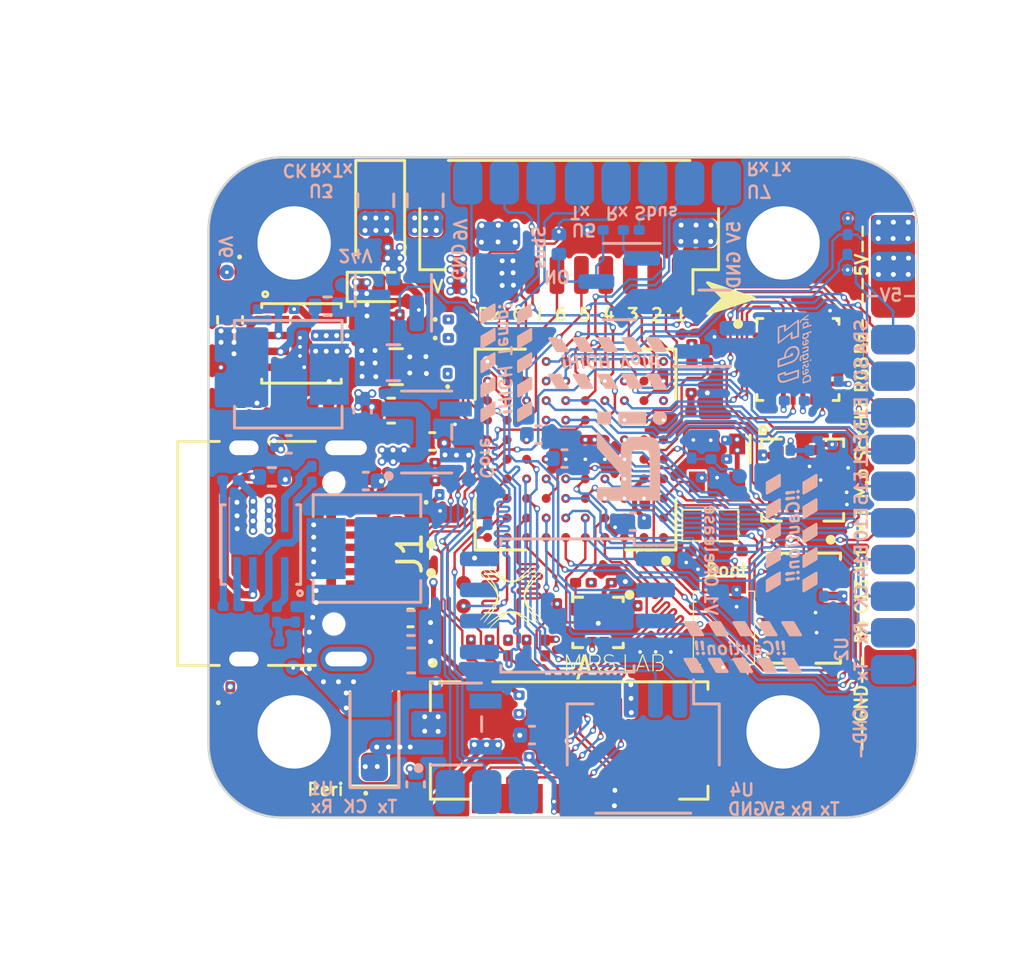
<source format=kicad_pcb>
(kicad_pcb (version 20221018) (generator pcbnew)
  (title_block (title "NxtPX4Pro 219 V1.0") (date "2023-02-19") (rev "Peize") (company "HKUST DJI") (comment 1 "改善供电结构") (comment 2 "增强供电能力") (comment 3 "发板"))
  (layers (0 "F.Cu" signal) (1 "In1.Cu" power) (2 "In2.Cu" power) (31 "B.Cu" signal) (34 "B.Paste" user) (35 "F.Paste" user) (36 "B.SilkS" user "B.Silkscreen") (37 "F.SilkS" user "F.Silkscreen") (38 "B.Mask" user) (39 "F.Mask" user) (44 "Edge.Cuts" user))
  (net 0 "")
  (net 1 "VCC_24V")
  (net 2 "Net-(U9B-BOOT0)")
  (net 3 "/VBUS")
  (net 4 "VCC_BAT")
  (net 5 "/BAT_V")
  (net 6 "Net-(U1-VCC)")
  (net 7 "Net-(U4-VCC)")
  (net 8 "Net-(U1-SW)")
  (net 9 "Net-(U4-SW)")
  (net 10 "/LED_RED")
  (net 11 "/LED_BLUE")
  (net 12 "/LED_GREEN")
  (net 13 "/UART4_RX")
  (net 14 "/UART4_TX")
  (net 15 "/UART5_RX")
  (net 16 "/UART5_TX")
  (net 17 "/UART7_RX")
  (net 18 "/UART7_TX")
  (net 19 "/USART1_CK")
  (net 20 "/USART1_RX")
  (net 21 "/USART1_TX")
  (net 22 "/USART2_CK")
  (net 23 "/USART2_RX")
  (net 24 "/USART2_TX")
  (net 25 "/USART3_CK")
  (net 26 "/USART3_RX")
  (net 27 "/USART3_TX")
  (net 28 "/SCLK")
  (net 29 "/SWDIO")
  (net 30 "/PWM{slash}DSHOT_CH1")
  (net 31 "/PWM{slash}DSHOT_CH2")
  (net 32 "/PWM{slash}DSHOT_CH3")
  (net 33 "/PWM{slash}DSHOT_CH4")
  (net 34 "/PWM{slash}DSHOT_CH5")
  (net 35 "/PWM{slash}DSHOT_CH6")
  (net 36 "/BAT_I")
  (net 37 "/Extern_IMU_Heater")
  (net 38 "/I2C2_SDA")
  (net 39 "/I2C2_SCL")
  (net 40 "/SPI4_SCK")
  (net 41 "/SPI4_MOSI")
  (net 42 "/SPI4_MISO")
  (net 43 "/SDMMC1_D2")
  (net 44 "/SDMMC1_D3")
  (net 45 "/SDMMC1_CMD")
  (net 46 "/SDMMC1_CK")
  (net 47 "/SDMMC1_D0")
  (net 48 "/SDMMC1_D1")
  (net 49 "/I2C1_SDA")
  (net 50 "/I2C1_SCL")
  (net 51 "/SPI1_MISO")
  (net 52 "/MPU_Data_RDY")
  (net 53 "/MPU_~{CS}")
  (net 54 "/SPI1_SCK")
  (net 55 "/SPI1_MOSI")
  (net 56 "/QSPI_BK1_IO2")
  (net 57 "/ICM_Data_RDY")
  (net 58 "/SPI2_MOSI")
  (net 59 "/SPI2_MISO")
  (net 60 "/ICM_~{CS}")
  (net 61 "/QSPI_CLK")
  (net 62 "/QSPI_BK1_IO0")
  (net 63 "/QSPI_BK1_IO1")
  (net 64 "/QSPI_BK1_IO3")
  (net 65 "/SPI2_SCK")
  (net 66 "/BMI_Accel_CS")
  (net 67 "/BMI_Gryo_CS")
  (net 68 "/SPI3_SCK")
  (net 69 "/SPI3_MISO")
  (net 70 "/SPI3_MOSI")
  (net 71 "/QSPI_BK1_~{CS}")
  (net 72 "/BMP_Data_RDY")
  (net 73 "/BMI_Accel_Data_RDY")
  (net 74 "/BMI_Gyro_Data_RDY")
  (net 75 "System_5V")
  (net 76 "/AUX_PC13")
  (net 77 "Net-(#FLG05-pwr)")
  (net 78 "/AUX_PH1")
  (net 79 "/AUX_PD4")
  (net 80 "/AUX_PC0")
  (net 81 "Net-(U9B-PH0-OSC_IN)")
  (net 82 "Core_3V3")
  (net 83 "Net-(C17-Pad1)")
  (net 84 "Periph_3V3")
  (net 85 "Net-(U9A-PC14-OSC32_IN)")
  (net 86 "/NRST")
  (net 87 "Net-(C21-Pad1)")
  (net 88 "Net-(U9A-PC15-OSC32_OUT)")
  (net 89 "System_4V5")
  (net 90 "Net-(U12-REGOUT)")
  (net 91 "Net-(U11-REGOUT)")
  (net 92 "Net-(D3-A1)")
  (net 93 "Net-(D6-A)")
  (net 94 "Net-(D8-K)")
  (net 95 "Net-(D9-K)")
  (net 96 "Net-(D10-K)")
  (net 97 "Net-(D11-K)")
  (net 98 "Net-(D12-K)")
  (net 99 "Net-(D13-K)")
  (net 100 "Net-(D14-K)")
  (net 101 "Net-(J1-CC1)")
  (net 103 "CAM_9V")
  (net 104 "Net-(J1-CC2)")
  (net 106 "Net-(Q2-B)")
  (net 107 "Net-(Q2-C)")
  (net 108 "Net-(Q3-B)")
  (net 109 "Net-(U1-EN{slash}SYNC)")
  (net 110 "Net-(U1-PG)")
  (net 111 "Net-(U4-EN{slash}SYNC)")
  (net 112 "Net-(U4-PG)")
  (net 113 "Net-(U1-BST)")
  (net 114 "Net-(U1-FB)")
  (net 115 "Net-(R10-Pad2)")
  (net 116 "Net-(R13-Pad2)")
  (net 117 "Net-(U4-BST)")
  (net 118 "Net-(U4-FB)")
  (net 120 "GND")
  (net 127 "/Buzzer-")
  (net 138 "/SBUS")
  (net 140 "/Buzzer_RGB_LED")
  (net 144 "/USB_OTG_FS_DP")
  (net 145 "/USB_OTG_FS_DM")
  (net 146 "Net-(#FLG06-pwr)")
  (net 147 "/Extern_SPI_CS_1_PE13")
  (net 148 "/Extern_SPI_INT_2_PE11")
  (net 149 "/Extern_I2C_INT_PE15")
  (net 150 "/Extern_SPI_CS_2_PE14")
  (net 151 "/Extern_SPI_INT_1_PE10")
  (footprint "LED_SMD:LED_0201_0603Metric" (layer "F.Cu") (at 98.04 74.11 180)
    (fp_text reference "D8" hide)
    (fp_text value "LED_Blue(0201)")
  )
  (footprint "NxtPX4:Conn_2Pin" (layer "F.Cu") (at 118 69.71 -90)
    (fp_text reference "J18" hide)
    (fp_text value "Aux PWM")
  )
  (footprint "Capacitor_SMD:C_0201_0603Metric" (layer "F.Cu") (at 94.59 70.06)
    (fp_text reference "C21" hide)
    (fp_text value "100nF(0201 25V 10%)")
  )
  (footprint "NxtPX4:MiniTP" (layer "F.Cu") (at 97.99 86.51)
    (fp_text reference "TP5" hide)
    (fp_text value "3.3V_Peri_TP")
  )
  (footprint "NxtPX4:M2MountingHole" (layer "F.Cu") (at 113.5 63.5)
    (fp_text reference "H1" hide)
    (fp_text value "MountingHole_Pad")
  )
  (footprint "Capacitor_SMD:C_0201_0603Metric" (layer "F.Cu") (at 110.06 69.63)
    (fp_text reference "C32" hide)
    (fp_text value "1uF(0201 6.3V)")
  )
  (footprint "NxtPX4:MPU-6500" (layer "F.Cu") (at 114.11 68.266)
    (fp_text reference "U12" hide)
    (fp_text value "MPU6500" hide)
  )
  (footprint "Capacitor_SMD:C_0201_0603Metric" (layer "F.Cu") (at 110.04 76.12)
    (fp_text reference "C35" hide)
    (fp_text value "12.0pF(0201 10V)")
  )
  (footprint "NxtPX4:3x2.5PushButton" (layer "F.Cu") (at 111.08 79.24 90)
    (fp_text reference "BOOT1" hide)
    (fp_text value "TD-1183SN-1.5H(3x2.5)")
  )
  (footprint "Resistor_SMD:R_0201_0603Metric" (layer "F.Cu") (at 104.26 78.58 -90)
    (fp_text reference "R35" hide)
    (fp_text value "4.7kR(0201)")
  )
  (footprint "NxtPX4:HKU_Logo" (layer "F.Cu") (at 106.729344 76.731229)
    (fp_text reference "U5" hide)
    (fp_text value "HKU_Logo")
  )
  (footprint "LED_SMD:LED_0201_0603Metric" (layer "F.Cu") (at 99.78 68.52 90)
    (fp_text reference "D12" hide)
    (fp_text value "LED_RED(0201)")
  )
  (footprint "Capacitor_SMD:C_0603_1608Metric" (layer "F.Cu") (at 97.47 70.36)
    (fp_text reference "C2" hide)
    (fp_text value "10uF(0603 35V 20%)")
  )
  (footprint "NxtPX4:USB_C_Small" (layer "F.Cu") (at 92.52 76.2 -90)
    (fp_text reference "J1")
    (fp_text value "USB_C_Receptacle_USB2.0")
  )
  (footprint "NxtPX4:MP9943GQ-Z" (layer "F.Cu") (at 93.8 67.61)
    (fp_text reference "U4" hide)
    (fp_text value "MP9943GQ-Z" hide)
  )
  (footprint "Capacitor_SMD:C_0603_1608Metric" (layer "F.Cu") (at 90.88 66.65 90)
    (fp_text reference "C26" hide)
    (fp_text value "22uF(0603 16V)")
  )
  (footprint "LED_SMD:LED_0201_0603Metric" (layer "F.Cu") (at 100.13 67.39)
    (fp_text reference "D13" hide)
    (fp_text value "LED_BLUE(0201)")
  )
  (footprint "NxtPX4:MiniTP" (layer "F.Cu") (at 100.43 78.36)
    (fp_text reference "TP16" hide)
    (fp_text value "TP")
  )
  (footprint "Resistor_SMD:R_0201_0603Metric" (layer "F.Cu") (at 95.4 60.82 90)
    (fp_text reference "R3" hide)
    (fp_text value "100kR(0201 50V)")
  )
  (footprint "NxtPX4:Conn_2Pin" (layer "F.Cu") (at 117.99 77.21 -90)
    (fp_text reference "J20" hide)
    (fp_text value "Aux GPIO 2")
  )
  (footprint "Capacitor_SMD:C_0402_1005Metric" (layer "F.Cu") (at 99.15 71.62 180)
    (fp_text reference "C14" hide)
    (fp_text value "1uF(0402 10V 10%)")
  )
  (footprint "NxtPX4:MiniTP" (layer "F.Cu") (at 100.43 77.42)
    (fp_text reference "TP15" hide)
    (fp_text value "TP")
  )
  (footprint "NxtPX4:LSE(2012)" (layer "F.Cu") (at 110.52 75.05 180)
    (fp_text reference "Y2" hide)
    (fp_text value "ABS07 (32.768kHZ)")
  )
  (footprint "NxtPX4:PESD5V0F1BL" (layer "F.Cu") (at 98.1 77 180)
    (fp_text reference "D4" hide)
    (fp_text value "PESD5V0F1BL" hide)
  )
  (footprint "Capacitor_SMD:C_0201_0603Metric" (layer "F.Cu") (at 110.05 70.4)
    (fp_text reference "C31" hide)
    (fp_text value "100nF(0201 6.3V)")
  )
  (footprint "NxtPX4:01x10_MP_sh1.0_Hori" (layer "F.Cu") (at 104.75 62.81 180)
    (fp_text reference "J10" hide)
    (fp_text value "ESC")
  )
  (footprint "Diode_SMD:D_SOD-123F" (layer "F.Cu") (at 97.02 62.3375 -90)
    (fp_text reference "D3" hide)
    (fp_text value " SMF30CA(30V)")
  )
  (footprint "Resistor_SMD:R_0201_0603Metric" (layer "F.Cu") (at 90.51 68.89 -90)
    (fp_text reference "R17" hide)
    (fp_text value "3.54k-4.02kR(0201 25V)")
  )
  (footprint "LED_SMD:LED_0201_0603Metric" (layer "F.Cu") (at 100.13 66.63)
    (fp_text reference "D14" hide)
    (fp_text value "LED_Green(0201)")
  )
  (footprint "Resistor_SMD:R_0201_0603Metric" (layer "F.Cu") (at 98.04 77.97 180)
    (fp_text reference "R1" hide)
    (fp_text value "5.1kR(0201)")
  )
  (footprint "Resistor_SMD:R_0201_0603Metric" (layer "F.Cu") (at 90.89 83.435 90)
    (fp_text reference "R21" hide)
    (fp_text value "10kR(0201)")
  )
  (footprint "Capacitor_SMD:C_0201_0603Metric" (layer "F.Cu") (at 98.94 72.49 180)
    (fp_text reference "C19" hide)
    (fp_text value "100nF(0201 10V 10%)")
  )
  (footprint "NxtPX4:M2MountingHole" (layer "F.Cu") (at 113.5 83.5)
    (fp_text reference "H2" hide)
    (fp_text value "MountingHole_Pad")
  )
  (footprint "NxtPX4:Conn_2Pin" (layer "F.Cu") (at 117.99 63.72 -90)
    (fp_text reference "J13" hide)
    (fp_text value "5V")
  )
  (footprint "Resistor_SMD:R_0201_0603Metric" (layer "F.Cu") (at 100.73 80.07 90)
    (fp_text reference "R40" hide)
    (fp_text value "10kR(0201)")
  )
  (footprint "NxtPX4:BMI088" (layer "F.Cu") (at 114.345 78.44 -90)
    (fp_text reference "U10" hide)
    (fp_text value "BMI088")
  )
  (footprint "Resistor_SMD:R_0201_0603Metric" (layer "F.Cu") (at 110.09 68.39)
    (fp_text reference "R28" hide)
    (fp_text value "100R(0201)")
  )
  (footprint "NxtPX4:Conn_2Pin" (layer "F.Cu") (at 118 80.19 90)
    (fp_text reference "J22" hide)
    (fp_text value "Aux GPIO 1")
  )
  (footprint "Capacitor_SMD:C_0805_2012Metric" (layer "F.Cu") (at 97.67 68.56)
    (fp_text reference "C1" hide)
    (fp_text value "22uF(0805 35V 20%)")
  )
  (footprint "NxtPX4:Uav_logo" (layer "F.Cu") (at 102.306266 77.964056)
    (fp_text reference "U6" hide)
    (fp_text value "UAV_LOGO")
  )
  (footprint "Capacitor_SMD:C_0201_0603Metric" (layer "F.Cu") (at 106.795 77.4 180)
    (fp_text reference "C45" hide)
    (fp_text value "100nF(0201 10V)")
  )
  (footprint "Capacitor_SMD:C_0201_0603Metric" (layer "F.Cu") (at 97.82 66.76 -90)
    (fp_text reference "C22" hide)
    (fp_text value "100nF(0201 10.0V 10%)")
  )
  (footprint "Resistor_SMD:R_0201_0603Metric" (layer "F.Cu") (at 98.04 74.87 180)
    (fp_text reference "R2" hide)
    (fp_text value "5.1kR(0201)")
  )
  (footprint "NxtPX4:STM32H743VIHBGA100C80P10X10_800X800X110N" (layer "F.Cu") (at 105.01 71.95 180)
    (fp_text reference "U9" hide)
    (fp_text value "STM32H743VIH6")
  )
  (footprint "Resistor_SMD:R_0201_0603Metric" (layer "F.Cu") (at 110.09 67.63 180)
    (fp_text reference "R29" hide)
    (fp_text value "1kR(0201)")
  )
  (footprint "NxtPX4:Direction_Logo" (layer "F.Cu") (at 111.045 65.76 -90)
    (fp_text reference "U7" hide)
    (fp_text value "Direction_Logo")
  )
  (footprint "LED_SMD:LED_0201_0603Metric" (layer "F.Cu") (at 90.76 64.385 -90)
    (fp_text reference "D11" hide)
    (fp_text value "LED_Blue(0201)")
  )
  (footprint "Resistor_SMD:R_0201_0603Metric" (layer "F.Cu") (at 91.27 68.89 -90)
    (fp_text reference "R13" hide)
    (fp_text value "51kR(0201 25V)")
  )
  (footprint "Diode_SMD:D_SOD-123F" (layer "F.Cu") (at 96.78 83.5 90)
    (fp_text reference "D5" hide)
    (fp_text value "DSS34(3A 500mV)")
  )
  (footprint "Diode_SMD:D_SOD-523" (layer "F.Cu") (at 96.93 65.3)
    (fp_text reference "D6" hide)
    (fp_text value "BZX584C9V1")
  )
  (footprint "Resistor_SMD:R_0201_0603Metric" (layer "F.Cu") (at 103.77 80.07 90)
    (fp_text reference "R39" hide)
    (fp_text value "10kR(0201)")
  )
  (footprint "NxtPX4:Conn_2Pin" (layer "F.Cu") (at 118 66.72 -90)
    (fp_text reference "J16" hide)
    (fp_text value "Buzz")
  )
  (footprint "NxtPX4:PESD5V0F1BL" (layer "F.Cu") (at 98.1 75.83 180)
    (fp_text reference "D2" hide)
    (fp_text value "PESD5V0F1BL" hide)
  )
  (footprint "NxtPX4:ICM-20602" (layer "F.Cu") (at 114.3 73.2)
    (fp_text reference "U11" hide)
    (fp_text value "ICM-20602" hide)
  )
  (footprint "Resistor_SMD:R_0201_0603Metric" (layer "F.Cu") (at 91.66 70.05)
    (fp_text reference "R18" hide)
    (fp_text value "41.2kR(0201 25V)")
  )
  (footprint "Capacitor_SMD:C_0201_0603Metric" (layer "F.Cu") (at 98.05 79.71)
    (fp_text reference "C11" hide)
    (fp_text value "100nF(0201 16V 10%)")
  )
  (footprint "Capacitor_SMD:C_0201_0603Metric" (layer "F.Cu") (at 107.55 78.66 -90)
    (fp_text reference "C49" hide)
    (fp_text value "100nF(0201 10V)")
  )
  (footprint "NxtPX4:PQFN50P200X200X80-10N" (layer "F.Cu") (at 105.93 79.0225 -90)
    (fp_text reference "U13" hide)
    (fp_text value "BMP388")
  )
  (footprint "NxtPX4:Conn_2Pin" (layer "F.Cu") (at 118 83.18 90)
    (fp_text reference "J19" hide)
    (fp_text value "GND")
  )
  (footprint "Capacitor_SMD:C_0402_1005Metric" (layer "F.Cu") (at 98.26 78.84)
    (fp_text reference "C9" hide)
    (fp_text value "1uF(0402 16V 10%)")
  )
  (footprint "Resistor_SMD:R_0201_0603Metric" (layer "F.Cu") (at 95.285 86.52)
    (fp_text reference "R20" hide)
    (fp_text value "10kR(0201)")
  )
  (footprint "Resistor_SMD:R_0201_0603Metric" (layer "F.Cu") (at 103.01 80.07 90)
    (fp_text reference "R38" hide)
    (fp_text value "10kR(0201)")
  )
  (footprint "Oscillator:Oscillator_SMD_Abracon_ASDMB-4Pin_2.5x2.0mm" (layer "F.Cu") (at 110.8 72.5 180)
    (fp_text reference "Y1" hide)
    (fp_text value "SG-210STF/ X1G004171002700")
  )
  (footprint "NxtPX4:M2MountingHole" (layer "F.Cu") (at 93.5 83.5)
    (fp_text reference "H3" hide)
    (fp_text value "MountingHole_Pad")
  )
  (footprint "Resistor_SMD:R_0201_0603Metric" (layer "F.Cu") (at 102.25 80.07 90)
    (fp_text reference "R37" hide)
    (fp_text value "10kR(0201)")
  )
  (footprint "Resistor_SMD:R_0201_0603Metric" (layer "F.Cu") (at 96.7 66.41)
    (fp_text reference "R15" hide)
    (fp_text value "200.0kR(0201 50V)")
  )
  (footprint "Resistor_SMD:R_0201_0603Metric" (layer "F.Cu") (at 105.33 77.4 180)
    (fp_text reference "R36" hide)
    (fp_text value "4.7kR(0201)")
  )
  (footprint "LED_SMD:LED_0201_0603Metric" (layer "F.Cu") (at 96.76 86.52)
    (fp_text reference "D9" hide)
    (fp_text value "LED_Blue(0201)")
  )
  (footprint "Capacitor_SMD:C_0201_0603Metric" (layer "F.Cu") (at 98.94 73.25 180)
    (fp_text reference "C16" hide)
    (fp_text value "100nF(0201 10V 10%)")
  )
  (footprint "Resistor_SMD:R_0201_0603Metric" (layer "F.Cu") (at 96.7 67.17 180)
    (fp_text reference "R16" hide)
    (fp_text value "22.0kR(0201 50V)")
  )
  (footprint "Resistor_SMD:R_0201_0603Metric" (layer "F.Cu") (at 93.12 70.06)
    (fp_text reference "R11" hide)
    (fp_text value "20R(0201 25V)")
  )
  (footprint "NxtPX4:M2MountingHole" (layer "F.Cu") (at 93.5 63.5)
    (fp_text reference "H4" hide)
    (fp_text value "MountingHole_Pad")
  )
  (footprint "Resistor_SMD:R_0201_0603Metric" (layer "F.Cu") (at 90.76 62.935 -90)
    (fp_text reference "R22" hide)
    (fp_text value "20kR(0201 9V)")
  )
  (footprint "LED_SMD:LED_0201_0603Metric" (layer "F.Cu") (at 90.89 81.9775 90)
    (fp_text reference "D10" hide)
    (fp_text value "LED_Blue(0201)")
  )
  (footprint "Resistor_SMD:R_0201_0603Metric" (layer "F.Cu") (at 101.49 80.07 90)
    (fp_text reference "R41" hide)
    (fp_text value "10kR(0201)")
  )
  (footprint "Capacitor_SMD:C_0201_0603Metric" (layer "F.Cu") (at 111.5 76.12 180)
    (fp_text reference "C36" hide)
    (fp_text value "12.0pF(0201 10V)")
  )
  (footprint "NxtPX4:TF-SMD_TF-021B-H265" (layer "F.Cu") (at 105.2 83.31)
    (fp_text reference "J24" hide)
    (fp_text value "Micro_SD_Card" hide)
  )
  (footprint "NxtPX4:Conn_3pin" (layer "F.Cu") (at 118 73.6 90)
    (fp_text reference "J15" hide)
    (fp_text value "Aux SPI")
  )
  (footprint "Resistor_SMD:R_0201_0603Metric" (layer "F.Cu") (at 98.61 66.57 -90)
    (fp_text reference "R8" hide)
    (fp_text value "100kR(0201 50V)")
  )
  (footprint "NxtPX4:PESD12VV1BL_315" (layer "F.Cu") (at 98.12 80.68 180)
    (fp_text reference "D1" hide)
    (fp_text value "PESD12VV1BL" hide)
  )
  (footprint "NxtPX4:Conn_2Pin" (layer "B.Cu") (at 109.89 63.85 -90)
    (fp_text reference "J3" hide)
    (fp_text value "5V")
  )
  (footprint "Capacitor_SMD:C_0402_1005Metric" (layer "B.Cu") (at 96.43 73.24 180)
    (fp_text reference "C5" hide)
    (fp_text value "1uF(0402 16V 10%)")
  )
  (footprint "Diode_SMD:D_SOD-123F" (layer "B.Cu") (at 96.79 83.57 90)
    (fp_text reference "D7" hide)
    (fp_text value "DSS34(3A 500mV)")
  )
  (footprint "NxtPX4:MiniTP" (layer "B.Cu") (at 95.47 65.22 180)
    (fp_text reference "TP1" hide)
    (fp_text value "24V_TP")
  )
  (footprint "Resistor_SMD:R_0201_0603Metric" (layer "B.Cu") (at 107.29 62.97)
    (fp_text reference "R23" hide)
    (fp_text value "1kR(0201)")
  )
  (footprint "Resistor_SMD:R_0201_0603Metric" (layer "B.Cu") (at 94.22 72.96 90)
    (fp_text reference "R5" hide)
    (fp_text value "100kR(0201 25V)")
  )
  (footprint "NxtPX4:Conn_3pin" (layer "B.Cu") (at 117.995 79.6 90)
    (fp_text reference "J7" hide)
    (fp_text value "Aux UART")
  )
  (footprint "NxtPX4:Conn_2Pin" (layer "B.Cu") (at 101.85 63.99 -90)
    (fp_text reference "J5" hide)
    (fp_text value "9V")
  )
  (footprint "Capacitor_SMD:C_0201_0603Metric" (layer "B.Cu") (at 115.17 78.27 -90)
    (fp_text reference "C44" hide)
    (fp_text value "100.0nF(0201 10V)")
  )
  (footprint "NxtPX4:Conn_3pin" (layer "B.Cu") (at 118 72.1 90)
    (fp_text reference "J11" hide)
    (fp_text value "Aux GPIO")
  )
  (footprint "NxtPX4:Conn_2Pin" (layer "B.Cu") (at 118 83.18 90)
    (fp_text reference "J21" hide)
    (fp_text value "GND")
  )
  (footprint "Capacitor_SMD:C_0201_0603Metric" (layer "B.Cu") (at 112.65 72.5 -90)
    (fp_text reference "C43" hide)
    (fp_text value "10nF(0201 10V 10%)")
  )
  (footprint "Capacitor_SMD:C_0402_1005Metric" (layer "B.Cu") (at 93.28 71.74)
    (fp_text reference "C4" hide)
    (fp_text value "1uF(0402 35V 10%)")
  )
  (footprint "NxtPX4:Conn_2Pin" (layer "B.Cu") (at 110.42 61.06 180)
    (fp_text reference "J4" hide)
    (fp_text value "Cam_Info")
  )
  (footprint "NxtPX4:MiniTP" (layer "B.Cu") (at 100.65 73.18 180)
    (fp_text reference "TP2" hide)
    (fp_text value "3.3V_Core_TP")
  )
  (footprint "Capacitor_SMD:C_0805_2012Metric" (layer "B.Cu") (at 97.56 68.4)
    (fp_text reference "C3" hide)
    (fp_text value "22uF(0805 35V 20%)")
  )
  (footprint "Resistor_SMD:R_0201_0603Metric" (layer "B.Cu") (at 93.55 78.688307 90)
    (fp_text reference "R14" hide)
    (fp_text value "41.2kR(0201 25V)")
  )
  (footprint "Capacitor_SMD:C_0201_0603Metric" (layer "B.Cu") (at 103.02 82)
    (fp_text reference "C20" hide)
    (fp_text value "100nF(0201 10V 10%)")
  )
  (footprint "Resistor_SMD:R_0201_0603Metric" (layer "B.Cu") (at 90.92 78.36 180)
    (fp_text reference "R9" hide)
    (fp_text value "20R(0201 25V)")
  )
  (footprint "Capacitor_SMD:C_0402_1005Metric" (layer "B.Cu") (at 103.23 83.63)
    (fp_text reference "C15" hide)
    (fp_text value "1uF(0402 10V 10%)")
  )
  (footprint "NxtPX4:Caution" (layer "B.Cu") (at 111.955 80.08 180)
    (fp_text reference "U18" hide)
    (fp_text value "Caution")
  )
  (footprint "Capacitor_SMD:C_0201_0603Metric" (layer "B.Cu") (at 114.58 72.31 90)
    (fp_text reference "C40" hide)
    (fp_text value "100nF(0201 10V 10%)")
  )
  (footprint "Capacitor_SMD:C_0201_0603Metric" (layer "B.Cu") (at 101.42 74.695 90)
    (fp_text reference "C38" hide)
    (fp_text value "100nF(0201 10V 10%)")
  )
  (footprint "Capacitor_SMD:C_0402_1005Metric" (layer "B.Cu") (at 96.3 70.35 -90)
    (fp_text reference "C8" hide)
    (fp_text value "1uF(0402 35V 10%)")
  )
  (footprint "Package_TO_SOT_SMD:SOT-23" (layer "B.Cu") (at 106.7975 65.08 180)
    (fp_text reference "Q2" hide)
    (fp_text value "SS8050(NPN BEC)")
  )
  (footprint "Package_TO_SOT_SMD:SOT-23" (layer "B.Cu") (at 97.56 65.44 90)
    (fp_text reference "Q1" hide)
    (fp_text value "AP40P05")
  )
  (footprint "Capacitor_SMD:C_0201_0603Metric" (layer "B.Cu") (at 115.77 68.84 -90)
    (fp_text reference "C48" hide)
    (fp_text value "100nF(0201 10V 10%)")
  )
  (footprint "Capacitor_SMD:C_0201_0603Metric" (layer "B.Cu") (at 103.02 82.76)
    (fp_text reference "C18" hide)
    (fp_text value "100nF(0201 10V 10%)")
  )
  (footprint "Resistor_SMD:R_0402_1005Metric" (layer "B.Cu") (at 94.87 66.09 180)
    (fp_text reference "R6" hide)
    (fp_text value "1MR(0402 50V)")
  )
  (footprint "Resistor_SMD:R_0201_0603Metric" (layer "B.Cu") (at 99.78 68.52 90)
    (fp_text reference "R32" hide)
    (fp_text value "10.0kR(0201)")
  )
  (footprint "Capacitor_SMD:C_0201_0603Metric" (layer "B.Cu") (at 110.87 71.58 180)
    (fp_text reference "C34" hide)
    (fp_text value "100nF(0201 10V 10%)")
  )
  (footprint "Capacitor_SMD:C_0402_1005Metric" (layer "B.Cu") (at 107.35 74.9)
    (fp_text reference "C29" hide)
    (fp_text value "4.7uF(0402 10V)")
  )
  (footprint "Package_SO:SOIC-8_5.23x5.23mm_P1.27mm" (layer "B.Cu") (at 104.68 78.33 180)
    (fp_text reference "U14" hide)
    (fp_text value "W25Q128JVS")
  )
  (footprint "Resistor_SMD:R_0201_0603Metric" (layer "B.Cu") (at 93.18 66.21)
    (fp_text reference "R7" hide)
    (fp_text value "100kR(0201 25V)")
  )
  (footprint "Resistor_SMD:R_0201_0603Metric" (layer "B.Cu") (at 92.79 78.698307 -90)
    (fp_text reference "R10" hide)
    (fp_text value "51kR(0201 25V)")
  )
  (footprint "NxtPX4:high_voltage" (layer "B.Cu") (at 104.52 68.59)
    (fp_text reference "U17" hide)
    (fp_text value "high_voltage" hide)
  )
  (footprint "NxtPX4:MP9943GQ-Z" (layer "B.Cu") (at 92.14 75.838307 90)
    (fp_text reference "U1" hide)
    (fp_text value "MP9943GQ-Z" hide)
  )
  (footprint "NxtPX4:Conn_3pin" (layer "B.Cu") (at 102.25 61.025 180)
    (fp_text reference "J8" hide)
    (fp_text value "Aux UART")
  )
  (footprint "NxtPX4:RT9013-33GB" (layer "B.Cu") (at 100.14 83.18)
    (fp_text reference "U3" hide)
    (fp_text value "RT9013-33GB" hide)
  )
  (footprint "Capacitor_SMD:C_0201_0603Metric" (layer "B.Cu") (at 92.03 78.698307 -90)
    (fp_text reference "C7" hide)
    (fp_text value "100nF(0201 10V 10%)")
  )
  (footprint "Capacitor_SMD:C_0201_0603Metric" (layer "B.Cu") (at 110.48 73.1)
    (fp_text reference "C30" hide)
    (fp_text value "15pF(0201 10V)")
  )
  (footprint "Capacitor_SMD:C_0402_1005Metric" (layer "B.Cu") (at 98.47 85.65 -90)
    (fp_text reference "C6" hide)
    (fp_text value "1uF(0402 16V 10%)")
  )
  (footprint "Capacitor_SMD:C_0201_0603Metric" (layer "B.Cu") (at 115.51 72.06 -90)
    (fp_text reference "C46" hide)
    (fp_text value "100nF(0201 10V)")
  )
  (footprint "Capacitor_SMD:C_0201_0603Metric" (layer "B.Cu") (at 113.8 72.3 90)
    (fp_text reference "C41" hide)
    (fp_text value "2.2uF(0201 10V 10%)")
  )
  (footprint "Capacitor_SMD:C_0402_1005Metric" (layer "B.Cu") (at 104.56 72.32 180)
    (fp_text reference "C27" hide)
    (fp_text value "2.2uF(0402 6.3V 10%)")
  )
  (footprint "Capacitor_SMD:C_0603_1608Metric" (layer "B.Cu") (at 98.29 80.58)
    (fp_text reference "C23" hide)
    (fp_text value "22uF(0603 16V)")
  )
  (footprint "NxtPX4:MiniTP" (layer "B.Cu") (at 90.75 64.69 180)
    (fp_text reference "TP12" hide)
    (fp_text value "CAM_9V")
  )
  (footprint "Resistor_SMD:R_0201_0603Metric" (layer "B.Cu") (at 116.13 64.29 -90)
    (fp_text reference "R24" hide)
    (fp_text value "4.7kR(0201 25V)")
  )
  (footprint "Resistor_SMD:R_0201_0603Metric" (layer "B.Cu") (at 99.45 74.115 90)
    (fp_text reference "R19" hide)
    (fp_text value "10kR(0201)")
  )
  (footprint "NxtPX4:my_signature" (layer "B.Cu") (at 113.97 67.93 90)
    (fp_text reference "U15" hide)
    (fp_text value "Signature" hide)
  )
  (footprint "NxtPX4:Inductor_0420" (layer "B.Cu") (at 93.26 68.87 180)
    (fp_text reference "L2" hide)
    (fp_text value "10uH(0420)")
  )
  (footprint "NxtPX4:Short_Connect" (layer "B.Cu") (at 104.33 63.55 90)
    (fp_text reference "R27" hide)
    (fp_text value "0R(0402)")
  )
  (footprint "Capacitor_SMD:C_0402_1005Metric" (layer "B.Cu") (at 103.5 71.34 180)
    (fp_text reference "C28" hide)
    (fp_text value "2.2uF(0402 6.3V 10%)")
  )
  (footprint "Capacitor_SMD:C_0201_0603Metric" (layer "B.Cu") (at 91.72 66.21 180)
    (fp_text reference "C10" hide)
    (fp_text value "100nF(0201 10V 10%)")
  )
  (footprint "NxtPX4:Caution" (layer "B.Cu") (at 113.9 75.265 -90)
    (fp_text reference "U19" hide)
    (fp_text value "Caution")
  )
  (footprint "NxtPX4:Inductor_0420" (layer "B.Cu") (at 96.48 76)
    (fp_text reference "L1" hide)
    (fp_text value "10uH(0420)")
  )
  (footprint "NxtPX4:high_temp" (layer "B.Cu") (at 102.15 68.405 90)
    (fp_text reference "U16" hide)
    (fp_text value "High_temp")
  )
  (footprint "NxtPX4:Ri_logo" (layer "B.Cu") (at 107.28 72.15 90)
    (fp_text reference "U8" hide)
    (fp_text value "RI_LOGO")
  )
  (footprint "Capacitor_SMD:C_0201_0603Metric" (layer "B.Cu") (at 90.9 73.2)
    (fp_text reference "C17" hide)
    (fp_text value "100nF(0201 25V 10%)")
  )
  (footprint "NxtPX4:Conn_3pin" (layer "B.Cu") (at 106.82 61.05 180)
    (fp_text reference "J2" hide)
    (fp_text value "Receiver")
  )
  (footprint "NxtPX4:Conn_2Pin" (layer "B.Cu") (at 118 68.19 90)
    (fp_text reference "J17" hide)
    (fp_text value "Aux I2C")
  )
  (footprint "Resistor_SMD:R_0201_0603Metric" (layer "B.Cu") (at 111.59 78.06 90)
    (fp_text reference "R31" hide)
    (fp_text value "10kR(0201)")
  )
  (footprint "Resistor_SMD:R_0201_0603Metric" (layer "B.Cu") (at 93.2 79.81 180)
    (fp_text reference "R12" hide)
    (fp_text value "7.68kR(0201 25V)")
  )
  (footprint "Resistor_SMD:R_0201_0603Metric" (layer "B.Cu") (at 116.14 62.84 90)
    (fp_text reference "R25" hide)
    (fp_text value "4.7kR(0201 25V)")
  )
  (footprint "Capacitor_SMD:C_0201_0603Metric" (layer "B.Cu") (at 114.69 69.96)
    (fp_text reference "C42" hide)
    (fp_text value "100nF(0201 10V 10%)")
  )
  (footprint "NxtPX4:Conn_3pin" (layer "B.Cu") (at 101.23 85.96)
    (fp_text reference "J6" hide)
    (fp_text value "Aux UART")
  )
  (footprint "Capacitor_SMD:C_0201_0603Metric" (layer "B.Cu") (at 115.93 78.27 -90)
    (fp_text reference "C47" hide)
    (fp_text value "100.0nF(0201 10V)")
  )
  (footprint "Capacitor_SMD:C_0201_0603Metric" (layer "B.Cu") (at 103.43 84.51)
    (fp_text reference "C37" hide)
    (fp_text value "100nF(0201 10V 10%)")
  )
  (footprint "NxtPX4:MiniTP" (layer "B.Cu") (at 111.72 73.04 180)
    (fp_text reference "TP14" hide)
    (fp_text value "TP")
  )
  (footprint "NxtPX4:MiniTP" (layer "B.Cu") (at 93.45 80.87 180)
    (fp_text reference "TP9" hide)
    (fp_text value "5V_System")
  )
  (footprint "Resistor_SMD:R_0402_1005Metric" (layer "B.Cu") (at 92.59 73.07 180)
    (fp_text reference "R4" hide)
    (fp_text value "1MR(0402 50V)")
  )
  (footprint "Package_TO_SOT_SMD:SOT-23" (layer "B.Cu") (at 110.7 66.99)
    (fp_text reference "Q3" hide)
    (fp_text value "SS8050(NPN BEC)")
  )
  (footprint "Capacitor_SMD:C_0805_2012Metric" (layer "B.Cu") (at 98.86 61.76 90)
    (fp_text reference "C12" hide)
    (fp_text value "22uF(0805 35V 20%)")
  )
  (footprint "Resistor_SMD:R_0201_0603Metric" (layer "B.Cu") (at 100.13 66.63)
    (fp_text reference "R34" hide)
    (fp_text value "10.0kR(0201)")
  )
  (footprint "Capacitor_SMD:C_0201_0603Metric" (layer "B.Cu") (at 109.76 71.98 90)
    (fp_text reference "C33" hide)
    (fp_text value "100nF(0201 10V 10%)")
  )
  (footprint "Resistor_SMD:R_0201_0603Metric" (layer "B.Cu") (at 105.82 62.97)
    (fp_text reference "R26" hide)
    (fp_text value "10kR(0201)")
  )
  (footprint "Capacitor_SMD:C_0201_0603Metric" (layer "B.Cu") (at 113.23 69.95)
    (fp_text reference "C39" hide)
    (fp_text value "10nF(0201 10V 10%)")
  )
  (footprint "Capacitor_SMD:C_0805_2012Metric" (layer "B.Cu") (at 96.84 61.76 90)
    (fp_text reference "C13" hide)
    (fp_text value "22uF(0805 35V 20%)")
  )
  (footprint "NxtPX4:Conn_2Pin" (layer "B.Cu") (at 118 63.72 -90)
    (fp_text reference "J14" hide)
    (fp_text value "5V")
  )
  (footprint "Resistor_SMD:R_0201_0603Metric" (layer "B.Cu") (at 110.87 72.34 180)
    (fp_text reference "R30" hide)
    (fp_text value "10kR(0201)")
  )
  (footprint "NxtPX4:Conn_2Pin" (layer "B.Cu") (at 118 75.71 -90)
    (fp_text reference "J12" hide)
    (fp_text value "AUX GPIO")
  )
  (footprint "NxtPX4:01x04_sh1.0" (layer "B.Cu") (at 107.78 84.14 180)
    (fp_text reference "J9" hide)
    (fp_text value "Upper computer connector")
  )
  (footprint "NxtPX4:RT9013-33GB" (layer "B.Cu") (at 98.92 71.2342)
    (fp_text reference "U2" hide)
    (fp_text value "RT9013-33GB" hide)
  )
  (footprint "Capacitor_SMD:C_0603_1608Metric" (layer "B.Cu") (at 98.28 79.05)
    (fp_text reference "C24" hide)
    (fp_text value "22uF(0603 16V)")
  )
  (footprint "Resistor_SMD:R_0201_0603Metric" (layer "B.Cu") (at 100.13 67.39)
    (fp_text reference "R33" hide)
    (fp_text value "10.0kR(0201)")
  )
  (gr_line locked (start 119 84) (end 119 63) (stroke (width 0.1)) (layer "Edge.Cuts"))
  (gr_line locked (start 90 84) (end 90 63) (stroke (width 0.1)) (layer "Edge.Cuts"))
  (gr_arc locked (start 116 60) (mid 118.12132 60.87868) (end 119 63) (stroke (width 0.1)) (layer "Edge.Cuts"))
  (gr_arc locked (start 119 84) (mid 118.12132 86.12132) (end 116 87) (stroke (width 0.1)) (layer "Edge.Cuts"))
  (gr_line locked (start 93 87) (end 116 87) (stroke (width 0.1)) (layer "Edge.Cuts"))
  (gr_line locked (start 93 60) (end 116 60) (stroke (width 0.1)) (layer "Edge.Cuts"))
  (gr_arc locked (start 93 87) (mid 90.87868 86.12132) (end 90 84) (stroke (width 0.1)) (layer "Edge.Cuts"))
  (gr_arc locked (start 90 63) (mid 90.878693 60.878693) (end 93 60) (stroke (width 0.1)) (layer "Edge.Cuts"))
  (gr_text locked "U7" (at 111.95 61.09 180) (layer "B.SilkS") (effects (font (size 0.5 0.5) (thickness 0.1) bold) (justify left bottom mirror)))
  (gr_text "V1.0Release" (at 110.25 78.78 270) (layer "B.SilkS") (effects (font (size 0.5 0.5) (thickness 0.1) bold) (justify left bottom mirror)))
  (gr_text locked "ON" (at 104.84 65.21) (layer "B.SilkS") (effects (font (size 0.5 0.5) (thickness 0.1) bold) (justify left bottom mirror)))
  (gr_text locked "Sbus" (at 103.81 62.73 90) (layer "B.SilkS") (effects (font (size 0.5 0.5) (thickness 0.1) bold) (justify left bottom mirror)))
  (gr_text locked "E13" (at 116.99 69.72 90) (layer "B.SilkS") (effects (font (size 0.5 0.5) (thickness 0.1) bold) (justify left bottom mirror)))
  (gr_text locked "Tx" (at 116.99 80.56 90) (layer "B.SilkS") (effects (font (size 0.5 0.5) (thickness 0.1) bold) (justify left bottom mirror)))
  (gr_text locked "Rx" (at 95.16 86.85) (layer "B.SilkS") (effects (font (size 0.5 0.5) (thickness 0.1) bold) (justify left bottom mirror)))
  (gr_text locked "Rx" (at 94.06 60.2 180) (layer "B.SilkS") (effects (font (size 0.5 0.5) (thickness 0.1) bold) (justify left bottom mirror)))
  (gr_text locked "CK" (at 116.99 77.4 90) (layer "B.SilkS") (effects (font (size 0.5 0.5) (thickness 0.1) bold) (justify left bottom mirror)))
  (gr_text locked "GND" (at 99.9 65.11 270) (layer "B.SilkS") (effects (font (size 0.5 0.5) (thickness 0.1) bold) (justify left bottom mirror)))
  (gr_text locked "U2" (at 116.19 79.55 90) (layer "B.SilkS") (effects (font (size 0.5 0.5) (thickness 0.1) bold) (justify left bottom mirror)))
  (gr_text locked "GND" (at 112.84 86.95) (layer "B.SilkS") (effects (font (size 0.5 0.5) (thickness 0.1) bold) (justify left bottom mirror)))
  (gr_text locked "U5" (at 104.79 62.67 180) (layer "B.SilkS") (effects (font (size 0.5 0.5) (thickness 0.1) bold) (justify left bottom mirror)))
  (gr_text locked "E11" (at 116.99 71.22 90) (layer "B.SilkS") (effects (font (size 0.5 0.5) (thickness 0.1) bold) (justify left bottom mirror)))
  (gr_text locked "CK" (at 92.97 60.24 180) (layer "B.SilkS") (effects (font (size 0.5 0.5) (thickness 0.1) bold) (justify left bottom mirror)))
  (gr_text locked "Rx" (at 106.18 61.98 180) (layer "B.SilkS") (effects (font (size 0.5 0.5) (thickness 0.1) bold) (justify left bottom mirror)))
  (gr_text locked "24V\n" (at 95.25 63.72 180) (layer "B.SilkS") (effects (font (size 0.5 0.5) (thickness 0.1) bold) (justify left bottom mirror)))
  (gr_text locked "Tx" (at 97.77 86.85) (layer "B.SilkS") (effects (font (size 0.5 0.5) (thickness 0.1) bold) (justify left bottom mirror)))
  (gr_text locked "Rx" (at 114.796508 86.95) (layer "B.SilkS") (effects (font (size 0.5 0.5) (thickness 0.1) bold) (justify left bottom mirror)))
  (gr_text locked "U3" (at 94.04 61.06 180) (layer "B.SilkS") (effects (font (size 0.5 0.5) (thickness 0.1) bold) (justify left bottom mirror)))
  (gr_text locked "E10" (at 116.99 74.24 90) (layer "B.SilkS") (effects (font (size 0.5 0.5) (thickness 0.1) bold) (justify left bottom mirror)))
  (gr_text locked "U4" (at 112.38 86.17) (layer "B.SilkS") (effects (font (size 0.5 0.5) (thickness 0.1) bold) (justify left bottom mirror)))
  (gr_text locked "Core" (at 101.07 73.21 -90) (layer "B.SilkS") (effects (font (size 0.5 0.5) (thickness 0.1) bold) (justify left bottom mirror)))
  (gr_text locked "Rx" (at 116.99 78.95 90) (layer "B.SilkS") (effects (font (size 0.5 0.5) (thickness 0.1) bold) (justify left bottom mirror)))
  (gr_text locked "Rx" (at 111.94 60.16 180) (layer "B.SilkS") (effects (font (size 0.5 0.5) (thickness 0.1) bold) (justify left bottom mirror)))
  (gr_text locked "-5V-" (at 119.05 65.93) (layer "B.SilkS") (effects (font (size 0.5 0.5) (thickness 0.1) bold) (justify left bottom mirror)))
  (gr_text locked "Tx" (at 112.98 60.16 180) (layer "B.SilkS") (effects (font (size 0.5 0.5) (thickness 0.1) bold) (justify left bottom mirror)))
  (gr_text locked "9V" (at 99.98 63.49 270) (layer "B.SilkS") (effects (font (size 0.5 0.5) (thickness 0.1) bold) (justify left bottom mirror)))
  (gr_text locked "Tx" (at 104.74 61.96 180) (layer "B.SilkS") (effects (font (size 0.5 0.5) (thickness 0.1) bold) (justify left bottom mirror)))
  (gr_text locked "SCL" (at 116.99 68.14 90) (layer "B.SilkS") (effects (font (size 0.5 0.5) (thickness 0.1) bold) (justify left bottom mirror)))
  (gr_text locked "GND" (at 111.78 63.77 90) (layer "B.SilkS") (effects (font (size 0.5 0.5) (thickness 0.1) bold) (justify left bottom mirror)))
  (gr_text locked "-GND-" (at 116.95 81.79 90) (layer "B.SilkS") (effects (font (size 0.5 0.5) (thickness 0.1) bold) (justify left bottom mirror)))
  (gr_text locked "5V" (at 113.663492 86.95) (layer "B.SilkS") (effects (font (size 0.5 0.5) (thickness 0.1) bold) (justify left bottom mirror)))
  (gr_text locked "9V" (at 90.39 64.19 270) (layer "B.SilkS") (effects (font (size 0.5 0.5) (thickness 0.1) bold) (justify left bottom mirror)))
  (gr_text locked "Tx" (at 115.87 86.95) (layer "B.SilkS") (effects (font (size 0.5 0.5) (thickness 0.1) bold) (justify left bottom mirror)))
  (gr_text locked "Sbus" (at 107.35 61.97 180) (layer "B.SilkS") (effects (font (size 0.5 0.5) (thickness 0.1) bold) (justify left bottom mirror)))
  (gr_text locked "CK" (at 96.572143 86.85) (layer "B.SilkS") (effects (font (size 0.5 0.5) (thickness 0.1) bold) (justify left bottom mirror)))
  (gr_text locked "E14" (at 116.99 75.75 90) (layer "B.SilkS") (effects (font (size 0.5 0.5) (thickness 0.1) bold) (justify left bottom mirror)))
  (gr_text locked "Tx" (at 95.04 60.22 180) (layer "B.SilkS") (effects (font (size 0.5 0.5) (thickness 0.1) bold) (justify left bottom mirror)))
  (gr_text locked "SDA" (at 116.99 66.56 90) (layer "B.SilkS") (effects (font (size 0.5 0.5) (thickness 0.1) bold) (justify left bottom mirror)))
  (gr_text locked "U1" (at 95.18 86.11) (layer "B.SilkS") (effects (font (size 0.5 0.5) (thickness 0.1) bold) (justify left bottom mirror)))
  (gr_text locked "E15" (at 116.99 72.76 90) (layer "B.SilkS") (effects (font (size 0.5 0.5) (thickness 0.1) bold) (justify left bottom mirror)))
  (gr_text locked "5V" (at 111.78 62.54 90) (layer "B.SilkS") (effects (font (size 0.5 0.5) (thickness 0.1) bold) (justify left bottom mirror)))
  (gr_text locked "H1" (at 117.01 76.98 90) (layer "F.SilkS") (effects (font (size 0.5 0.5) (thickness 0.1) bold) (justify left bottom)))
  (gr_text locked "--5V--" (at 117.01 66.16 90) (layer "F.SilkS") (effects (font (size 0.5 0.5) (thickness 0.1) bold) (justify left bottom)))
  (gr_text locked "I" (at 103.357024 66.73) (layer "F.SilkS") (effects (font (size 0.5 0.5) (thickness 0.1) bold) (justify left bottom)))
  (gr_text locked "5" (at 105.085357 66.73) (layer "F.SilkS") (effects (font (size 0.5 0.5) (thickness 0.1) bold) (justify left bottom)))
  (gr_text locked "Bz-" (at 117.01 68.13 90) (layer "F.SilkS") (effects (font (size 0.5 0.5) (thickness 0.1) bold) (justify left bottom)))
  (gr_text locked "Peri" (at 93.98 86.15) (layer "F.SilkS") (effects (font (size 0.5 0.5) (thickness 0.1) bold) (justify left bottom)))
  (gr_text locked "4" (at 106.068571 66.73) (layer "F.SilkS") (effects (font (size 0.5 0.5) (thickness 0.1) bold) (justify left bottom)))
  (gr_text locked "2" (at 108.034999 66.73) (layer "F.SilkS") (effects (font (size 0.5 0.5) (thickness 0.1) bold) (justify left bottom)))
  (gr_text locked "3" (at 107.051785 66.73) (layer "F.SilkS") (effects (font (size 0.5 0.5) (thickness 0.1) bold) (justify left bottom)))
  (gr_text locked "D4" (at 117.01 79.95 90) (layer "F.SilkS") (effects (font (size 0.5 0.5) (thickness 0.1) bold) (justify left bottom)))
  (gr_text locked "1" (at 109.018214 66.73) (layer "F.SilkS") (effects (font (size 0.5 0.5) (thickness 0.1) bold) (justify left bottom)))
  (gr_text locked "M.i" (at 117.01 75.53 90) (layer "F.SilkS") (effects (font (size 0.5 0.5) (thickness 0.1) bold) (justify left bottom)))
  (gr_text locked "Sck" (at 117.01 72.52 90) (layer "F.SilkS") (effects (font (size 0.5 0.5) (thickness 0.1) bold) (justify left bottom)))
  (gr_text locked "--GND--" (at 116.99 84.4 90) (layer "F.SilkS") (effects (font (size 0.5 0.5) (thickness 0.1) bold) (justify left bottom)))
  (gr_text locked "RGB" (at 117.01 69.7 90) (layer "F.SilkS") (effects (font (size 0.5 0.5) (thickness 0.1) bold) (justify left bottom)))
  (gr_text locked "G" (at 102.35 66.73) (layer "F.SilkS") (effects (font (size 0.5 0.5) (thickness 0.1) bold) (justify left bottom)))
  (gr_text locked "Boot" (at 110.28 77.17) (layer "F.SilkS") (effects (font (size 0.5 0.5) (thickness 0.1) bold) (justify left bottom)))
  (gr_text locked "Rx" (at 100.938214 66.73) (layer "F.SilkS") (effects (font (size 0.5 0.5) (thickness 0.1) bold) (justify left bottom)))
  (gr_text locked "V" (at 99.1 65.58) (layer "F.SilkS") (effects (font (size 0.5 0.5) (thickness 0.1) bold) (justify left bottom)))
  (gr_text locked "C13" (at 117.01 78.76 90) (layer "F.SilkS") (effects (font (size 0.5 0.5) (thickness 0.1) bold) (justify left bottom)))
  (gr_text locked "Htr" (at 117.01 71.1 90) (layer "F.SilkS") (effects (font (size 0.5 0.5) (thickness 0.1) bold) (justify left bottom)))
  (gr_text locked "M.o" (at 117.01 74.04 90) (layer "F.SilkS") (effects (font (size 0.5 0.5) (thickness 0.1) bold) (justify left bottom)))
  (gr_text locked "6" (at 104.102143 66.73) (layer "F.SilkS") (effects (font (size 0.5 0.5) (thickness 0.1) bold) (justify left bottom)))
  (via locked (at 96.81 67.9) (size 0.35) (drill 0.2) (layers "F.Cu" "B.Cu") (net 1))
  (via locked (at 96.47 65.57) (size 0.35) (drill 0.2) (layers "F.Cu" "B.Cu") (net 1))
  (via locked (at 96.04 65.11) (size 0.35) (drill 0.2) (layers "F.Cu" "B.Cu") (net 1))
  (via locked (at 96.48 65.12) (size 0.35) (drill 0.2) (layers "F.Cu" "B.Cu") (net 1))
  (via locked (at 92.68 71.59) (size 0.35) (drill 0.2) (layers "F.Cu" "B.Cu") (net 1))
  (via locked (at 96.12 70.19) (size 0.35) (drill 0.2) (layers "F.Cu" "B.Cu") (net 1))
  (via locked (at 92.47 74.85) (size 0.35) (drill 0.2) (layers "F.Cu" "B.Cu") (net 1))
  (via locked (at 96.13 69.65) (size 0.35) (drill 0.2) (layers "F.Cu" "B.Cu") (net 1))
  (via locked (at 96.48 66.49) (size 0.35) (drill 0.2) (layers "F.Cu" "B.Cu") (net 1))
  (via locked (at 94.813334 67.29) (size 0.35) (drill 0.2) (layers "F.Cu" "B.Cu") (net 1))
  (via locked (at 92.47 75.253334) (size 0.35) (drill 0.2) (layers "F.Cu" "B.Cu") (net 1))
  (via locked (at 95.24 67.29) (size 0.35) (drill 0.2) (layers "F.Cu" "B.Cu") (net 1))
  (via locked (at 95.666668 67.29) (size 0.35) (drill 0.2) (layers "F.Cu" "B.Cu") (net 1))
  (via locked (at 96.26 67.9) (size 0.35) (drill 0.2) (layers "F.Cu" "B.Cu") (net 1))
  (via locked (at 93.14 73.18) (size 0.35) (drill 0.2) (layers "F.Cu" "B.Cu") (net 1))
  (via locked (at 96.28 68.43) (size 0.35) (drill 0.2) (layers "F.Cu" "B.Cu") (net 1))
  (via locked (at 96.04 65.56) (size 0.35) (drill 0.2) (layers "F.Cu" "B.Cu") (net 1))
  (via locked (at 92.47 74.043334) (size 0.35) (drill 0.2) (layers "F.Cu" "B.Cu") (net 1))
  (via locked (at 96.68 70.2) (size 0.35) (drill 0.2) (layers "F.Cu" "B.Cu") (net 1))
  (via locked (at 96.84 68.97) (size 0.35) (drill 0.2) (layers "F.Cu" "B.Cu") (net 1))
  (via locked (at 92.47 74.446667) (size 0.35) (drill 0.2) (layers "F.Cu" "B.Cu") (net 1))
  (via locked (at 96.81 68.41) (size 0.35) (drill 0.2) (layers "F.Cu" "B.Cu") (net 1))
  (via locked (at 94.386668 67.29) (size 0.35) (drill 0.2) (layers "F.Cu" "B.Cu") (net 1))
  (via locked (at 96.69 69.66) (size 0.35) (drill 0.2) (layers "F.Cu" "B.Cu") (net 1))
  (via locked (at 96.28 68.96) (size 0.35) (drill 0.2) (layers "F.Cu" "B.Cu") (net 1))
  (via locked (at 92.96 71.94) (size 0.35) (drill 0.2) (layers "F.Cu" "B.Cu") (net 1))
  (via locked (at 96.48 66.03) (size 0.35) (drill 0.2) (layers "F.Cu" "B.Cu") (net 1))
  (segment locked (start 95.47 65.22) (end 95.81 65.56) (width 0.4) (layer "B.Cu") (net 1))
  (segment locked (start 95.81 65.56) (end 96.04 65.56) (width 0.4) (layer "B.Cu") (net 1))
  (segment locked (start 111.55 76.57) (end 111.55 77.44) (width 0.1) (layer "F.Cu") (net 2))
  (segment locked (start 105.41 73.15) (end 105.05 73.51) (width 0.1) (layer "F.Cu") (net 2))
  (segment locked (start 111.529003 76.549003) (end 111.55 76.57) (width 0.1) (layer "F.Cu") (net 2))
  (segment locked (start 111.529003 76.501746) (end 111.529003 76.549003) (width 0.1) (layer "F.Cu") (net 2))
  (segment locked (start 105.05 73.51) (end 105.05 73.57) (width 0.1) (layer "F.Cu") (net 2))
  (via locked (at 111.6 77.68) (size 0.25) (drill 0.15) (layers "F.Cu" "B.Cu") (net 2))
  (via locked (at 105.05 73.57) (size 0.25) (drill 0.15) (layers "F.Cu" "B.Cu") (net 2))
  (via locked (at 111.529003 76.501746) (size 0.25) (drill 0.15) (layers "F.Cu" "B.Cu") (net 2))
  (segment locked (start 105.23 73.75) (end 105.05 73.57) (width 0.1) (layer "B.Cu") (net 2))
  (segment locked (start 105.58 73.75) (end 105.23 73.75) (width 0.1) (layer "B.Cu") (net 2))
  (segment locked (start 106.686091 75.575) (end 106.26 75.148909) (width 0.1) (layer "B.Cu") (net 2))
  (segment locked (start 111.529003 76.501746) (end 110.717535 76.501746) (width 0.1) (layer "B.Cu") (net 2))
  (segment locked (start 110.717535 76.501746) (end 109.790789 75.575) (width 0.1) (layer "B.Cu") (net 2))
  (segment locked (start 109.790789 75.575) (end 106.686091 75.575) (width 0.1) (layer "B.Cu") (net 2))
  (segment locked (start 106.26 75.148909) (end 106.26 74.43) (width 0.1) (layer "B.Cu") (net 2))
  (segment locked (start 106.26 74.43) (end 105.58 73.75) (width 0.1) (layer "B.Cu") (net 2))
  (segment locked (start 95.66 78.58) (end 95.015 77.935) (width 0.4) (layer "F.Cu") (net 3))
  (segment locked (start 95.015 77.935) (end 95.015 74.455) (width 0.4) (layer "F.Cu") (net 3))
  (segment locked (start 97.78 81.1) (end 96.78 82.1) (width 0.5) (layer "F.Cu") (net 3))
  (segment locked (start 96.34 78.58) (end 95.66 78.58) (width 0.4) (layer "F.Cu") (net 3))
  (segment locked (start 97.51 78.57) (end 97.78 78.84) (width 0.5) (layer "F.Cu") (net 3))
  (segment locked (start 95.63 73.84) (end 96.16 73.84) (width 0.4) (layer "F.Cu") (net 3))
  (segment locked (start 97.78 78.84) (end 97.78 81.1) (width 0.5) (layer "F.Cu") (net 3))
  (segment locked (start 96.31 78.57) (end 97.51 78.57) (width 0.5) (layer "F.Cu") (net 3))
  (segment locked (start 95.015 74.455) (end 95.63 73.84) (width 0.4) (layer "F.Cu") (net 3))
  (via locked (at 98.43 62.99) (size 0.35) (drill 0.2) (layers "F.Cu" "B.Cu") (net 4))
  (via locked (at 99.316666 62.99) (size 0.35) (drill 0.2) (layers "F.Cu" "B.Cu") (net 4))
  (via locked (at 97.286666 62.48) (size 0.35) (drill 0.2) (layers "F.Cu" "B.Cu") (net 4))
  (via locked (at 97.286666 62.99) (size 0.35) (drill 0.2) (layers "F.Cu" "B.Cu") (net 4))
  (via locked (at 96.843333 62.99) (size 0.35) (drill 0.2) (layers "F.Cu" "B.Cu") (net 4))
  (via locked (at 97.83 63.68) (size 0.35) (drill 0.2) (layers "F.Cu" "B.Cu") (net 4))
  (via locked (at 99.9 65.473334) (size 0.35) (drill 0.2) (layers "F.Cu" "B.Cu") (net 4))
  (via locked (at 96.4 62.99) (size 0.35) (drill 0.2) (layers "F.Cu" "B.Cu") (net 4))
  (via locked (at 99.316666 62.48) (size 0.35) (drill 0.2) (layers "F.Cu" "B.Cu") (net 4))
  (via locked (at 98.873333 62.48) (size 0.35) (drill 0.2) (layers "F.Cu" "B.Cu") (net 4))
  (via locked (at 98.43 62.48) (size 0.35) (drill 0.2) (layers "F.Cu" "B.Cu") (net 4))
  (via locked (at 98.873333 62.99) (size 0.35) (drill 0.2) (layers "F.Cu" "B.Cu") (net 4))
  (via locked (at 100.41 65.473334) (size 0.35) (drill 0.2) (layers "F.Cu" "B.Cu") (net 4))
  (via locked (at 96.843333 62.48) (size 0.35) (drill 0.2) (layers "F.Cu" "B.Cu") (net 4))
  (via locked (at 97.32 64.566666) (size 0.35) (drill 0.2) (layers "F.Cu" "B.Cu") (net 4))
  (via locked (at 100.41 64.586667) (size 0.35) (drill 0.2) (layers "F.Cu" "B.Cu") (net 4))
  (via locked (at 97.83 64.123333) (size 0.35) (drill 0.2) (layers "F.Cu" "B.Cu") (net 4))
  (via locked (at 100.41 64.143334) (size 0.35) (drill 0.2) (layers "F.Cu" "B.Cu") (net 4))
  (via locked (at 100.41 65.03) (size 0.35) (drill 0.2) (layers "F.Cu" "B.Cu") (net 4))
  (via locked (at 99.9 65.03) (size 0.35) (drill 0.2) (layers "F.Cu" "B.Cu") (net 4))
  (via locked (at 97.83 64.566666) (size 0.35) (drill 0.2) (layers "F.Cu" "B.Cu") (net 4))
  (via locked (at 96.4 62.48) (size 0.35) (drill 0.2) (layers "F.Cu" "B.Cu") (net 4))
  (via locked (at 99.9 64.143334) (size 0.35) (drill 0.2) (layers "F.Cu" "B.Cu") (net 4))
  (via locked (at 99.9 64.586667) (size 0.35) (drill 0.2) (layers "F.Cu" "B.Cu") (net 4))
  (via locked (at 97.32 64.123333) (size 0.35) (drill 0.2) (layers "F.Cu" "B.Cu") (net 4))
  (via locked (at 97.32 63.68) (size 0.35) (drill 0.2) (layers "F.Cu" "B.Cu") (net 4))
  (segment locked (start 106.545 66.958392) (end 106.545 68.815) (width 0.1) (layer "F.Cu") (net 5))
  (segment locked (start 106.545 68.815) (end 106.21 69.15) (width 0.1) (layer "F.Cu") (net 5))
  (segment locked (start 97.02 67.17) (end 97.02 66.41) (width 0.2) (layer "F.Cu") (net 5))
  (segment locked (start 106.54 66.953392) (end 106.545 66.958392) (width 0.1) (layer "F.Cu") (net 5))
  (segment locked (start 97.02 66.41) (end 97.79 66.41) (width 0.2) (layer "F.Cu") (net 5))
  (via locked (at 97.82 66.43) (size 0.25) (drill 0.15) (layers "F.Cu" "B.Cu") (net 5))
  (via locked (at 106.54 66.953392) (size 0.25) (drill 0.15) (layers "F.Cu" "B.Cu") (net 5))
  (via locked (at 106.21 69.15) (size 0.25) (drill 0.15) (layers "F.Cu" "B.Cu") (net 5))
  (segment locked (start 98.16 65.29) (end 99.11 65.29) (width 0.1) (layer "B.Cu") (net 5))
  (segment locked (start 99.75 65.93) (end 100.4655 65.93) (width 0.1) (layer "B.Cu") (net 5))
  (segment locked (start 101.3255 66.79) (end 106.376608 66.79) (width 0.1) (layer "B.Cu") (net 5))
  (segment locked (start 100.4655 65.93) (end 101.3255 66.79) (width 0.1) (layer "B.Cu") (net 5))
  (segment locked (start 97.82 65.63) (end 98.16 65.29) (width 0.1) (layer "B.Cu") (net 5))
  (segment locked (start 106.376608 66.79) (end 106.54 66.953392) (width 0.1) (layer "B.Cu") (net 5))
  (segment locked (start 99.11 65.29) (end 99.75 65.93) (width 0.1) (layer "B.Cu") (net 5))
  (segment locked (start 97.82 66.43) (end 97.82 65.63) (width 0.1) (layer "B.Cu") (net 5))
  (segment locked (start 93.59 74.010158) (end 93.59 75.58) (width 0.3) (layer "B.Cu") (net 6))
  (segment locked (start 92.464993 77.017007) (end 92.464993 77.943314) (width 0.3) (layer "B.Cu") (net 6))
  (segment locked (start 93.4 75.77) (end 92.92 75.77) (width 0.3) (layer "B.Cu") (net 6))
  (segment locked (start 92.464993 76.225007) (end 92.464993 77.017007) (width 0.3) (layer "B.Cu") (net 6))
  (segment locked (start 94.22 73.28) (end 94.22 73.380158) (width 0.3) (layer "B.Cu") (net 6))
  (segment locked (start 93.59 75.58) (end 93.4 75.77) (width 0.3) (layer "B.Cu") (net 6))
  (segment locked (start 92.464993 77.943314) (end 92.03 78.378307) (width 0.3) (layer "B.Cu") (net 6))
  (segment locked (start 92.92 75.77) (end 92.464993 76.225007) (width 0.3) (layer "B.Cu") (net 6))
  (segment locked (start 94.22 73.380158) (end 93.59 74.010158) (width 0.3) (layer "B.Cu") (net 6))
  (via locked (at 92.86 67.28) (size 0.35) (drill 0.2) (layers "F.Cu" "B.Cu") (net 7))
  (segment locked (start 92.86 66.21) (end 92.04 66.21) (width 0.3) (layer "B.Cu") (net 7))
  (segment locked (start 92.86 66.21) (end 92.86 67.28) (width 0.3) (layer "B.Cu") (net 7))
  (via locked (at 91.82 74.07) (size 0.35) (drill 0.2) (layers "F.Cu" "B.Cu") (net 8))
  (via locked (at 94.3 75.03) (size 0.35) (drill 0.2) (layers "F.Cu" "B.Cu") (net 8))
  (via locked (at 94.3 77.05) (size 0.35) (drill 0.2) (layers "F.Cu" "B.Cu") (net 8))
  (via locked (at 91.82 74.47) (size 0.35) (drill 0.2) (layers "F.Cu" "B.Cu") (net 8))
  (via locked (at 94.3 75.535) (size 0.35) (drill 0.2) (layers "F.Cu" "B.Cu") (net 8))
  (via locked (at 94.3 76.545) (size 0.35) (drill 0.2) (layers "F.Cu" "B.Cu") (net 8))
  (via locked (at 94.3 76.04) (size 0.35) (drill 0.2) (layers "F.Cu" "B.Cu") (net 8))
  (via locked (at 91.82 74.87) (size 0.35) (drill 0.2) (layers "F.Cu" "B.Cu") (net 8))
  (via locked (at 91.82 75.27) (size 0.35) (drill 0.2) (layers "F.Cu" "B.Cu") (net 8))
  (segment locked (start 91.815007 74.115007) (end 91.815007 73.795007) (width 0.3) (layer "B.Cu") (net 8))
  (segment locked (start 91.815007 74.555007) (end 91.815007 74.124993) (width 0.3) (layer "B.Cu") (net 8))
  (segment locked (start 91.815007 74.584993) (end 91.83 74.57) (width 0.3) (layer "B.Cu") (net 8))
  (segment locked (start 91.815007 73.795007) (end 91.22 73.2) (width 0.3) (layer "B.Cu") (net 8))
  (segment locked (start 91.82 74.12) (end 91.815007 74.115007) (width 0.3) (layer "B.Cu") (net 8))
  (segment locked (start 91.815007 74.124993) (end 91.82 74.12) (width 0.3) (layer "B.Cu") (net 8))
  (segment locked (start 91.83 74.57) (end 91.815007 74.555007) (width 0.3) (layer "B.Cu") (net 8))
  (segment locked (start 94.935 69.17) (end 94.935 70.035) (width 0.3) (layer "F.Cu") (net 9))
  (via locked (at 94.813333 67.93) (size 0.35) (drill 0.2) (layers "F.Cu" "B.Cu") (net 9))
  (via locked (at 94.935 69.17) (size 0.35) (drill 0.2) (layers "F.Cu" "B.Cu") (net 9))
  (via locked (at 94.38 67.93) (size 0.35) (drill 0.2) (layers "F.Cu" "B.Cu") (net 9))
  (via locked (at 95.246666 67.93) (size 0.35) (drill 0.2) (layers "F.Cu" "B.Cu") (net 9))
  (via locked (at 95.68 67.93) (size 0.35) (drill 0.2) (layers "F.Cu" "B.Cu") (net 9))
  (segment locked (start 100.41 68.39) (end 100.22 68.2) (width 0.1) (layer "F.Cu") (net 10))
  (segment locked (start 101.41 71.55) (end 100.41 70.55) (width 0.1) (layer "F.Cu") (net 10))
  (segment locked (start 100.41 70.55) (end 100.41 68.39) (width 0.1) (layer "F.Cu") (net 10))
  (segment locked (start 100.22 68.2) (end 100.01 68.2) (width 0.1) (layer "F.Cu") (net 10))
  (segment locked (start 100.01 68.2) (end 99.78 68.2) (width 0.1) (layer "F.Cu") (net 10))
  (segment locked (start 100.62 67.56) (end 100.45 67.39) (width 0.1) (layer "F.Cu") (net 11))
  (segment locked (start 100.62 69.96) (end 100.62 67.56) (width 0.1) (layer "F.Cu") (net 11))
  (segment locked (start 101.41 70.75) (end 100.62 69.96) (width 0.1) (layer "F.Cu") (net 11))
  (segment locked (start 100.875 67.055) (end 100.45 66.63) (width 0.1) (layer "F.Cu") (net 12))
  (segment locked (start 101.41 69.95) (end 100.875 69.415) (width 0.1) (layer "F.Cu") (net 12))
  (segment locked (start 100.875 69.415) (end 100.875 67.055) (width 0.1) (layer "F.Cu") (net 12))
  (via locked (at 103.01 73.15) (size 0.25) (drill 0.15) (layers "F.Cu" "B.Cu") (net 13))
  (segment locked (start 102.965 73.195) (end 102.965 79.175) (width 0.1) (layer "B.Cu") (net 13))
  (segment locked (start 103.01 73.15) (end 102.965 73.195) (width 0.1) (layer "B.Cu") (net 13))
  (segment locked (start 103.845 81.005) (end 108.165 81.005) (width 0.1) (layer "B.Cu") (net 13))
  (segment locked (start 103.36 79.57) (end 103.36 80.52) (width 0.1) (layer "B.Cu") (net 13))
  (segment locked (start 108.28 81.12) (end 108.28 82.14) (width 0.1) (layer "B.Cu") (net 13))
  (segment locked (start 108.165 81.005) (end 108.28 81.12) (width 0.1) (layer "B.Cu") (net 13))
  (segment locked (start 102.965 79.175) (end 103.36 79.57) (width 0.1) (layer "B.Cu") (net 13))
  (segment locked (start 103.36 80.52) (end 103.845 81.005) (width 0.1) (layer "B.Cu") (net 13))
  (segment locked (start 103.415838 72.764162) (end 103.01 72.358324) (width 0.1) (layer "F.Cu") (net 14))
  (via locked (at 103.415838 72.764162) (size 0.25) (drill 0.15) (layers "F.Cu" "B.Cu") (net 14))
  (segment locked (start 108.455 80.805) (end 109.28 81.63) (width 0.1) (layer "B.Cu") (net 14))
  (segment locked (start 103.415838 72.764162) (end 103.415838 73.574162) (width 0.1) (layer "B.Cu") (net 14))
  (segment locked (start 103.165 73.825) (end 103.165 78.985) (width 0.1) (layer "B.Cu") (net 14))
  (segment locked (start 104.125 80.805) (end 108.455 80.805) (width 0.1) (layer "B.Cu") (net 14))
  (segment locked (start 103.56 79.38) (end 103.56 80.24) (width 0.1) (layer "B.Cu") (net 14))
  (segment locked (start 103.165 78.985) (end 103.56 79.38) (width 0.1) (layer "B.Cu") (net 14))
  (segment locked (start 103.415838 73.574162) (end 103.165 73.825) (width 0.1) (layer "B.Cu") (net 14))
  (segment locked (start 103.56 80.24) (end 104.125 80.805) (width 0.1) (layer "B.Cu") (net 14))
  (segment locked (start 104.15 63.53) (end 103.330736 63.53) (width 0.1) (layer "F.Cu") (net 15))
  (segment locked (start 104.33 63.35) (end 104.15 63.53) (width 0.1) (layer "F.Cu") (net 15))
  (segment locked (start 102.8 65.66) (end 102.98 65.84) (width 0.1) (layer "F.Cu") (net 15))
  (segment locked (start 103.330736 63.53) (end 102.8 64.060736) (width 0.1) (layer "F.Cu") (net 15))
  (segment locked (start 102.8 64.060736) (end 102.8 65.66) (width 0.1) (layer "F.Cu") (net 15))
  (segment locked (start 104.33 63.04) (end 104.33 63.35) (width 0.1) (layer "F.Cu") (net 15))
  (segment locked (start 102.98 65.84) (end 102.98 68.32) (width 0.1) (layer "F.Cu") (net 15))
  (via locked (at 104.33 63.04) (size 0.25) (drill 0.15) (layers "F.Cu" "B.Cu") (net 15))
  (segment locked (start 104.5 62.55) (end 106.25 62.55) (width 0.1) (layer "B.Cu") (net 15))
  (segment locked (start 106.25 62.55) (end 106.67 62.13) (width 0.1) (layer "B.Cu") (net 15))
  (segment locked (start 104.33 62.72) (end 104.5 62.55) (width 0.1) (layer "B.Cu") (net 15))
  (segment locked (start 104.33 63.04) (end 104.33 62.72) (width 0.1) (layer "B.Cu") (net 15))
  (segment locked (start 106.67 62.13) (end 106.67 61.05) (width 0.1) (layer "B.Cu") (net 15))
  (segment locked (start 102.675899 66.144101) (end 102.675 66.145) (width 0.1) (layer "F.Cu") (net 16))
  (segment locked (start 102.675 66.145) (end 102.675 68.815) (width 0.1) (layer "F.Cu") (net 16))
  (segment locked (start 102.675 68.815) (end 103.01 69.15) (width 0.1) (layer "F.Cu") (net 16))
  (via locked (at 102.675899 66.144101) (size 0.25) (drill 0.15) (layers "F.Cu" "B.Cu") (net 16))
  (segment locked (start 105.02 62.29) (end 105.17 62.14) (width 0.1) (layer "B.Cu") (net 16))
  (segment locked (start 102.675899 66.144101) (end 103.74 65.08) (width 0.1) (layer "B.Cu") (net 16))
  (segment locked (start 104.09 62.29) (end 105.02 62.29) (width 0.1) (layer "B.Cu") (net 16))
  (segment locked (start 103.74 65.08) (end 103.74 62.64) (width 0.1) (layer "B.Cu") (net 16))
  (segment locked (start 105.17 62.14) (end 105.17 61.05) (width 0.1) (layer "B.Cu") (net 16))
  (segment locked (start 103.74 62.64) (end 104.09 62.29) (width 0.1) (layer "B.Cu") (net 16))
  (segment locked (start 106.035 67.466091) (end 106.035 67.693909) (width 0.1) (layer "F.Cu") (net 17))
  (segment locked (start 106.035 67.693909) (end 105.82 67.908909) (width 0.1) (layer "F.Cu") (net 17))
  (segment locked (start 105.82 65.708297) (end 105.82 67.251091) (width 0.1) (layer "F.Cu") (net 17))
  (segment locked (start 105.831858 65.696439) (end 105.82 65.708297) (width 0.1) (layer "F.Cu") (net 17))
  (segment locked (start 105.82 67.251091) (end 106.035 67.466091) (width 0.1) (layer "F.Cu") (net 17))
  (segment locked (start 105.82 67.908909) (end 105.82 69.54) (width 0.1) (layer "F.Cu") (net 17))
  (segment locked (start 105.82 69.54) (end 105.41 69.95) (width 0.1) (layer "F.Cu") (net 17))
  (via locked (at 105.831858 65.696439) (size 0.25) (drill 0.15) (layers "F.Cu" "B.Cu") (net 17))
  (segment locked (start 107.2 64.99) (end 108.16 64.99) (width 0.1) (layer "B.Cu") (net 17))
  (segment locked (start 108.64 62.45) (end 109.68 61.41) (width 0.1) (layer "B.Cu") (net 17))
  (segment locked (start 108.64 64.51) (end 108.64 62.45) (width 0.1) (layer "B.Cu") (net 17))
  (segment locked (start 106.493561 65.696439) (end 107.2 64.99) (width 0.1) (layer "B.Cu") (net 17))
  (segment locked (start 105.831858 65.696439) (end 106.493561 65.696439) (width 0.1) (layer "B.Cu") (net 17))
  (segment locked (start 108.16 64.99) (end 108.64 64.51) (width 0.1) (layer "B.Cu") (net 17))
  (segment locked (start 105.01 67.86) (end 105.01 68.75) (width 0.1) (layer "F.Cu") (net 18))
  (segment locked (start 105.01 68.75) (end 105.41 69.15) (width 0.1) (layer "F.Cu") (net 18))
  (segment locked (start 105.5455 66.14) (end 105.5455 67.3245) (width 0.1) (layer "F.Cu") (net 18))
  (segment locked (start 105.5455 67.3245) (end 105.01 67.86) (width 0.1) (layer "F.Cu") (net 18))
  (via locked (at 105.5455 66.14) (size 0.25) (drill 0.15) (layers "F.Cu" "B.Cu") (net 18))
  (segment locked (start 105.7055 65.98) (end 106.51 65.98) (width 0.1) (layer "B.Cu") (net 18))
  (segment locked (start 105.5455 66.14) (end 105.7055 65.98) (width 0.1) (layer "B.Cu") (net 18))
  (segment locked (start 110.95 62.3) (end 111.16 62.09) (width 0.1) (layer "B.Cu") (net 18))
  (segment locked (start 107.26 65.23) (end 108.26 65.23) (width 0.1) (layer "B.Cu") (net 18))
  (segment locked (start 108.84 62.54) (end 109.08 62.3) (width 0.1) (layer "B.Cu") (net 18))
  (segment locked (start 106.51 65.98) (end 107.26 65.23) (width 0.1) (layer "B.Cu") (net 18))
  (segment locked (start 111.16 62.09) (end 111.16 61.71) (width 0.1) (layer "B.Cu") (net 18))
  (segment locked (start 108.84 64.65) (end 108.84 62.54) (width 0.1) (layer "B.Cu") (net 18))
  (segment locked (start 108.26 65.23) (end 108.84 64.65) (width 0.1) (layer "B.Cu") (net 18))
  (segment locked (start 109.08 62.3) (end 110.95 62.3) (width 0.1) (layer "B.Cu") (net 18))
  (segment locked (start 101.81 73.55) (end 102.21 73.15) (width 0.1) (layer "F.Cu") (net 19))
  (segment locked (start 100.95 73.55) (end 101.81 73.55) (width 0.1) (layer "F.Cu") (net 19))
  (segment locked (start 100.754 73.746) (end 100.95 73.55) (width 0.1) (layer "F.Cu") (net 19))
  (segment locked (start 100.754 73.83) (end 100.754 73.746) (width 0.1) (layer "F.Cu") (net 19))
  (via locked (at 100.754 73.83) (size 0.25) (drill 0.15) (layers "F.Cu" "B.Cu") (net 19))
  (segment locked (start 100.18 81.407158) (end 100.18 84.507743) (width 0.1) (layer "B.Cu") (net 19))
  (segment locked (start 100.446158 84.7739) (end 101.1739 84.7739) (width 0.1) (layer "B.Cu") (net 19))
  (segment locked (start 101.1739 84.7739) (end 101.305 84.905) (width 0.1) (layer "B.Cu") (net 19))
  (segment locked (start 99.865 81.092158) (end 100.18 81.407158) (width 0.1) (layer "B.Cu") (net 19))
  (segment locked (start 99.7595 76.193342) (end 99.7595 77.936657) (width 0.1) (layer "B.Cu") (net 19))
  (segment locked (start 100.754 73.83) (end 100.754 75.198842) (width 0.1) (layer "B.Cu") (net 19))
  (segment locked (start 100.754 75.198842) (end 99.7595 76.193342) (width 0.1) (layer "B.Cu") (net 19))
  (segment locked (start 99.7595 77.936657) (end 99.865 78.042157) (width 0.1) (layer "B.Cu") (net 19))
  (segment locked (start 100.18 84.507743) (end 100.446158 84.7739) (width 0.1) (layer "B.Cu") (net 19))
  (segment locked (start 101.305 84.905) (end 101.305 85.125001) (width 0.1) (layer "B.Cu") (net 19))
  (segment locked (start 99.865 78.042157) (end 99.865 81.092158) (width 0.1) (layer "B.Cu") (net 19))
  (segment locked (start 101 73.15) (end 101.41 73.15) (width 0.1) (layer "F.Cu") (net 20))
  (segment locked (start 100.4795 73.6705) (end 101 73.15) (width 0.1) (layer "F.Cu") (net 20))
  (segment locked (start 100.4795 74.08) (end 100.4795 73.6705) (width 0.1) (layer "F.Cu") (net 20))
  (via locked (at 100.4795 74.08) (size 0.25) (drill 0.15) (layers "F.Cu" "B.Cu") (net 20))
  (segment locked (start 99.665 81.175001) (end 99.88 81.39) (width 0.1) (layer "B.Cu") (net 20))
  (segment locked (start 100.4795 74.08) (end 100.4795 75.1705) (width 0.1) (layer "B.Cu") (net 20))
  (segment locked (start 100.4795 75.1705) (end 99.56 76.09) (width 0.1) (layer "B.Cu") (net 20))
  (segment locked (start 99.56 76.09) (end 99.56 78.02) (width 0.1) (layer "B.Cu") (net 20))
  (segment locked (start 99.665 78.125) (end 99.665 81.175001) (width 0.1) (layer "B.Cu") (net 20))
  (segment locked (start 99.56 78.02) (end 99.665 78.125) (width 0.1) (layer "B.Cu") (net 20))
  (segment locked (start 99.88 81.39) (end 99.88 85.96) (width 0.1) (layer "B.Cu") (net 20))
  (segment locked (start 101.483762 75.15) (end 101.83 74.803762) (width 0.1) (layer "F.Cu") (net 21))
  (segment locked (start 101.09 75.15) (end 101.483762 75.15) (width 0.1) (layer "F.Cu") (net 21))
  (segment locked (start 100.065 76.97) (end 100.065 76.175) (width 0.1) (layer "F.Cu") (net 21))
  (segment locked (start 101.83 74.33) (end 102.21 73.95) (width 0.1) (layer "F.Cu") (net 21))
  (segment locked (start 101.83 74.803762) (end 101.83 74.33) (width 0.1) (layer "F.Cu") (net 21))
  (segment locked (start 100.065 76.175) (end 101.09 75.15) (width 0.1) (layer "F.Cu") (net 21))
  (via locked (at 100.065 76.97) (size 0.25) (drill 0.15) (layers "F.Cu" "B.Cu") (net 21))
  (segment locked (start 102.88 84.863553) (end 102.88 85.96) (width 0.1) (layer "B.Cu") (net 21))
  (segment locked (start 100.065 76.97) (end 100.065 81.009316) (width 0.1) (layer "B.Cu") (net 21))
  (segment locked (start 102.590347 84.5739) (end 102.88 84.863553) (width 0.1) (layer "B.Cu") (net 21))
  (segment locked (start 100.529 84.5739) (end 102.590347 84.5739) (width 0.1) (layer "B.Cu") (net 21))
  (segment locked (start 100.065 81.009316) (end 100.38 81.324316) (width 0.1) (layer "B.Cu") (net 21))
  (segment locked (start 100.38 81.324316) (end 100.38 84.4249) (width 0.1) (layer "B.Cu") (net 21))
  (segment locked (start 100.38 84.4249) (end 100.529 84.5739) (width 0.1) (layer "B.Cu") (net 21))
  (via locked (at 104.61 73.15) (size 0.25) (drill 0.15) (layers "F.Cu" "B.Cu") (net 22))
  (segment locked (start 112.695952 74.804478) (end 113.061974 75.1705) (width 0.1) (layer "B.Cu") (net 22))
  (segment locked (start 115.943409 75.36) (end 116.115 75.531591) (width 0.1) (layer "B.Cu") (net 22))
  (segment locked (start 114.183342 75.1705) (end 114.372842 75.36) (width 0.1) (layer "B.Cu") (net 22))
  (segment locked (start 116.115 75.927842) (end 116.78 76.592842) (width 0.1) (layer "B.Cu") (net 22))
  (segment locked (start 116.78 76.592842) (end 116.78 77.69) (width 0.1) (layer "B.Cu") (net 22))
  (segment locked (start 116.78 77.69) (end 117.04 77.95) (width 0.1) (layer "B.Cu") (net 22))
  (segment locked (start 109.472565 74.352565) (end 110.549723 74.352565) (width 0.1) (layer "B.Cu") (net 22))
  (segment locked (start 110.549723 74.352565) (end 111.001636 74.804478) (width 0.1) (layer "B.Cu") (net 22))
  (segment locked (start 117.04 77.95) (end 117.995 77.95) (width 0.1) (layer "B.Cu") (net 22))
  (segment locked (start 107.288909 73.04) (end 108.160001 73.04) (width 0.1) (layer "B.Cu") (net 22))
  (segment locked (start 113.061974 75.1705) (end 114.183342 75.1705) (width 0.1) (layer "B.Cu") (net 22))
  (segment locked (start 104.61 73.15) (end 105.748909 73.15) (width 0.1) (layer "B.Cu") (net 22))
  (segment locked (start 111.001636 74.804478) (end 112.695952 74.804478) (width 0.1) (layer "B.Cu") (net 22))
  (segment locked (start 108.160001 73.04) (end 109.472565 74.352565) (width 0.1) (layer "B.Cu") (net 22))
  (segment locked (start 107.123909 72.875) (end 107.288909 73.04) (width 0.1) (layer "B.Cu") (net 22))
  (segment locked (start 114.372842 75.36) (end 115.943409 75.36) (width 0.1) (layer "B.Cu") (net 22))
  (segment locked (start 116.115 75.531591) (end 116.115 75.927842) (width 0.1) (layer "B.Cu") (net 22))
  (segment locked (start 106.023909 72.875) (end 107.123909 72.875) (width 0.1) (layer "B.Cu") (net 22))
  (segment locked (start 105.748909 73.15) (end 106.023909 72.875) (width 0.1) (layer "B.Cu") (net 22))
  (via locked (at 104.61 73.95) (size 0.25) (drill 0.15) (layers "F.Cu" "B.Cu") (net 23))
  (segment locked (start 115.81 75.92) (end 116.58 76.69) (width 0.1) (layer "B.Cu") (net 23))
  (segment locked (start 113.301251 75.92) (end 115.81 75.92) (width 0.1) (layer "B.Cu") (net 23))
  (segment locked (start 104.61 73.95) (end 105.497158 73.95) (width 0.1) (layer "B.Cu") (net 23))
  (segment locked (start 106.03 75.342842) (end 106.462158 75.775) (width 0.1) (layer "B.Cu") (net 23))
  (segment locked (start 116.58 79.16) (end 116.87 79.45) (width 0.1) (layer "B.Cu") (net 23))
  (segment locked (start 105.497158 73.95) (end 106.03 74.482842) (width 0.1) (layer "B.Cu") (net 23))
  (segment locked (start 106.03 74.482842) (end 106.03 75.342842) (width 0.1) (layer "B.Cu") (net 23))
  (segment locked (start 113.067274 76.153978) (end 113.301251 75.92) (width 0.1) (layer "B.Cu") (net 23))
  (segment locked (start 112.69318 76.153978) (end 113.067274 76.153978) (width 0.1) (layer "B.Cu") (net 23))
  (segment locked (start 106.462158 75.775) (end 109.707947 75.775) (width 0.1) (layer "B.Cu") (net 23))
  (segment locked (start 112.070412 76.776746) (end 112.69318 76.153978) (width 0.1) (layer "B.Cu") (net 23))
  (segment locked (start 109.707947 75.775) (end 110.709693 76.776746) (width 0.1) (layer "B.Cu") (net 23))
  (segment locked (start 110.709693 76.776746) (end 112.070412 76.776746) (width 0.1) (layer "B.Cu") (net 23))
  (segment locked (start 116.58 76.69) (end 116.58 79.16) (width 0.1) (layer "B.Cu") (net 23))
  (segment locked (start 116.87 79.45) (end 117.995 79.45) (width 0.1) (layer "B.Cu") (net 23))
  (via locked (at 104.61 74.75) (size 0.25) (drill 0.15) (layers "F.Cu" "B.Cu") (net 24))
  (segment locked (start 113.384094 76.12) (end 115.727158 76.12) (width 0.1) (layer "B.Cu") (net 24))
  (segment locked (start 109.625106 75.975) (end 110.626852 76.976746) (width 0.1) (layer "B.Cu") (net 24))
  (segment locked (start 115.727158 76.12) (end 116.38 76.772842) (width 0.1) (layer "B.Cu") (net 24))
  (segment locked (start 105.523909 74.465) (end 105.78 74.721091) (width 0.1) (layer "B.Cu") (net 24))
  (segment locked (start 110.626852 76.976746) (end 112.153254 76.976746) (width 0.1) (layer "B.Cu") (net 24))
  (segment locked (start 104.61 74.75) (end 104.895 74.465) (width 0.1) (layer "B.Cu") (net 24))
  (segment locked (start 116.88 80.95) (end 117.995 80.95) (width 0.1) (layer "B.Cu") (net 24))
  (segment locked (start 105.78 75.523579) (end 106.231421 75.975) (width 0.1) (layer "B.Cu") (net 24))
  (segment locked (start 112.153254 76.976746) (end 112.776022 76.353978) (width 0.1) (layer "B.Cu") (net 24))
  (segment locked (start 105.78 74.721091) (end 105.78 75.523579) (width 0.1) (layer "B.Cu") (net 24))
  (segment locked (start 116.38 76.772842) (end 116.38 80.45) (width 0.1) (layer "B.Cu") (net 24))
  (segment locked (start 116.38 80.45) (end 116.88 80.95) (width 0.1) (layer "B.Cu") (net 24))
  (segment locked (start 112.776022 76.353978) (end 113.150117 76.353978) (width 0.1) (layer "B.Cu") (net 24))
  (segment locked (start 104.895 74.465) (end 105.523909 74.465) (width 0.1) (layer "B.Cu") (net 24))
  (segment locked (start 113.150117 76.353978) (end 113.384094 76.12) (width 0.1) (layer "B.Cu") (net 24))
  (segment locked (start 106.231421 75.975) (end 109.625106 75.975) (width 0.1) (layer "B.Cu") (net 24))
  (segment locked (start 101.32 68.79) (end 101.567157 68.79) (width 0.1) (layer "F.Cu") (net 25))
  (segment locked (start 101.075 68.545) (end 101.32 68.79) (width 0.1) (layer "F.Cu") (net 25))
  (segment locked (start 101.76 68.982843) (end 101.76 69.5) (width 0.1) (layer "F.Cu") (net 25))
  (segment locked (start 101.76 69.5) (end 102.21 69.95) (width 0.1) (layer "F.Cu") (net 25))
  (segment locked (start 101.567157 68.79) (end 101.76 68.982843) (width 0.1) (layer "F.Cu") (net 25))
  (segment locked (start 100.84 65.83) (end 101.075 66.065) (width 0.1) (layer "F.Cu") (net 25))
  (segment locked (start 101.075 66.065) (end 101.075 68.545) (width 0.1) (layer "F.Cu") (net 25))
  (via locked (at 100.84 65.83) (size 0.25) (drill 0.15) (layers "F.Cu" "B.Cu") (net 25))
  (segment locked (start 100.84 65.83) (end 100.755 65.745) (width 0.1) (layer "B.Cu") (net 25))
  (segment locked (start 100.755 65.745) (end 100.755 61.18) (width 0.1) (layer "B.Cu") (net 25))
  (segment locked (start 103.2155 62.83) (end 103.2155 63.362394) (width 0.1) (layer "F.Cu") (net 26))
  (segment locked (start 102.21 69.15) (end 101.875 68.815) (width 0.1) (layer "F.Cu") (net 26))
  (segment locked (start 101.875 68.815) (end 101.875 66.465) (width 0.1) (layer "F.Cu") (net 26))
  (segment locked (start 101.25 65.84) (end 101.25 64.81) (width 0.1) (layer "F.Cu") (net 26))
  (segment locked (start 101.875 66.465) (end 101.25 65.84) (width 0.1) (layer "F.Cu") (net 26))
  (segment locked (start 102.717894 63.86) (end 101.54038 63.86) (width 0.1) (layer "F.Cu") (net 26))
  (segment locked (start 103.2155 63.362394) (end 102.717894 63.86) (width 0.1) (layer "F.Cu") (net 26))
  (segment locked (start 101.54038 63.86) (end 101.25 64.15038) (width 0.1) (layer "F.Cu") (net 26))
  (via locked (at 103.2155 62.83) (size 0.25) (drill 0.15) (layers "F.Cu" "B.Cu") (net 26))
  (segment locked (start 103.2155 62.83) (end 103.2155 62.5255) (width 0.1) (layer "B.Cu") (net 26))
  (segment locked (start 102.1 62.08) (end 102.1 61.025) (width 0.1) (layer "B.Cu") (net 26))
  (segment locked (start 103.2155 62.5255) (end 102.95 62.26) (width 0.1) (layer "B.Cu") (net 26))
  (segment locked (start 102.95 62.26) (end 102.28 62.26) (width 0.1) (layer "B.Cu") (net 26))
  (segment locked (start 102.28 62.26) (end 102.1 62.08) (width 0.1) (layer "B.Cu") (net 26))
  (segment locked (start 102.259584 66.069584) (end 102.21 66.119168) (width 0.1) (layer "F.Cu") (net 27))
  (segment locked (start 102.21 66.119168) (end 102.21 68.35) (width 0.1) (layer "F.Cu") (net 27))
  (via locked (at 102.259584 66.069584) (size 0.25) (drill 0.15) (layers "F.Cu" "B.Cu") (net 27))
  (segment locked (start 103.49 64.839168) (end 103.49 61.135) (width 0.1) (layer "B.Cu") (net 27))
  (segment locked (start 102.259584 66.069584) (end 103.49 64.839168) (width 0.1) (layer "B.Cu") (net 27))
  (segment locked (start 102.21 78.08) (end 102.21 75.55) (width 0.1) (layer "F.Cu") (net 28))
  (segment locked (start 102.08 78.21) (end 102.21 78.08) (width 0.1) (layer "F.Cu") (net 28))
  (via locked (at 100.43 78.35) (size 0.25) (drill 0.15) (layers "F.Cu" "B.Cu") (net 28))
  (via locked (at 102.08 78.21) (size 0.25) (drill 0.15) (layers "F.Cu" "B.Cu") (net 28))
  (segment locked (start 102.08 78.21) (end 101.94 78.35) (width 0.1) (layer "B.Cu") (net 28))
  (segment locked (start 101.94 78.35) (end 100.43 78.35) (width 0.1) (layer "B.Cu") (net 28))
  (segment locked (start 100.43 76.092842) (end 100.43 77.41) (width 0.1) (layer "F.Cu") (net 29))
  (segment locked (start 101.41 75.55) (end 100.972842 75.55) (width 0.1) (layer "F.Cu") (net 29))
  (segment locked (start 100.972842 75.55) (end 100.43 76.092842) (width 0.1) (layer "F.Cu") (net 29))
  (segment locked (start 109.25 65.84) (end 109.25 64.81) (width 0.1) (layer "F.Cu") (net 30))
  (segment locked (start 108.71 67.1) (end 108.71 66.38) (width 0.1) (layer "F.Cu") (net 30))
  (segment locked (start 109.15 67.54) (end 108.71 67.1) (width 0.1) (layer "F.Cu") (net 30))
  (segment locked (start 109.15 70.1) (end 109.15 67.54) (width 0.1) (layer "F.Cu") (net 30))
  (segment locked (start 108.91 70.34) (end 109.15 70.1) (width 0.1) (layer "F.Cu") (net 30))
  (segment locked (start 107.81 70.75) (end 108.22 70.34) (width 0.1) (layer "F.Cu") (net 30))
  (segment locked (start 108.22 70.34) (end 108.91 70.34) (width 0.1) (layer "F.Cu") (net 30))
  (segment locked (start 108.71 66.38) (end 109.25 65.84) (width 0.1) (layer "F.Cu") (net 30))
  (segment locked (start 107.81 69.95) (end 108.21 69.55) (width 0.1) (layer "F.Cu") (net 31))
  (segment locked (start 108.95 69.4) (end 108.95 68) (width 0.1) (layer "F.Cu") (net 31))
  (segment locked (start 108.95 68) (end 108.21 67.26) (width 0.1) (layer "F.Cu") (net 31))
  (segment locked (start 108.21 69.55) (end 108.8 69.55) (width 0.1) (layer "F.Cu") (net 31))
  (segment locked (start 108.8 69.55) (end 108.95 69.4) (width 0.1) (layer "F.Cu") (net 31))
  (segment locked (start 108.21 67.26) (end 108.21 64.85) (width 0.1) (layer "F.Cu") (net 31))
  (segment locked (start 107.72 67.49) (end 107.72 66.54) (width 0.1) (layer "F.Cu") (net 32))
  (segment locked (start 107.72 66.54) (end 107.25 66.07) (width 0.1) (layer "F.Cu") (net 32))
  (segment locked (start 108.21 68.75) (end 108.21 67.98) (width 0.1) (layer "F.Cu") (net 32))
  (segment locked (start 108.21 67.98) (end 107.72 67.49) (width 0.1) (layer "F.Cu") (net 32))
  (segment locked (start 107.25 66.07) (end 107.25 64.81) (width 0.1) (layer "F.Cu") (net 32))
  (segment locked (start 107.81 69.15) (end 108.21 68.75) (width 0.1) (layer "F.Cu") (net 32))
  (segment locked (start 107.81 68.35) (end 107.19 67.73) (width 0.1) (layer "F.Cu") (net 33))
  (segment locked (start 107.19 67.73) (end 107.19 66.79) (width 0.1) (layer "F.Cu") (net 33))
  (segment locked (start 107.19 66.79) (end 106.25 65.85) (width 0.1) (layer "F.Cu") (net 33))
  (segment locked (start 106.25 65.85) (end 106.25 64.81) (width 0.1) (layer "F.Cu") (net 33))
  (segment locked (start 105.25 66.45) (end 105.25 64.81) (width 0.1) (layer "F.Cu") (net 34))
  (segment locked (start 104.34 67.36) (end 105.25 66.45) (width 0.1) (layer "F.Cu") (net 34))
  (via locked (at 104.34 67.36) (size 0.25) (drill 0.15) (layers "F.Cu" "B.Cu") (net 34))
  (via locked (at 103.01 69.95) (size 0.25) (drill 0.15) (layers "F.Cu" "B.Cu") (net 34))
  (segment locked (start 103.01 68.69) (end 104.34 67.36) (width 0.1) (layer "B.Cu") (net 34))
  (segment locked (start 103.01 68.69) (end 103.01 69.95) (width 0.1) (layer "B.Cu") (net 34))
  (segment locked (start 103.01 70.75) (end 103.39 70.37) (width 0.1) (layer "F.Cu") (net 35))
  (segment locked (start 103.39 70.37) (end 103.39 67.29) (width 0.1) (layer "F.Cu") (net 35))
  (segment locked (start 103.39 67.29) (end 104.25 66.43) (width 0.1) (layer "F.Cu") (net 35))
  (segment locked (start 104.25 66.43) (end 104.25 65.496474) (width 0.1) (layer "F.Cu") (net 35))
  (segment locked (start 103.25 66.1355) (end 103.25 64.81) (width 0.1) (layer "F.Cu") (net 36))
  (segment locked (start 106.1 66.46) (end 106.235 66.595) (width 0.1) (layer "F.Cu") (net 36))
  (segment locked (start 103.2545 66.14) (end 103.25 66.1355) (width 0.1) (layer "F.Cu") (net 36))
  (segment locked (start 106.235 66.595) (end 106.235 68.325) (width 0.1) (layer "F.Cu") (net 36))
  (via locked (at 106.1 66.46) (size 0.25) (drill 0.15) (layers "F.Cu" "B.Cu") (net 36))
  (via locked (at 103.2545 66.14) (size 0.25) (drill 0.15) (layers "F.Cu" "B.Cu") (net 36))
  (segment locked (start 103.5745 66.46) (end 103.2545 66.14) (width 0.1) (layer "B.Cu") (net 36))
  (segment locked (start 106.1 66.46) (end 103.5745 66.46) (width 0.1) (layer "B.Cu") (net 36))
  (segment locked (start 110.681091 65.31) (end 115.16 65.31) (width 0.1) (layer "F.Cu") (net 37))
  (segment locked (start 115.16 65.31) (end 116.61 66.76) (width 0.1) (layer "F.Cu") (net 37))
  (segment locked (start 116.61 68.44) (end 116.86 68.69) (width 0.1) (layer "F.Cu") (net 37))
  (segment locked (start 105.41 67.93) (end 105.41 68.35) (width 0.1) (layer "F.Cu") (net 37))
  (segment locked (start 109.145591 66.8455) (end 110.681091 65.31) (width 0.1) (layer "F.Cu") (net 37))
  (segment locked (start 116.86 69.64) (end 117.67 70.45) (width 0.1) (layer "F.Cu") (net 37))
  (segment locked (start 116.86 68.69) (end 116.86 69.64) (width 0.1) (layer "F.Cu") (net 37))
  (segment locked (start 105.76 67.58) (end 105.41 67.93) (width 0.1) (layer "F.Cu") (net 37))
  (segment locked (start 109.14 66.8455) (end 109.145591 66.8455) (width 0.1) (layer "F.Cu") (net 37))
  (segment locked (start 116.61 66.76) (end 116.61 68.44) (width 0.1) (layer "F.Cu") (net 37))
  (via locked (at 105.76 67.58) (size 0.25) (drill 0.15) (layers "F.Cu" "B.Cu") (net 37))
  (via locked (at 109.14 66.8455) (size 0.25) (drill 0.15) (layers "F.Cu" "B.Cu") (net 37))
  (segment locked (start 109.14 66.8455) (end 107.728816 66.8455) (width 0.1) (layer "B.Cu") (net 37))
  (segment locked (start 107.728816 66.8455) (end 106.994316 67.58) (width 0.1) (layer "B.Cu") (net 37))
  (segment locked (start 106.994316 67.58) (end 105.76 67.58) (width 0.1) (layer "B.Cu") (net 37))
  (via locked (at 103.81 68.35) (size 0.25) (drill 0.15) (layers "F.Cu" "B.Cu") (net 38))
  (segment locked (start 104.327158 68.35) (end 103.81 68.35) (width 0.1) (layer "B.Cu") (net 38))
  (segment locked (start 114.58 65.47) (end 111.637158 65.47) (width 0.1) (layer "B.Cu") (net 38))
  (segment locked (start 118 66.29) (end 116.74 65.03) (width 0.1) (layer "B.Cu") (net 38))
  (segment locked (start 107.135 67.855) (end 104.822158 67.855) (width 0.1) (layer "B.Cu") (net 38))
  (segment locked (start 116.74 65.03) (end 116.74 63.38) (width 0.1) (layer "B.Cu") (net 38))
  (segment locked (start 115.52 63.42) (end 115.52 64.53) (width 0.1) (layer "B.Cu") (net 38))
  (segment locked (start 104.822158 67.855) (end 104.327158 68.35) (width 0.1) (layer "B.Cu") (net 38))
  (segment locked (start 111.637158 65.47) (end 109.987158 67.12) (width 0.1) (layer "B.Cu") (net 38))
  (segment locked (start 116.14 63.16) (end 115.78 63.16) (width 0.1) (layer "B.Cu") (net 38))
  (segment locked (start 116.74 63.38) (end 116.52 63.16) (width 0.1) (layer "B.Cu") (net 38))
  (segment locked (start 115.52 64.53) (end 114.58 65.47) (width 0.1) (layer "B.Cu") (net 38))
  (segment locked (start 107.87 67.12) (end 107.135 67.855) (width 0.1) (layer "B.Cu") (net 38))
  (segment locked (start 116.52 63.16) (end 116.14 63.16) (width 0.1) (layer "B.Cu") (net 38))
  (segment locked (start 109.987158 67.12) (end 107.87 67.12) (width 0.1) (layer "B.Cu") (net 38))
  (segment locked (start 115.78 63.16) (end 115.52 63.42) (width 0.1) (layer "B.Cu") (net 38))
  (segment locked (start 118 67.45) (end 118 66.29) (width 0.1) (layer "B.Cu") (net 38))
  (via locked (at 103.81 69.15) (size 0.25) (drill 0.15) (layers "F.Cu" "B.Cu") (net 39))
  (segment locked (start 116.93 68.15) (end 117.73 68.95) (width 0.1) (layer "B.Cu") (net 39))
  (segment locked (start 114.69 65.71) (end 115.78 64.62) (width 0.1) (layer "B.Cu") (net 39))
  (segment locked (start 116.48 64.32) (end 116.48 65.14) (width 0.1) (layer "B.Cu") (net 39))
  (segment locked (start 115.78 64.32) (end 116.13 63.97) (width 0.1) (layer "B.Cu") (net 39))
  (segment locked (start 104.905 68.055) (end 107.345 68.055) (width 0.1) (layer "B.Cu") (net 39))
  (segment locked (start 116.13 63.97) (end 116.48 64.32) (width 0.1) (layer "B.Cu") (net 39))
  (segment locked (start 103.81 69.15) (end 104.905 68.055) (width 0.1) (layer "B.Cu") (net 39))
  (segment locked (start 108.08 67.32) (end 110.07 67.32) (width 0.1) (layer "B.Cu") (net 39))
  (segment locked (start 115.78 64.62) (end 115.78 64.32) (width 0.1) (layer "B.Cu") (net 39))
  (segment locked (start 110.07 67.32) (end 111.68 65.71) (width 0.1) (layer "B.Cu") (net 39))
  (segment locked (start 111.68 65.71) (end 114.69 65.71) (width 0.1) (layer "B.Cu") (net 39))
  (segment locked (start 116.93 65.59) (end 116.93 68.15) (width 0.1) (layer "B.Cu") (net 39))
  (segment locked (start 116.48 65.14) (end 116.93 65.59) (width 0.1) (layer "B.Cu") (net 39))
  (segment locked (start 107.345 68.055) (end 108.08 67.32) (width 0.1) (layer "B.Cu") (net 39))
  (segment locked (start 116.07 71.09) (end 116.93 71.95) (width 0.1) (layer "F.Cu") (net 40))
  (segment locked (start 113.14 71.09) (end 116.07 71.09) (width 0.1) (layer "F.Cu") (net 40))
  (segment locked (start 116.93 71.95) (end 118 71.95) (width 0.1) (layer "F.Cu") (net 40))
  (segment locked (start 111.195 70.085) (end 111.78 70.67) (width 0.1) (layer "F.Cu") (net 40))
  (segment locked (start 111.78 70.67) (end 112.72 70.67) (width 0.1) (layer "F.Cu") (net 40))
  (segment locked (start 112.72 70.67) (end 113.14 71.09) (width 0.1) (layer "F.Cu") (net 40))
  (segment locked (start 111.009835 68.4005) (end 111.195 68.585665) (width 0.1) (layer "F.Cu") (net 40))
  (segment locked (start 111.195 68.585665) (end 111.195 70.085) (width 0.1) (layer "F.Cu") (net 40))
  (via locked (at 104.61 69.15) (size 0.25) (drill 0.15) (layers "F.Cu" "B.Cu") (net 40))
  (via locked (at 111.009835 68.4005) (size 0.25) (drill 0.15) (layers "F.Cu" "B.Cu") (net 40))
  (segment locked (start 107.455 68.255) (end 105.065 68.255) (width 0.1) (layer "B.Cu") (net 40))
  (segment locked (start 107.635 68.075) (end 107.455 68.255) (width 0.1) (layer "B.Cu") (net 40))
  (segment locked (start 111.009835 68.4005) (end 109.0605 68.4005) (width 0.1) (layer "B.Cu") (net 40))
  (segment locked (start 109.0605 68.4005) (end 108.735 68.075) (width 0.1) (layer "B.Cu") (net 40))
  (segment locked (start 104.61 68.71) (end 104.61 69.15) (width 0.1) (layer "B.Cu") (net 40))
  (segment locked (start 108.735 68.075) (end 107.635 68.075) (width 0.1) (layer "B.Cu") (net 40))
  (segment locked (start 105.065 68.255) (end 104.61 68.71) (width 0.1) (layer "B.Cu") (net 40))
  (segment locked (start 116.26 75.045) (end 116.591396 74.713604) (width 0.1) (layer "F.Cu") (net 41))
  (segment locked (start 116.591396 73.838604) (end 116.98 73.45) (width 0.1) (layer "F.Cu") (net 41))
  (segment locked (start 116.98 73.45) (end 118 73.45) (width 0.1) (layer "F.Cu") (net 41))
  (segment locked (start 116.591396 74.713604) (end 116.591396 73.838604) (width 0.1) (layer "F.Cu") (net 41))
  (via locked (at 116.26 75.045) (size 0.25) (drill 0.15) (layers "F.Cu" "B.Cu") (net 41))
  (via locked (at 107.01 72.35) (size 0.25) (drill 0.15) (layers "F.Cu" "B.Cu") (net 41))
  (segment locked (start 107.164593 72.35) (end 107.01 72.35) (width 0.1) (layer "B.Cu") (net 41))
  (segment locked (start 114.455684 75.16) (end 114.266184 74.9705) (width 0.1) (layer "B.Cu") (net 41))
  (segment locked (start 113.144816 74.9705) (end 112.778794 74.604478) (width 0.1) (layer "B.Cu") (net 41))
  (segment locked (start 108.548909 72.64) (end 107.454593 72.64) (width 0.1) (layer "B.Cu") (net 41))
  (segment locked (start 110.008909 74.1) (end 108.548909 72.64) (width 0.1) (layer "B.Cu") (net 41))
  (segment locked (start 116.26 75.045) (end 116.145 75.16) (width 0.1) (layer "B.Cu") (net 41))
  (segment locked (start 114.266184 74.9705) (end 113.144816 74.9705) (width 0.1) (layer "B.Cu") (net 41))
  (segment locked (start 112.778794 74.604478) (end 111.084478 74.604478) (width 0.1) (layer "B.Cu") (net 41))
  (segment locked (start 110.58 74.1) (end 110.008909 74.1) (width 0.1) (layer "B.Cu") (net 41))
  (segment locked (start 111.084478 74.604478) (end 110.58 74.1) (width 0.1) (layer "B.Cu") (net 41))
  (segment locked (start 107.454593 72.64) (end 107.164593 72.35) (width 0.1) (layer "B.Cu") (net 41))
  (segment locked (start 116.145 75.16) (end 114.455684 75.16) (width 0.1) (layer "B.Cu") (net 41))
  (segment locked (start 115.84 75.6455) (end 116.9745 75.6455) (width 0.1) (layer "F.Cu") (net 42))
  (segment locked (start 116.9745 75.6455) (end 117.61 75.01) (width 0.1) (layer "F.Cu") (net 42))
  (via locked (at 107.01 73.15) (size 0.25) (drill 0.15) (layers "F.Cu" "B.Cu") (net 42))
  (via locked (at 115.84 75.6455) (size 0.25) (drill 0.15) (layers "F.Cu" "B.Cu") (net 42))
  (segment locked (start 112.61261 75.003978) (end 110.918294 75.003978) (width 0.1) (layer "B.Cu") (net 42))
  (segment locked (start 110.466881 74.552565) (end 109.389723 74.552565) (width 0.1) (layer "B.Cu") (net 42))
  (segment locked (start 115.84 75.6455) (end 114.3755 75.6455) (width 0.1) (layer "B.Cu") (net 42))
  (segment locked (start 108.077158 73.24) (end 107.1 73.24) (width 0.1) (layer "B.Cu") (net 42))
  (segment locked (start 110.918294 75.003978) (end 110.466881 74.552565) (width 0.1) (layer "B.Cu") (net 42))
  (segment locked (start 114.3755 75.6455) (end 114.1005 75.3705) (width 0.1) (layer "B.Cu") (net 42))
  (segment locked (start 112.979132 75.3705) (end 112.61261 75.003978) (width 0.1) (layer "B.Cu") (net 42))
  (segment locked (start 107.1 73.24) (end 107.01 73.15) (width 0.1) (layer "B.Cu") (net 42))
  (segment locked (start 114.1005 75.3705) (end 112.979132 75.3705) (width 0.1) (layer "B.Cu") (net 42))
  (segment locked (start 109.389723 74.552565) (end 108.077158 73.24) (width 0.1) (layer "B.Cu") (net 42))
  (segment locked (start 101.300459 77.54) (end 101.74 77.54) (width 0.1) (layer "F.Cu") (net 43))
  (segment locked (start 101.74 77.34) (end 101.300459 77.34) (width 0.1) (layer "F.Cu") (net 43))
  (segment locked (start 101.84 78.84) (end 101.84 78.886325) (width 0.1) (layer "F.Cu") (net 43))
  (segment locked (start 103.708699 84.96) (end 101.55 84.96) (width 0.1) (layer "F.Cu") (net 43))
  (segment locked (start 104.80033 83.868369) (end 103.708699 84.96) (width 0.1) (layer "F.Cu") (net 43))
  (segment locked (start 102.25 80.39) (end 102.84 80.98) (width 0.1) (layer "F.Cu") (net 43))
  (segment locked (start 101.74 76.94) (end 101.300459 76.94) (width 0.1) (layer "F.Cu") (net 43))
  (segment locked (start 103.54 80.98) (end 105.507321 82.947321) (width 0.1) (layer "F.Cu") (net 43))
  (segment locked (start 101.74 78.14) (end 101.300459 78.14) (width 0.1) (layer "F.Cu") (net 43))
  (segment locked (start 101.300459 77.94) (end 101.74 77.94) (width 0.1) (layer "F.Cu") (net 43))
  (segment locked (start 101.84 75.12) (end 101.84 76.84) (width 0.1) (layer "F.Cu") (net 43))
  (segment locked (start 101.11988 85.39012) (end 101.11988 86.23) (width 0.1) (layer "F.Cu") (net 43))
  (segment locked (start 101.55 84.96) (end 101.11988 85.39012) (width 0.1) (layer "F.Cu") (net 43))
  (segment locked (start 101.84 78.886325) (end 101.84 79.98) (width 0.1) (layer "F.Cu") (net 43))
  (segment locked (start 101.74 78.54) (end 101.300459 78.54) (width 0.1) (layer "F.Cu") (net 43))
  (segment locked (start 105.507321 82.947321) (end 105.507321 82.97) (width 0.1) (layer "F.Cu") (net 43))
  (segment locked (start 101.84 79.98) (end 102.25 80.39) (width 0.1) (layer "F.Cu") (net 43))
  (segment locked (start 101.300459 78.74) (end 101.74 78.74) (width 0.1) (layer "F.Cu") (net 43))
  (segment locked (start 102.21 74.75) (end 101.84 75.12) (width 0.1) (layer "F.Cu") (net 43))
  (segment locked (start 101.300459 78.34) (end 101.74 78.34) (width 0.1) (layer "F.Cu") (net 43))
  (segment locked (start 102.84 80.98) (end 103.54 80.98) (width 0.1) (layer "F.Cu") (net 43))
  (segment locked (start 101.300459 77.14) (end 101.74 77.14) (width 0.1) (layer "F.Cu") (net 43))
  (segment locked (start 101.74 77.74) (end 101.300459 77.74) (width 0.1) (layer "F.Cu") (net 43))
  (via locked (at 105.507321 82.97) (size 0.25) (drill 0.15) (layers "F.Cu" "B.Cu") (net 43))
  (via locked (at 104.80033 83.868369) (size 0.25) (drill 0.15) (layers "F.Cu" "B.Cu") (net 43))
  (arc locked (start 101.74 78.74) (mid 101.810711 78.769289) (end 101.84 78.84) (width 0.1) (layer "F.Cu") (net 43))
  (arc locked (start 101.200459 78.24) (mid 101.229748 78.310711) (end 101.300459 78.34) (width 0.1) (layer "F.Cu") (net 43))
  (arc locked (start 101.74 77.94) (mid 101.810711 77.969289) (end 101.84 78.04) (width 0.1) (layer "F.Cu") (net 43))
  (arc locked (start 101.84 76.84) (mid 101.810711 76.910711) (end 101.74 76.94) (width 0.1) (layer "F.Cu") (net 43))
  (arc locked (start 101.84 77.64) (mid 101.810711 77.710711) (end 101.74 77.74) (width 0.1) (layer "F.Cu") (net 43))
  (arc locked (start 101.200459 78.64) (mid 101.229748 78.710711) (end 101.300459 78.74) (width 0.1) (layer "F.Cu") (net 43))
  (arc locked (start 101.300459 78.54) (mid 101.229748 78.569289) (end 101.200459 78.64) (width 0.1) (layer "F.Cu") (net 43))
  (arc locked (start 101.84 78.04) (mid 101.810711 78.110711) (end 101.74 78.14) (width 0.1) (layer "F.Cu") (net 43))
  (arc locked (start 101.74 78.34) (mid 101.810711 78.369289) (end 101.84 78.44) (width 0.1) (layer "F.Cu") (net 43))
  (arc locked (start 101.300459 76.94) (mid 101.229748 76.969289) (end 101.200459 77.04) (width 0.1) (layer "F.Cu") (net 43))
  (arc locked (start 101.200459 77.44) (mid 101.229748 77.510711) (end 101.300459 77.54) (width 0.1) (layer "F.Cu") (net 43))
  (arc locked (start 101.84 78.44) (mid 101.810711 78.510711) (end 101.74 78.54) (width 0.1) (layer "F.Cu") (net 43))
  (arc locked (start 101.84 77.24) (mid 101.810711 77.310711) (end 101.74 77.34) (width 0.1) (layer "F.Cu") (net 43))
  (arc locked (start 101.300459 77.74) (mid 101.229748 77.769289) (end 101.200459 77.84) (width 0.1) (layer "F.Cu") (net 43))
  (arc locked (start 101.74 77.14) (mid 101.810711 77.169289) (end 101.84 77.24) (width 0.1) (layer "F.Cu") (net 43))
  (arc locked (start 101.74 77.54) (mid 101.810711 77.569289) (end 101.84 77.64) (width 0.1) (layer "F.Cu") (net 43))
  (arc locked (start 101.200459 77.04) (mid 101.229748 77.110711) (end 101.300459 77.14) (width 0.1) (layer "F.Cu") (net 43))
  (arc locked (start 101.300459 78.14) (mid 101.229748 78.169289) (end 101.200459 78.24) (width 0.1) (layer "F.Cu") (net 43))
  (arc locked (start 101.200459 77.84) (mid 101.229748 77.910711) (end 101.300459 77.94) (width 0.1) (layer "F.Cu") (net 43))
  (arc locked (start 101.300459 77.34) (mid 101.229748 77.369289) (end 101.200459 77.44) (width 0.1) (layer "F.Cu") (net 43))
  (segment locked (start 105.507321 82.97) (end 105.507321 83.162679) (width 0.1) (layer "B.Cu") (net 43))
  (segment locked (start 104.801631 83.868369) (end 104.80033 83.868369) (width 0.1) (layer "B.Cu") (net 43))
  (segment locked (start 105.507321 83.162679) (end 104.801631 83.868369) (width 0.1) (layer "B.Cu") (net 43))
  (segment locked (start 103.381278 76.84) (end 102.74 76.84) (width 0.1) (layer "F.Cu") (net 44))
  (segment locked (start 102.64 78.14) (end 102.64 80.02) (width 0.1) (layer "F.Cu") (net 44))
  (segment locked (start 102.22 86.23) (end 102.22 85.4) (width 0.1) (layer "F.Cu") (net 44))
  (segment locked (start 102.74 77.44) (end 103.431259 77.44) (width 0.1) (layer "F.Cu") (net 44))
  (segment locked (start 103.72 80.78) (end 105.79 82.85) (width 0.1) (layer "F.Cu") (net 44))
  (segment locked (start 105.79 83.37832) (end 105.724426 83.443894) (width 0.1) (layer "F.Cu") (net 44))
  (segment locked (start 103.9986 85.16) (end 105.012494 84.146106) (width 0.1) (layer "F.Cu") (net 44))
  (segment locked (start 102.74 77.84) (end 103.481283 77.84) (width 0.1) (layer "F.Cu") (net 44))
  (segment locked (start 105.79 82.85) (end 105.79 83.37832) (width 0.1) (layer "F.Cu") (net 44))
  (segment locked (start 103.481283 78.04) (end 102.74 78.04) (width 0.1) (layer "F.Cu") (net 44))
  (segment locked (start 103.531264 77.24) (end 102.74 77.24) (width 0.1) (layer "F.Cu") (net 44))
  (segment locked (start 103.01 80.39) (end 103.4 80.78) (width 0.1) (layer "F.Cu") (net 44))
  (segment locked (start 103.4 80.78) (end 103.72 80.78) (width 0.1) (layer "F.Cu") (net 44))
  (segment locked (start 102.46 85.16) (end 103.9986 85.16) (width 0.1) (layer "F.Cu") (net 44))
  (segment locked (start 103.431259 77.64) (end 102.74 77.64) (width 0.1) (layer "F.Cu") (net 44))
  (segment locked (start 102.22 85.4) (end 102.46 85.16) (width 0.1) (layer "F.Cu") (net 44))
  (segment locked (start 103.01 74.75) (end 102.64 75.12) (width 0.1) (layer "F.Cu") (net 44))
  (segment locked (start 102.74 76.64) (end 103.381278 76.64) (width 0.1) (layer "F.Cu") (net 44))
  (segment locked (start 102.64 80.02) (end 103.01 80.39) (width 0.1) (layer "F.Cu") (net 44))
  (segment locked (start 102.74 77.04) (end 103.531264 77.04) (width 0.1) (layer "F.Cu") (net 44))
  (segment locked (start 102.64 75.12) (end 102.64 76.54) (width 0.1) (layer "F.Cu") (net 44))
  (via locked (at 105.012494 84.146106) (size 0.25) (drill 0.15) (layers "F.Cu" "B.Cu") (net 44))
  (via locked (at 105.724426 83.443894) (size 0.25) (drill 0.15) (layers "F.Cu" "B.Cu") (net 44))
  (arc locked (start 103.481283 77.84) (mid 103.551994 77.869289) (end 103.581283 77.94) (width 0.1) (layer "F.Cu") (net 44))
  (arc locked (start 103.531264 77.04) (mid 103.601975 77.069289) (end 103.631264 77.14) (width 0.1) (layer "F.Cu") (net 44))
  (arc locked (start 102.64 76.94) (mid 102.669289 77.010711) (end 102.74 77.04) (width 0.1) (layer "F.Cu") (net 44))
  (arc locked (start 103.381278 76.64) (mid 103.451989 76.669289) (end 103.481278 76.74) (width 0.1) (layer "F.Cu") (net 44))
  (arc locked (start 102.74 77.24) (mid 102.669289 77.269289) (end 102.64 77.34) (width 0.1) (layer "F.Cu") (net 44))
  (arc locked (start 102.64 77.74) (mid 102.669289 77.810711) (end 102.74 77.84) (width 0.1) (layer "F.Cu") (net 44))
  (arc locked (start 103.531259 77.54) (mid 103.50197 77.610711) (end 103.431259 77.64) (width 0.1) (layer "F.Cu") (net 44))
  (arc locked (start 102.74 78.04) (mid 102.669289 78.069289) (end 102.64 78.14) (width 0.1) (layer "F.Cu") (net 44))
  (arc locked (start 103.581283 77.94) (mid 103.551994 78.010711) (end 103.481283 78.04) (width 0.1) (layer "F.Cu") (net 44))
  (arc locked (start 102.74 76.84) (mid 102.669289 76.869289) (end 102.64 76.94) (width 0.1) (layer "F.Cu") (net 44))
  (arc locked (start 103.431259 77.44) (mid 103.50197 77.469289) (end 103.531259 77.54) (width 0.1) (layer "F.Cu") (net 44))
  (arc locked (start 102.64 76.54) (mid 102.669289 76.610711) (end 102.74 76.64) (width 0.1) (layer "F.Cu") (net 44))
  (arc locked (start 102.74 77.64) (mid 102.669289 77.669289) (end 102.64 77.74) (width 0.1) (layer "F.Cu") (net 44))
  (arc locked (start 103.631264 77.14) (mid 103.601975 77.210711) (end 103.531264 77.24) (width 0.1) (layer "F.Cu") (net 44))
  (arc locked (start 103.481278 76.74) (mid 103.451989 76.810711) (end 103.381278 76.84) (width 0.1) (layer "F.Cu") (net 44))
  (arc locked (start 102.64 77.34) (mid 102.669289 77.410711) (end 102.74 77.44) (width 0.1) (layer "F.Cu") (net 44))
  (segment locked (start 105.022214 84.146106) (end 105.012494 84.146106) (width 0.1) (layer "B.Cu") (net 44))
  (segment locked (start 105.724426 83.443894) (end 105.022214 84.146106) (width 0.1) (layer "B.Cu") (net 44))
  (segment locked (start 106.343764 82.153237) (end 106.09 82.407001) (width 0.1) (layer "F.Cu") (net 45))
  (segment locked (start 105.721369 82.351368) (end 105.721368 82.351368) (width 0.1) (layer "F.Cu") (net 45))
  (segment locked (start 105.579947 82.068525) (end 105.579948 82.068527) (width 0.1) (layer "F.Cu") (net 45))
  (segment locked (start 105.77806 81.587573) (end 105.438526 81.927104) (width 0.1) (layer "F.Cu") (net 45))
  (segment locked (start 106.035 82.465) (end 106.035 83.7) (width 0.1) (layer "F.Cu") (net 45))
  (segment locked (start 105.014263 81.502841) (end 105.014264 81.502843) (width 0.1) (layer "F.Cu") (net 45))
  (segment locked (start 104.872843 81.502842) (end 104.872842 81.502842) (width 0.1) (layer "F.Cu") (net 45))
  (segment locked (start 105.212418 81.021845) (end 105.212418 81.021844) (width 0.1) (layer "F.Cu") (net 45))
  (segment locked (start 105.155684 81.785685) (end 105.155684 81.785684) (width 0.1) (layer "F.Cu") (net 45))
  (segment locked (start 105.579948 82.068527) (end 105.919503 81.728969) (width 0.1) (layer "F.Cu") (net 45))
  (segment locked (start 105.014264 81.502843) (end 105.353806 81.163298) (width 0.1) (layer "F.Cu") (net 45))
  (segment locked (start 106.060924 81.870391) (end 106.060924 81.87039) (width 0.1) (layer "F.Cu") (net 45))
  (segment locked (start 105.86279 82.351369) (end 106.202341 82.011815) (width 0.1) (layer "F.Cu") (net 45))
  (segment locked (start 105.297105 81.785683) (end 105.297106 81.785685) (width 0.1) (layer "F.Cu") (net 45))
  (segment locked (start 106.09 82.41) (end 106.035 82.465) (width 0.1) (layer "F.Cu") (net 45))
  (segment locked (start 103.82 77.59) (end 103.82 78.95) (width 0.1) (layer "F.Cu") (net 45))
  (segment locked (start 103.51 85.36) (end 104.38 85.36) (width 0.1) (layer "F.Cu") (net 45))
  (segment locked (start 105.778058 81.587572) (end 105.77806 81.587573) (width 0.1) (layer "F.Cu") (net 45))
  (segment locked (start 103.42 80.04) (end 103.77 80.39) (width 0.1) (layer "F.Cu") (net 45))
  (segment locked (start 103.82 78.95) (end 103.42 79.35) (width 0.1) (layer "F.Cu") (net 45))
  (segment locked (start 106.09 82.407001) (end 106.09 82.41) (width 0.1) (layer "F.Cu") (net 45))
  (segment locked (start 103.3199 85.5501) (end 103.51 85.36) (width 0.1) (layer "F.Cu") (net 45))
  (segment locked (start 105.438525 82.068525) (end 105.438526 82.068526) (width 0.1) (layer "F.Cu") (net 45))
  (segment locked (start 105.212418 80.880424) (end 105.212419 80.880424) (width 0.1) (layer "F.Cu") (net 45))
  (segment locked (start 106.060924 81.72897) (end 106.060925 81.72897) (width 0.1) (layer "F.Cu") (net 45))
  (segment locked (start 105.495227 81.30472) (end 105.495227 81.304719) (width 0.1) (layer "F.Cu") (net 45))
  (segment locked (start 105.495227 81.304719) (end 105.155684 81.644263) (width 0.1) (layer "F.Cu") (net 45))
  (segment locked (start 105.778058 81.44615) (end 105.778059 81.446151) (width 0.1) (layer "F.Cu") (net 45))
  (segment locked (start 105.862789 82.351367) (end 105.86279 82.351369) (width 0.1) (layer "F.Cu") (net 45))
  (segment locked (start 104.731422 81.220001) (end 105.070997 80.880423) (width 0.1) (layer "F.Cu") (net 45))
  (segment locked (start 105.212418 81.021844) (end 104.872842 81.361421) (width 0.1) (layer "F.Cu") (net 45))
  (segment locked (start 106.060924 81.87039) (end 105.721368 82.209947) (width 0.1) (layer "F.Cu") (net 45))
  (segment locked (start 103.77 80.399505) (end 104.609127 81.238632) (width 0.1) (layer "F.Cu") (net 45))
  (segment locked (start 105.495228 81.163298) (end 105.495228 81.163299) (width 0.1) (layer "F.Cu") (net 45))
  (segment locked (start 104.731421 81.219999) (end 104.731422 81.220001) (width 0.1) (layer "F.Cu") (net 45))
  (segment locked (start 103.42 79.35) (end 103.42 80.04) (width 0.1) (layer "F.Cu") (net 45))
  (segment locked (start 104.38 85.36) (end 105.29 84.45) (width 0.1) (layer "F.Cu") (net 45))
  (segment locked (start 105.297106 81.785685) (end 105.636637 81.446151) (width 0.1) (layer "F.Cu") (net 45))
  (segment locked (start 106.343762 82.153236) (end 106.343764 82.153237) (width 0.1) (layer "F.Cu") (net 45))
  (segment locked (start 103.3199 86.23) (end 103.3199 85.5501) (width 0.1) (layer "F.Cu") (net 45))
  (via locked (at 103.82 77.59) (size 0.25) (drill 0.15) (layers "F.Cu" "B.Cu") (net 45))
  (via locked (at 103.82 74.75) (size 0.25) (drill 0.15) (layers "F.Cu" "B.Cu") (net 45))
  (via locked (at 105.29 84.45) (size 0.25) (drill 0.15) (layers "F.Cu" "B.Cu") (net 45))
  (via locked (at 106.035 83.7) (size 0.25) (drill 0.15) (layers "F.Cu" "B.Cu") (net 45))
  (arc locked (start 104.872842 81.502842) (mid 104.943553 81.532131) (end 105.014263 81.502841) (width 0.1) (layer "F.Cu") (net 45))
  (arc locked (start 106.343763 82.011815) (mid 106.373052 82.082526) (end 106.343762 82.153236) (width 0.1) (layer "F.Cu") (net 45))
  (arc locked (start 105.778059 81.446151) (mid 105.807348 81.516862) (end 105.778058 81.587572) (width 0.1) (layer "F.Cu") (net 45))
  (arc locked (start 104.609127 81.238632) (mid 104.673761 81.248442) (end 104.731421 81.219999) (width 0.1) (layer "F.Cu") (net 45))
  (arc locked (start 105.070997 80.880423) (mid 105.141708 80.851134) (end 105.212418 80.880424) (width 0.1) (layer "F.Cu") (net 45))
  (arc locked (start 104.872842 81.361421) (mid 104.843553 81.432132) (end 104.872843 81.502842) (width 0.1) (layer "F.Cu") (net 45))
  (arc locked (start 105.919503 81.728969) (mid 105.990214 81.69968) (end 106.060924 81.72897) (width 0.1) (layer "F.Cu") (net 45))
  (arc locked (start 105.495228 81.163299) (mid 105.524517 81.23401) (end 105.495227 81.30472) (width 0.1) (layer "F.Cu") (net 45))
  (arc locked (start 105.438526 81.927104) (mid 105.409236 81.997814) (end 105.438525 82.068525) (width 0.1) (layer "F.Cu") (net 45))
  (arc locked (start 106.202341 82.011815) (mid 106.273052 81.982526) (end 106.343763 82.011815) (width 0.1) (layer "F.Cu") (net 45))
  (arc locked (start 105.353806 81.163298) (mid 105.424517 81.134009) (end 105.495228 81.163298) (width 0.1) (layer "F.Cu") (net 45))
  (arc locked (start 105.155684 81.644263) (mid 105.126395 81.714974) (end 105.155684 81.785685) (width 0.1) (layer "F.Cu") (net 45))
  (arc locked (start 105.721368 82.209947) (mid 105.692079 82.280658) (end 105.721369 82.351368) (width 0.1) (layer "F.Cu") (net 45))
  (arc locked (start 105.212419 80.880424) (mid 105.241708 80.951135) (end 105.212418 81.021845) (width 0.1) (layer "F.Cu") (net 45))
  (arc locked (start 106.060925 81.72897) (mid 106.090214 81.799681) (end 106.060924 81.870391) (width 0.1) (layer "F.Cu") (net 45))
  (arc locked (start 105.636637 81.446151) (mid 105.707347 81.416861) (end 105.778058 81.44615) (width 0.1) (layer "F.Cu") (net 45))
  (arc locked (start 105.155684 81.785684) (mid 105.226395 81.814973) (end 105.297105 81.785683) (width 0.1) (layer "F.Cu") (net 45))
  (arc locked (start 105.438526 82.068526) (mid 105.509237 82.097815) (end 105.579947 82.068525) (width 0.1) (layer "F.Cu") (net 45))
  (arc locked (start 105.721368 82.351368) (mid 105.792079 82.380657) (end 105.862789 82.351367) (width 0.1) (layer "F.Cu") (net 45))
  (segment locked (start 105.29 84.45) (end 105.29 84.445) (width 0.1) (layer "B.Cu") (net 45))
  (segment locked (start 103.82 77.59) (end 103.82 74.75) (width 0.1) (layer "B.Cu") (net 45))
  (segment locked (start 105.29 84.445) (end 106.035 83.7) (width 0.1) (layer "B.Cu") (net 45))
  (segment locked (start 106.692793 80.781417) (end 106.692794 80.781417) (width 0.1) (layer "F.Cu") (net 46))
  (segment locked (start 106.087106 81.245685) (end 106.551372 80.781416) (width 0.1) (layer "F.Cu") (net 46))
  (segment locked (start 105.544507 85.375197) (end 105.544507 85.998403) (width 0.1) (layer "F.Cu") (net 46))
  (segment locked (start 104.319101 80.5305) (end 105.2305 80.5305) (width 0.1) (layer "F.Cu") (net 46))
  (segment locked (start 106.369947 81.528525) (end 106.369948 81.528527) (width 0.1) (layer "F.Cu") (net 46))
  (segment locked (start 106.975636 81.205678) (end 106.511368 81.669947) (width 0.1) (layer "F.Cu") (net 46))
  (segment locked (start 105.844267 80.498575) (end 105.844267 80.498576) (width 0.1) (layer "F.Cu") (net 46))
  (segment locked (start 105.844266 80.639997) (end 105.844266 80.639996) (width 0.1) (layer "F.Cu") (net 46))
  (segment locked (start 106.692793 80.922838) (end 106.692793 80.922837) (width 0.1) (layer "F.Cu") (net 46))
  (segment locked (start 106.975637 81.064257) (end 106.975637 81.064258) (width 0.1) (layer "F.Cu") (net 46))
  (segment locked (start 105.521422 80.680001) (end 105.702845 80.498575) (width 0.1) (layer "F.Cu") (net 46))
  (segment locked (start 105.521421 80.679999) (end 105.521422 80.680001) (width 0.1) (layer "F.Cu") (net 46))
  (segment locked (start 106.409955 80.639992) (end 106.409955 80.639991) (width 0.1) (layer "F.Cu") (net 46))
  (segment locked (start 106.409955 80.639991) (end 105.945684 81.104263) (width 0.1) (layer "F.Cu") (net 46))
  (segment locked (start 105.804263 80.962841) (end 105.804264 80.962843) (width 0.1) (layer "F.Cu") (net 46))
  (segment locked (start 106.87 82.17) (end 106.87 84.02) (width 0.1) (layer "F.Cu") (net 46))
  (segment locked (start 103.02 73.95) (end 103.44 74.37) (width 0.1) (layer "F.Cu") (net 46))
  (segment locked (start 106.511368 81.811369) (end 106.511367 81.811367) (width 0.1) (layer "F.Cu") (net 46))
  (segment locked (start 105.844266 80.639996) (end 105.662842 80.821421) (width 0.1) (layer "F.Cu") (net 46))
  (segment locked (start 105.2305 80.5305) (end 105.38 80.68) (width 0.1) (layer "F.Cu") (net 46))
  (segment locked (start 106.369948 81.528527) (end 106.834215 81.064257) (width 0.1) (layer "F.Cu") (net 46))
  (segment locked (start 106.692793 80.922837) (end 106.228526 81.387105) (width 0.1) (layer "F.Cu") (net 46))
  (segment locked (start 106.975636 81.205679) (end 106.975636 81.205678) (width 0.1) (layer "F.Cu") (net 46))
  (segment locked (start 106.409956 80.49857) (end 106.409956 80.498571) (width 0.1) (layer "F.Cu") (net 46))
  (segment locked (start 105.804264 80.962843) (end 106.268534 80.49857) (width 0.1) (layer "F.Cu") (net 46))
  (segment locked (start 105.758505 85.161199) (end 105.544507 85.375197) (width 0.1) (layer "F.Cu") (net 46))
  (segment locked (start 106.087105 81.245683) (end 106.087106 81.245685) (width 0.1) (layer "F.Cu") (net 46))
  (segment locked (start 106.511367 81.811367) (end 106.87 82.17) (width 0.1) (layer "F.Cu") (net 46))
  (via locked (at 104.319101 80.5305) (size 0.25) (drill 0.15) (layers "F.Cu" "B.Cu") (net 46))
  (via locked (at 105.758505 85.161199) (size 0.25) (drill 0.15) (layers "F.Cu" "B.Cu") (net 46))
  (via locked (at 106.87 84.02) (size 0.25) (drill 0.15) (layers "F.Cu" "B.Cu") (net 46))
  (via locked (at 103.44 74.37) (size 0.25) (drill 0.15) (layers "F.Cu" "B.Cu") (net 46))
  (arc locked (start 105.844267 80.498576) (mid 105.873556 80.569287) (end 105.844266 80.639997) (width 0.1) (layer "F.Cu") (net 46))
  (arc locked (start 106.268534 80.49857) (mid 106.339245 80.469281) (end 106.409956 80.49857) (width 0.1) (layer "F.Cu") (net 46))
  (arc locked (start 105.945684 81.104263) (mid 105.916395 81.174974) (end 105.945684 81.245685) (width 0.1) (layer "F.Cu") (net 46))
  (arc locked (start 106.409956 80.498571) (mid 106.439245 80.569282) (end 106.409955 80.639992) (width 0.1) (layer "F.Cu") (net 46))
  (arc locked (start 106.511368 81.669947) (mid 106.482079 81.740658) (end 106.511368 81.811369) (width 0.1) (layer "F.Cu") (net 46))
  (arc locked (start 106.228526 81.528526) (mid 106.299237 81.557815) (end 106.369947 81.528525) (width 0.1) (layer "F.Cu") (net 46))
  (arc locked (start 106.975637 81.064258) (mid 107.004926 81.134969) (end 106.975636 81.205679) (width 0.1) (layer "F.Cu") (net 46))
  (arc locked (start 106.551372 80.781416) (mid 106.622083 80.752127) (end 106.692793 80.781417) (width 0.1) (layer "F.Cu") (net 46))
  (arc locked (start 105.662842 80.962842) (mid 105.733553 80.992131) (end 105.804263 80.962841) (width 0.1) (layer "F.Cu") (net 46))
  (arc locked (start 106.834215 81.064257) (mid 106.904926 81.034968) (end 106.975637 81.064257) (width 0.1) (layer "F.Cu") (net 46))
  (arc locked (start 105.945684 81.245684) (mid 106.016395 81.274973) (end 106.087105 81.245683) (width 0.1) (layer "F.Cu") (net 46))
  (arc locked (start 105.702845 80.498575) (mid 105.773556 80.469286) (end 105.844267 80.498575) (width 0.1) (layer "F.Cu") (net 46))
  (arc locked (start 106.228526 81.387105) (mid 106.199237 81.457816) (end 106.228527 81.528526) (width 0.1) (layer "F.Cu") (net 46))
  (arc locked (start 105.662842 80.821421) (mid 105.633553 80.892132) (end 105.662842 80.962843) (width 0.1) (layer "F.Cu") (net 46))
  (arc locked (start 105.38 80.68) (mid 105.450711 80.709289) (end 105.521421 80.679999) (width 0.1) (layer "F.Cu") (net 46))
  (arc locked (start 106.692794 80.781417) (mid 106.722083 80.852128) (end 106.692793 80.922838) (width 0.1) (layer "F.Cu") (net 46))
  (segment locked (start 103.76 79.297158) (end 103.44 78.977158) (width 0.1) (layer "B.Cu") (net 46))
  (segment locked (start 103.76 79.971399) (end 103.76 79.297158) (width 0.1) (layer "B.Cu") (net 46))
  (segment locked (start 106.87 84.049704) (end 105.758505 85.161199) (width 0.1) (layer "B.Cu") (net 46))
  (segment locked (start 103.44 78.977158) (end 103.44 74.37) (width 0.1) (layer "B.Cu") (net 46))
  (segment locked (start 106.87 84.02) (end 106.87 84.049704) (width 0.1) (layer "B.Cu") (net 46))
  (segment locked (start 104.319101 80.5305) (end 103.76 79.971399) (width 0.1) (layer "B.Cu") (net 46))
  (segment locked (start 99.53 76.204657) (end 99.53 78.51) (width 0.1) (layer "F.Cu") (net 47))
  (segment locked (start 100.73 80.39) (end 101.11 80.77) (width 0.1) (layer "F.Cu") (net 47))
  (segment locked (start 107.46 84.98) (end 107.71992 85.23992) (width 0.1) (layer "F.Cu") (net 47))
  (segment locked (start 103.417603 82.396659) (end 103.417603 82.39666) (width 0.1) (layer "F.Cu") (net 47))
  (segment locked (start 103.777841 82.177841) (end 103.777842 82.177842) (width 0.1) (layer "F.Cu") (net 47))
  (segment locked (start 106.3 84.98) (end 107.46 84.98) (width 0.1) (layer "F.Cu") (net 47))
  (segment locked (start 103.1 81.5) (end 103.495 81.895) (width 0.1) (layer "F.Cu") (net 47))
  (segment locked (start 101.02 72.421474) (end 101.02 72.1) (width 0.1) (layer "F.Cu") (net 47))
  (segment locked (start 99.905 74.05) (end 99.905 73.536474) (width 0.1) (layer "F.Cu") (net 47))
  (segment locked (start 103.494999 82.036421) (end 103.495 82.036421) (width 0.1) (layer "F.Cu") (net 47))
  (segment locked (start 100.38 80.04) (end 100.73 80.39) (width 0.1) (layer "F.Cu") (net 47))
  (segment locked (start 103.417603 82.39666) (end 103.63642 82.177842) (width 0.1) (layer "F.Cu") (net 47))
  (segment locked (start 101.11 80.77) (end 101.587158 80.77) (width 0.1) (layer "F.Cu") (net 47))
  (segment locked (start 102.317158 81.5) (end 103.1 81.5) (width 0.1) (layer "F.Cu") (net 47))
  (segment locked (start 105 83.68) (end 106.3 84.98) (width 0.1) (layer "F.Cu") (net 47))
  (segment locked (start 103.777842 82.177842) (end 105 83.4) (width 0.1) (layer "F.Cu") (net 47))
  (segment locked (start 99.285343 75.96) (end 99.53 76.204657) (width 0.1) (layer "F.Cu") (net 47))
  (segment locked (start 99.905 73.536474) (end 101.02 72.421474) (width 0.1) (layer "F.Cu") (net 47))
  (segment locked (start 101.02 72.1) (end 101.235 71.885) (width 0.1) (layer "F.Cu") (net 47))
  (segment locked (start 103.495 82.036421) (end 103.276182 82.255238) (width 0.1) (layer "F.Cu") (net 47))
  (segment locked (start 105 83.4) (end 105 83.68) (width 0.1) (layer "F.Cu") (net 47))
  (segment locked (start 100.38 79.36) (end 100.38 80.04) (width 0.1) (layer "F.Cu") (net 47))
  (segment locked (start 101.235 71.885) (end 101.875 71.885) (width 0.1) (layer "F.Cu") (net 47))
  (segment locked (start 107.71992 85.23992) (end 107.71992 86.22987) (width 0.1) (layer "F.Cu") (net 47))
  (segment locked (start 99.53 78.51) (end 100.38 79.36) (width 0.1) (layer "F.Cu") (net 47))
  (segment locked (start 101.875 71.885) (end 102.21 71.55) (width 0.1) (layer "F.Cu") (net 47))
  (segment locked (start 101.587158 80.77) (end 102.317158 81.5) (width 0.1) (layer "F.Cu") (net 47))
  (via locked (at 99.285343 75.96) (size 0.25) (drill 0.15) (layers "F.Cu" "B.Cu") (net 47))
  (via locked (at 99.905 74.05) (size 0.25) (drill 0.15) (layers "F.Cu" "B.Cu") (net 47))
  (arc locked (start 103.63642 82.177842) (mid 103.70713 82.148552) (end 103.777841 82.177841) (width 0.1) (layer "F.Cu") (net 47))
  (arc locked (start 103.276182 82.39666) (mid 103.346893 82.425949) (end 103.417603 82.396659) (width 0.1) (layer "F.Cu") (net 47))
  (arc locked (start 103.276182 82.255238) (mid 103.246892 82.325948) (end 103.276181 82.396659) (width 0.1) (layer "F.Cu") (net 47))
  (arc locked (start 103.495 81.895) (mid 103.524289 81.965711) (end 103.494999 82.036421) (width 0.1) (layer "F.Cu") (net 47))
  (segment locked (start 99.905 74.855953) (end 99.905 74.05) (width 0.1) (layer "B.Cu") (net 47))
  (segment locked (start 99.285343 75.96) (end 99.285343 75.47561) (width 0.1) (layer "B.Cu") (net 47))
  (segment locked (start 99.285343 75.47561) (end 99.905 74.855953) (width 0.1) (layer "B.Cu") (net 47))
  (segment locked (start 105.2 83.09) (end 105.2 83.58) (width 0.1) (layer "F.Cu") (net 48))
  (segment locked (start 105.2 83.58) (end 106.4 84.78) (width 0.1) (layer "F.Cu") (net 48))
  (segment locked (start 100.202227 73.627773) (end 101.05 72.78) (width 0.1) (layer "F.Cu") (net 48))
  (segment locked (start 101.05 72.78) (end 101.78 72.78) (width 0.1) (layer "F.Cu") (net 48))
  (segment locked (start 103.71531 81.605309) (end 103.752842 81.642842) (width 0.1) (layer "F.Cu") (net 48))
  (segment locked (start 102.33 81.23) (end 103.34 81.23) (width 0.1) (layer "F.Cu") (net 48))
  (segment locked (start 104.563829 82.453828) (end 104.601368 82.491368) (width 0.1) (layer "F.Cu") (net 48))
  (segment locked (start 104.035683 82.029609) (end 104.035684 82.029608) (width 0.1) (layer "F.Cu") (net 48))
  (segment locked (start 101.14 80.04) (end 101.49 80.39) (width 0.1) (layer "F.Cu") (net 48))
  (segment locked (start 100.52 79.21) (end 100.94 79.21) (width 0.1) (layer "F.Cu") (net 48))
  (segment locked (start 104.318525 82.312409) (end 104.318526 82.312408) (width 0.1) (layer "F.Cu") (net 48))
  (segment locked (start 104.318526 82.312408) (end 104.318525 82.312408) (width 0.1) (layer "F.Cu") (net 48))
  (segment locked (start 104.035684 82.133532) (end 104.07318 82.171028) (width 0.1) (layer "F.Cu") (net 48))
  (segment locked (start 104.601367 82.595327) (end 104.601368 82.595326) (width 0.1) (layer "F.Cu") (net 48))
  (segment locked (start 103.894262 81.923601) (end 103.894262 81.9236) (width 0.1) (layer "F.Cu") (net 48))
  (segment locked (start 104.318525 82.41629) (end 104.318525 82.416291) (width 0.1) (layer "F.Cu") (net 48))
  (segment locked (start 103.61142 81.60531) (end 103.61142 81.605309) (width 0.1) (layer "F.Cu") (net 48))
  (segment locked (start 101.49 80.39) (end 102.33 81.23) (width 0.1) (layer "F.Cu") (net 48))
  (segment locked (start 101.78 72.78) (end 102.21 72.35) (width 0.1) (layer "F.Cu") (net 48))
  (segment locked (start 104.0336 81.9236) (end 104.035684 81.925684) (width 0.1) (layer "F.Cu") (net 48))
  (segment locked (start 108.81994 85.25994) (end 108.81994 86.22987) (width 0.1) (layer "F.Cu") (net 48))
  (segment locked (start 103.752841 81.782181) (end 103.752842 81.78218) (width 0.1) (layer "F.Cu") (net 48))
  (segment locked (start 104.846747 82.736745) (end 104.846747 82.736746) (width 0.1) (layer "F.Cu") (net 48))
  (segment locked (start 104.601366 82.699285) (end 104.601367 82.699285) (width 0.1) (layer "F.Cu") (net 48))
  (segment locked (start 104.742788 82.736747) (end 104.742788 82.736746) (width 0.1) (layer "F.Cu") (net 48))
  (segment locked (start 108.34 84.78) (end 108.81994 85.25994) (width 0.1) (layer "F.Cu") (net 48))
  (segment locked (start 104.742787 82.736747) (end 104.742788 82.736747) (width 0.1) (layer "F.Cu") (net 48))
  (segment locked (start 103.611419 81.605311) (end 103.61142 81.60531) (width 0.1) (layer "F.Cu") (net 48))
  (segment locked (start 104.318525 82.416291) (end 104.356063 82.453829) (width 0.1) (layer "F.Cu") (net 48))
  (segment locked (start 104.459946 82.453829) (end 104.459946 82.453828) (width 0.1) (layer "F.Cu") (net 48))
  (segment locked (start 103.34 81.23) (end 103.47 81.36) (width 0.1) (layer "F.Cu") (net 48))
  (segment locked (start 100.94 79.21) (end 101.14 79.41) (width 0.1) (layer "F.Cu") (net 48))
  (segment locked (start 104.177104 82.171028) (end 104.177105 82.171028) (width 0.1) (layer "F.Cu") (net 48))
  (segment locked (start 103.752842 81.78218) (end 103.752841 81.78218) (width 0.1) (layer "F.Cu") (net 48))
  (segment locked (start 104.281029 82.171028) (end 104.318526 82.208526) (width 0.1) (layer "F.Cu") (net 48))
  (segment locked (start 104.846747 82.736746) (end 105.2 83.09) (width 0.1) (layer "F.Cu") (net 48))
  (segment locked (start 101.14 79.41) (end 101.14 80.04) (width 0.1) (layer "F.Cu") (net 48))
  (segment locked (start 99.559843 75.701955) (end 99.78 75.922112) (width 0.1) (layer "F.Cu") (net 48))
  (segment locked (start 104.563828 82.453828) (end 104.563829 82.453828) (width 0.1) (layer "F.Cu") (net 48))
  (segment locked (start 99.78 78.47) (end 100.52 79.21) (width 0.1) (layer "F.Cu") (net 48))
  (segment locked (start 104.601368 82.595326) (end 104.601367 82.595326) (width 0.1) (layer "F.Cu") (net 48))
  (segment locked (start 106.4 84.78) (end 108.34 84.78) (width 0.1) (layer "F.Cu") (net 48))
  (segment locked (start 103.752841 81.921518) (end 103.754924 81.923601) (width 0.1) (layer "F.Cu") (net 48))
  (segment locked (start 100.202227 73.82) (end 100.202227 73.627773) (width 0.1) (layer "F.Cu") (net 48))
  (segment locked (start 103.469999 81.567779) (end 103.50753 81.60531) (width 0.1) (layer "F.Cu") (net 48))
  (segment locked (start 104.459946 82.45383) (end 104.459946 82.453829) (width 0.1) (layer "F.Cu") (net 48))
  (segment locked (start 104.601367 82.699285) (end 104.638829 82.736747) (width 0.1) (layer "F.Cu") (net 48))
  (segment locked (start 99.78 75.922112) (end 99.78 78.47) (width 0.1) (layer "F.Cu") (net 48))
  (via locked (at 100.202227 73.82) (size 0.25) (drill 0.15) (layers "F.Cu" "B.Cu") (net 48))
  (via locked (at 99.559843 75.701955) (size 0.25) (drill 0.15) (layers "F.Cu" "B.Cu") (net 48))
  (arc locked (start 103.752842 81.642842) (mid 103.7817 81.712512) (end 103.752841 81.782181) (width 0.1) (layer "F.Cu") (net 48))
  (arc locked (start 104.459946 82.453828) (mid 104.511887 82.432313) (end 104.563828 82.453828) (width 0.1) (layer "F.Cu") (net 48))
  (arc locked (start 104.742788 82.736746) (mid 104.794767 82.715215) (end 104.846747 82.736745) (width 0.1) (layer "F.Cu") (net 48))
  (arc locked (start 103.752841 81.78218) (mid 103.723983 81.851849) (end 103.752841 81.921518) (width 0.1) (layer "F.Cu") (net 48))
  (arc locked (start 104.035684 82.029608) (mid 104.014161 82.08157) (end 104.035684 82.133532) (width 0.1) (layer "F.Cu") (net 48))
  (arc locked (start 104.318525 82.312408) (mid 104.29701 82.364349) (end 104.318525 82.41629) (width 0.1) (layer "F.Cu") (net 48))
  (arc locked (start 104.601367 82.595326) (mid 104.579836 82.647305) (end 104.601366 82.699285) (width 0.1) (layer "F.Cu") (net 48))
  (arc locked (start 104.356063 82.453829) (mid 104.408004 82.475344) (end 104.459946 82.45383) (width 0.1) (layer "F.Cu") (net 48))
  (arc locked (start 103.469999 81.463889) (mid 103.448483 81.515834) (end 103.469999 81.567779) (width 0.1) (layer "F.Cu") (net 48))
  (arc locked (start 103.754924 81.923601) (mid 103.824593 81.952459) (end 103.894262 81.923601) (width 0.1) (layer "F.Cu") (net 48))
  (arc locked (start 103.47 81.36) (mid 103.491516 81.411945) (end 103.469999 81.463889) (width 0.1) (layer "F.Cu") (net 48))
  (arc locked (start 104.177105 82.171028) (mid 104.229067 82.149505) (end 104.281029 82.171028) (width 0.1) (layer "F.Cu") (net 48))
  (arc locked (start 104.601368 82.491368) (mid 104.622898 82.543348) (end 104.601367 82.595327) (width 0.1) (layer "F.Cu") (net 48))
  (arc locked (start 103.894262 81.9236) (mid 103.963931 81.894742) (end 104.0336 81.9236) (width 0.1) (layer "F.Cu") (net 48))
  (arc locked (start 103.50753 81.60531) (mid 103.559474 81.626827) (end 103.611419 81.605311) (width 0.1) (layer "F.Cu") (net 48))
  (arc locked (start 104.638829 82.736747) (mid 104.690808 82.758277) (end 104.742787 82.736747) (width 0.1) (layer "F.Cu") (net 48))
  (arc locked (start 104.035684 81.925684) (mid 104.057207 81.977647) (end 104.035683 82.029609) (width 0.1) (layer "F.Cu") (net 48))
  (arc locked (start 104.318526 82.208526) (mid 104.34004 82.260468) (end 104.318525 82.312409) (width 0.1) (layer "F.Cu") (net 48))
  (arc locked (start 104.07318 82.171028) (mid 104.125142 82.192551) (end 104.177104 82.171028) (width 0.1) (layer "F.Cu") (net 48))
  (arc locked (start 103.61142 81.605309) (mid 103.663365 81.583793) (end 103.71531 81.605309) (width 0.1) (layer "F.Cu") (net 48))
  (segment locked (start 99.559843 75.701955) (end 100.202227 75.059571) (width 0.1) (layer "B.Cu") (net 48))
  (segment locked (start 100.202227 75.059571) (end 100.202227 73.82) (width 0.1) (layer "B.Cu") (net 48))
  (segment locked (start 104.63 79.0125) (end 104.62 79.0225) (width 0.1) (layer "F.Cu") (net 49))
  (segment locked (start 105.41 76.42) (end 104.78 77.05) (width 0.1) (layer "F.Cu") (net 49))
  (segment locked (start 104.45 79.0225) (end 105.165 79.0225) (width 0.1) (layer "F.Cu") (net 49))
  (segment locked (start 104.776447 77.05) (end 104.63 77.196447) (width 0.1) (layer "F.Cu") (net 49))
  (segment locked (start 104.3275 78.9) (end 104.45 79.0225) (width 0.1) (layer "F.Cu") (net 49))
  (segment locked (start 104.62 79.0225) (end 104.45 79.0225) (width 0.1) (layer "F.Cu") (net 49))
  (segment locked (start 105.41 75.55) (end 105.41 76.42) (width 0.1) (layer "F.Cu") (net 49))
  (segment locked (start 104.78 77.05) (end 104.776447 77.05) (width 0.1) (layer "F.Cu") (net 49))
  (segment locked (start 104.63 77.196447) (end 104.63 79.0125) (width 0.1) (layer "F.Cu") (net 49))
  (segment locked (start 105.82 75.14) (end 105.82 76.59) (width 0.1) (layer "F.Cu") (net 50))
  (segment locked (start 105.82 76.59) (end 105.01 77.4) (width 0.1) (layer "F.Cu") (net 50))
  (segment locked (start 105.01 77.99) (end 105.01 77.4) (width 0.1) (layer "F.Cu") (net 50))
  (segment locked (start 105.62 78.1975) (end 105.2175 78.1975) (width 0.1) (layer "F.Cu") (net 50))
  (segment locked (start 105.2175 78.1975) (end 105.01 77.99) (width 0.1) (layer "F.Cu") (net 50))
  (segment locked (start 106.21 74.75) (end 105.82 75.14) (width 0.1) (layer "F.Cu") (net 50))
  (segment locked (start 113.91 70.39) (end 113.91 69.79) (width 0.1) (layer "F.Cu") (net 51))
  (via locked (at 107.01 69.15) (size 0.25) (drill 0.15) (layers "F.Cu" "B.Cu") (net 51))
  (via locked (at 113.91 70.39) (size 0.25) (drill 0.15) (layers "F.Cu" "B.Cu") (net 51))
  (segment locked (start 112.059409 69.560692) (end 111.791783 69.560692) (width 0.1) (layer "B.Cu") (net 51))
  (segment locked (start 111.791783 69.560692) (end 111.340246 69.109155) (width 0.1) (layer "B.Cu") (net 51))
  (segment locked (start 112.22 69.721283) (end 112.059409 69.560692) (width 0.1) (layer "B.Cu") (net 51))
  (segment locked (start 107.47 69.15) (end 107.01 69.15) (width 0.1) (layer "B.Cu") (net 51))
  (segment locked (start 113.67 70.63) (end 112.52421 70.63) (width 0.1) (layer "B.Cu") (net 51))
  (segment locked (start 113.91 70.39) (end 113.67 70.63) (width 0.1) (layer "B.Cu") (net 51))
  (segment locked (start 107.745 69.425) (end 107.47 69.15) (width 0.1) (layer "B.Cu") (net 51))
  (segment locked (start 111.340246 69.109155) (end 109.039754 69.109155) (width 0.1) (layer "B.Cu") (net 51))
  (segment locked (start 112.22 70.32579) (end 112.22 69.721283) (width 0.1) (layer "B.Cu") (net 51))
  (segment locked (start 108.723909 69.425) (end 107.745 69.425) (width 0.1) (layer "B.Cu") (net 51))
  (segment locked (start 112.52421 70.63) (end 112.22 70.32579) (width 0.1) (layer "B.Cu") (net 51))
  (segment locked (start 109.039754 69.109155) (end 108.723909 69.425) (width 0.1) (layer "B.Cu") (net 51))
  (segment locked (start 115.110001 70.46) (end 115.110001 69.79) (width 0.1) (layer "F.Cu") (net 52))
  (via locked (at 115.110001 70.46) (size 0.25) (drill 0.15) (layers "F.Cu" "B.Cu") (net 52))
  (via locked (at 106.21 69.95) (size 0.25) (drill 0.15) (layers "F.Cu" "B.Cu") (net 52))
  (segment locked (start 106.725 70.465) (end 106.21 69.95) (width 0.1) (layer "B.Cu") (net 52))
  (segment locked (start 111.801368 70.19) (end 109.222842 70.19) (width 0.1) (layer "B.Cu") (net 52))
  (segment locked (start 114.740001 70.83) (end 112.441368 70.83) (width 0.1) (layer "B.Cu") (net 52))
  (segment locked (start 108.947842 70.465) (end 106.725 70.465) (width 0.1) (layer "B.Cu") (net 52))
  (segment locked (start 109.222842 70.19) (end 108.947842 70.465) (width 0.1) (layer "B.Cu") (net 52))
  (segment locked (start 115.110001 70.46) (end 114.740001 70.83) (width 0.1) (layer "B.Cu") (net 52))
  (segment locked (start 112.441368 70.83) (end 111.801368 70.19) (width 0.1) (layer "B.Cu") (net 52))
  (segment locked (start 113.91 66.17) (end 113.91 66.742) (width 0.1) (layer "F.Cu") (net 53))
  (segment locked (start 106.62 69.55) (end 106.62 70.34) (width 0.1) (layer "F.Cu") (net 53))
  (segment locked (start 111.62 66.214314) (end 112.124315 65.71) (width 0.1) (layer "F.Cu") (net 53))
  (segment locked (start 113.45 65.71) (end 113.91 66.17) (width 0.1) (layer "F.Cu") (net 53))
  (segment locked (start 111.62 68.74) (end 111.62 66.214314) (width 0.1) (layer "F.Cu") (net 53))
  (segment locked (start 112.124315 65.71) (end 113.45 65.71) (width 0.1) (layer "F.Cu") (net 53))
  (segment locked (start 111.49 68.87) (end 111.62 68.74) (width 0.1) (layer "F.Cu") (net 53))
  (segment locked (start 106.62 70.34) (end 106.21 70.75) (width 0.1) (layer "F.Cu") (net 53))
  (via locked (at 106.62 69.55) (size 0.25) (drill 0.15) (layers "F.Cu" "B.Cu") (net 53))
  (via locked (at 111.49 68.87) (size 0.25) (drill 0.15) (layers "F.Cu" "B.Cu") (net 53))
  (segment locked (start 106.896091 68.875) (end 106.62 69.151091) (width 0.1) (layer "B.Cu") (net 53))
  (segment locked (start 111.485 68.875) (end 106.896091 68.875) (width 0.1) (layer "B.Cu") (net 53))
  (segment locked (start 111.49 68.87) (end 111.485 68.875) (width 0.1) (layer "B.Cu") (net 53))
  (segment locked (start 106.62 69.151091) (end 106.62 69.55) (width 0.1) (layer "B.Cu") (net 53))
  (segment locked (start 111.47 69.9155) (end 111.82 69.5655) (width 0.1) (layer "F.Cu") (net 54))
  (segment locked (start 112.207157 65.91) (end 113.3 65.91) (width 0.1) (layer "F.Cu") (net 54))
  (segment locked (start 111.82 69.5655) (end 111.82 66.297157) (width 0.1) (layer "F.Cu") (net 54))
  (segment locked (start 111.82 66.297157) (end 112.207157 65.91) (width 0.1) (layer "F.Cu") (net 54))
  (segment locked (start 113.3 65.91) (end 113.510001 66.120001) (width 0.1) (layer "F.Cu") (net 54))
  (segment locked (start 113.510001 66.120001) (end 113.510001 66.742) (width 0.1) (layer "F.Cu") (net 54))
  (via locked (at 107.01 69.9455) (size 0.25) (drill 0.15) (layers "F.Cu" "B.Cu") (net 54))
  (via locked (at 111.47 69.9155) (size 0.25) (drill 0.15) (layers "F.Cu" "B.Cu") (net 54))
  (segment locked (start 109.14 69.99) (end 108.865 70.265) (width 0.1) (layer "B.Cu") (net 54))
  (segment locked (start 107.3295 70.265) (end 107.01 69.9455) (width 0.1) (layer "B.Cu") (net 54))
  (segment locked (start 108.865 70.265) (end 107.3295 70.265) (width 0.1) (layer "B.Cu") (net 54))
  (segment locked (start 111.3955 69.99) (end 109.14 69.99) (width 0.1) (layer "B.Cu") (net 54))
  (segment locked (start 111.47 69.9155) (end 111.3955 69.99) (width 0.1) (layer "B.Cu") (net 54))
  (segment locked (start 111.9455 69.835692) (end 112.02 69.761192) (width 0.1) (layer "F.Cu") (net 55))
  (segment locked (start 112.02 66.39) (end 112.3 66.11) (width 0.1) (layer "F.Cu") (net 55))
  (segment locked (start 112.93 66.11) (end 113.109999 66.289999) (width 0.1) (layer "F.Cu") (net 55))
  (segment locked (start 112.02 69.761192) (end 112.02 66.39) (width 0.1) (layer "F.Cu") (net 55))
  (segment locked (start 107.455 68.795) (end 107.01 68.35) (width 0.1) (layer "F.Cu") (net 55))
  (segment locked (start 112.3 66.11) (end 112.93 66.11) (width 0.1) (layer "F.Cu") (net 55))
  (segment locked (start 107.455 69.535) (end 107.455 68.795) (width 0.1) (layer "F.Cu") (net 55))
  (segment locked (start 113.109999 66.289999) (end 113.109999 66.742) (width 0.1) (layer "F.Cu") (net 55))
  (via locked (at 107.455 69.535) (size 0.25) (drill 0.15) (layers "F.Cu" "B.Cu") (net 55))
  (via locked (at 111.9455 69.835692) (size 0.25) (drill 0.15) (layers "F.Cu" "B.Cu") (net 55))
  (segment locked (start 108.806751 69.625) (end 107.545 69.625) (width 0.1) (layer "B.Cu") (net 55))
  (segment locked (start 109.122596 69.309155) (end 108.806751 69.625) (width 0.1) (layer "B.Cu") (net 55))
  (segment locked (start 111.257404 69.309155) (end 109.122596 69.309155) (width 0.1) (layer "B.Cu") (net 55))
  (segment locked (start 111.9455 69.835692) (end 111.783941 69.835692) (width 0.1) (layer "B.Cu") (net 55))
  (segment locked (start 111.783941 69.835692) (end 111.257404 69.309155) (width 0.1) (layer "B.Cu") (net 55))
  (segment locked (start 107.545 69.625) (end 107.455 69.535) (width 0.1) (layer "B.Cu") (net 55))
  (segment locked (start 108.342088 78.55786) (end 108.342088 78.557859) (width 0.1) (layer "F.Cu") (net 56))
  (segment locked (start 108.387118 77.947145) (end 108.342103 77.992161) (width 0.1) (layer "F.Cu") (net 56))
  (segment locked (start 108.200651 79.12356) (end 108.20065 79.123559) (width 0.1) (layer "F.Cu") (net 56))
  (segment locked (start 110.11 79.09) (end 109.506999 79.09) (width 0.1) (layer "F.Cu") (net 56))
  (segment locked (start 108.52854 78.088566) (end 108.528539 78.088566) (width 0.1) (layer "F.Cu") (net 56))
  (segment locked (start 108.952802 78.512829) (end 108.342072 79.12356) (width 0.1) (layer "F.Cu") (net 56))
  (segment locked (start 108.412766 79.335707) (end 109.094224 78.65425) (width 0.1) (layer "F.Cu") (net 56))
  (segment locked (start 108.200682 77.850739) (end 108.245698 77.805724) (width 0.1) (layer "F.Cu") (net 56))
  (segment locked (start 108.200651 78.982138) (end 108.811382 78.371408) (width 0.1) (layer "F.Cu") (net 56))
  (segment locked (start 108.52854 77.947145) (end 108.528539 77.947144) (width 0.1) (layer "F.Cu") (net 56))
  (segment locked (start 109.377066 78.795671) (end 109.377065 78.79567) (width 0.1) (layer "F.Cu") (net 56))
  (segment locked (start 108.554187 79.477129) (end 108.554187 79.477128) (width 0.1) (layer "F.Cu") (net 56))
  (segment locked (start 108.200667 78.416438) (end 108.52854 78.088566) (width 0.1) (layer "F.Cu") (net 56))
  (segment locked (start 109.235644 78.795671) (end 108.554187 79.477129) (width 0.1) (layer "F.Cu") (net 56))
  (segment locked (start 109.094224 78.65425) (end 109.094223 78.65425) (width 0.1) (layer "F.Cu") (net 56))
  (segment locked (start 107.01 76.428605) (end 107.01 75.55) (width 0.1) (layer "F.Cu") (net 56))
  (segment locked (start 108.342072 79.12356) (end 108.342072 79.123559) (width 0.1) (layer "F.Cu") (net 56))
  (segment locked (start 108.342103 77.992161) (end 108.342103 77.99216) (width 0.1) (layer "F.Cu") (net 56))
  (segment locked (start 108.200667 78.55786) (end 108.200666 78.557859) (width 0.1) (layer "F.Cu") (net 56))
  (segment locked (start 109.094224 78.512829) (end 109.094223 78.512828) (width 0.1) (layer "F.Cu") (net 56))
  (segment locked (start 108.811382 78.229987) (end 108.811381 78.229986) (width 0.1) (layer "F.Cu") (net 56))
  (segment locked (start 108.200682 77.992161) (end 108.200681 77.99216) (width 0.1) (layer "F.Cu") (net 56))
  (segment locked (start 108.695618 79.759961) (end 108.695617 79.75996) (width 0.1) (layer "F.Cu") (net 56))
  (segment locked (start 108.412766 79.477129) (end 108.412765 79.477128) (width 0.1) (layer "F.Cu") (net 56))
  (segment locked (start 108.66996 78.229987) (end 108.342088 78.55786) (width 0.1) (layer "F.Cu") (net 56))
  (segment locked (start 109.506999 79.09) (end 108.837039 79.75996) (width 0.1) (layer "F.Cu") (net 56))
  (segment locked (start 108.245698 77.664303) (end 107.01 76.428605) (width 0.1) (layer "F.Cu") (net 56))
  (segment locked (start 109.377066 78.937092) (end 109.377065 78.937092) (width 0.1) (layer "F.Cu") (net 56))
  (segment locked (start 108.695618 79.618539) (end 109.377066 78.937092) (width 0.1) (layer "F.Cu") (net 56))
  (segment locked (start 108.811382 78.371408) (end 108.811381 78.371408) (width 0.1) (layer "F.Cu") (net 56))
  (segment locked (start 108.245698 77.805724) (end 108.245697 77.805724) (width 0.1) (layer "F.Cu") (net 56))
  (via locked (at 110.11 79.09) (size 0.25) (drill 0.15) (layers "F.Cu" "B.Cu") (net 56))
  (arc locked (start 108.200666 78.557859) (mid 108.171377 78.487148) (end 108.200667 78.416438) (width 0.1) (layer "F.Cu") (net 56))
  (arc locked (start 108.695617 79.75996) (mid 108.666328 79.689249) (end 108.695618 79.618539) (width 0.1) (layer "F.Cu") (net 56))
  (arc locked (start 109.377065 78.937092) (mid 109.406355 78.866382) (end 109.377066 78.795671) (width 0.1) (layer "F.Cu") (net 56))
  (arc locked (start 109.377065 78.79567) (mid 109.306354 78.766381) (end 109.235644 78.795671) (width 0.1) (layer "F.Cu") (net 56))
  (arc locked (start 108.412765 79.477128) (mid 108.383476 79.406417) (end 108.412766 79.335707) (width 0.1) (layer "F.Cu") (net 56))
  (arc locked (start 108.811381 78.371408) (mid 108.840671 78.300698) (end 108.811382 78.229987) (width 0.1) (layer "F.Cu") (net 56))
  (arc locked (start 108.342103 77.99216) (mid 108.271393 78.02145) (end 108.200682 77.992161) (width 0.1) (layer "F.Cu") (net 56))
  (arc locked (start 108.837039 79.75996) (mid 108.766329 79.78925) (end 108.695618 79.759961) (width 0.1) (layer "F.Cu") (net 56))
  (arc locked (start 108.342088 78.557859) (mid 108.271378 78.587149) (end 108.200667 78.55786) (width 0.1) (layer "F.Cu") (net 56))
  (arc locked (start 108.811381 78.229986) (mid 108.74067 78.200697) (end 108.66996 78.229987) (width 0.1) (layer "F.Cu") (net 56))
  (arc locked (start 108.20065 79.123559) (mid 108.171361 79.052848) (end 108.200651 78.982138) (width 0.1) (layer "F.Cu") (net 56))
  (arc locked (start 108.554187 79.477128) (mid 108.483477 79.506418) (end 108.412766 79.477129) (width 0.1) (layer "F.Cu") (net 56))
  (arc locked (start 108.200681 77.99216) (mid 108.171392 77.921449) (end 108.200682 77.850739) (width 0.1) (layer "F.Cu") (net 56))
  (arc locked (start 108.528539 77.947144) (mid 108.457828 77.917855) (end 108.387118 77.947145) (width 0.1) (layer "F.Cu") (net 56))
  (arc locked (start 109.094223 78.512828) (mid 109.023512 78.483539) (end 108.952802 78.512829) (width 0.1) (layer "F.Cu") (net 56))
  (arc locked (start 108.342072 79.123559) (mid 108.271362 79.152849) (end 108.200651 79.12356) (width 0.1) (layer "F.Cu") (net 56))
  (arc locked (start 108.528539 78.088566) (mid 108.557829 78.017856) (end 108.52854 77.947145) (width 0.1) (layer "F.Cu") (net 56))
  (arc locked (start 108.245697 77.805724) (mid 108.274987 77.735014) (end 108.245698 77.664303) (width 0.1) (layer "F.Cu") (net 56))
  (arc locked (start 109.094223 78.65425) (mid 109.123513 78.58354) (end 109.094224 78.512829) (width 0.1) (layer "F.Cu") (net 56))
  (segment locked (start 110.11 79.09) (end 108.405 79.09) (width 0.1) (layer "B.Cu") (net 56))
  (segment locked (start 113.475 71.866091) (end 113.475 72.455) (width 0.1) (layer "F.Cu") (net 57))
  (segment locked (start 113.800001 72.780001) (end 113.800001 74.4192) (width 0.1) (layer "F.Cu") (net 57))
  (segment locked (start 112.7 71.1405) (end 112.749409 71.1405) (width 0.1) (layer "F.Cu") (net 57))
  (segment locked (start 112.749409 71.1405) (end 113.475 71.866091) (width 0.1) (layer "F.Cu") (net 57))
  (segment locked (start 113.475 72.455) (end 113.800001 72.780001) (width 0.1) (layer "F.Cu") (net 57))
  (via locked (at 112.7 71.1405) (size 0.25) (drill 0.15) (layers "F.Cu" "B.Cu") (net 57))
  (via locked (at 107.01 70.74) (size 0.25) (drill 0.15) (layers "F.Cu" "B.Cu") (net 57))
  (segment locked (start 108.698909 71.05) (end 108.52 71.05) (width 0.1) (layer "B.Cu") (net 57))
  (segment locked (start 109.358909 70.39) (end 108.698909 71.05) (width 0.1) (layer "B.Cu") (net 57))
  (segment locked (start 108.21 70.74) (end 107.01 70.74) (width 0.1) (layer "B.Cu") (net 57))
  (segment locked (start 108.52 71.05) (end 108.21 70.74) (width 0.1) (layer "B.Cu") (net 57))
  (segment locked (start 112.469026 71.1405) (end 111.718526 70.39) (width 0.1) (layer "B.Cu") (net 57))
  (segment locked (start 111.718526 70.39) (end 109.358909 70.39) (width 0.1) (layer "B.Cu") (net 57))
  (segment locked (start 112.7 71.1405) (end 112.469026 71.1405) (width 0.1) (layer "B.Cu") (net 57))
  (segment locked (start 112.43 71.26) (end 112.43 72.837158) (width 0.1) (layer "F.Cu") (net 58))
  (segment locked (start 108.707158 71.97) (end 109.16 71.517158) (width 0.1) (layer "F.Cu") (net 58))
  (segment locked (start 109.554316 70.892842) (end 109.577158 70.87) (width 0.1) (layer "F.Cu") (net 58))
  (segment locked (start 112.04 70.87) (end 112.43 71.26) (width 0.1) (layer "F.Cu") (net 58))
  (segment locked (start 109.577158 70.87) (end 112.04 70.87) (width 0.1) (layer "F.Cu") (net 58))
  (segment locked (start 109.16 71.282842) (end 109.55 70.892842) (width 0.1) (layer "F.Cu") (net 58))
  (segment locked (start 112.792842 73.2) (end 113.0808 73.2) (width 0.1) (layer "F.Cu") (net 58))
  (segment locked (start 109.16 71.517158) (end 109.16 71.282842) (width 0.1) (layer "F.Cu") (net 58))
  (segment locked (start 112.43 72.837158) (end 112.792842 73.2) (width 0.1) (layer "F.Cu") (net 58))
  (segment locked (start 108.23 71.97) (end 108.707158 71.97) (width 0.1) (layer "F.Cu") (net 58))
  (segment locked (start 107.81 71.55) (end 108.23 71.97) (width 0.1) (layer "F.Cu") (net 58))
  (segment locked (start 109.55 70.892842) (end 109.554316 70.892842) (width 0.1) (layer "F.Cu") (net 58))
  (segment locked (start 108.17 72.71) (end 108.88 72.71) (width 0.1) (layer "F.Cu") (net 59))
  (segment locked (start 112.23 73.26) (end 112.669999 73.699999) (width 0.1) (layer "F.Cu") (net 59))
  (segment locked (start 109.45 72.14) (end 109.45 71.28) (width 0.1) (layer "F.Cu") (net 59))
  (segment locked (start 112.23 71.342842) (end 112.23 73.26) (width 0.1) (layer "F.Cu") (net 59))
  (segment locked (start 109.66 71.07) (end 111.957158 71.07) (width 0.1) (layer "F.Cu") (net 59))
  (segment locked (start 109.45 71.28) (end 109.66 71.07) (width 0.1) (layer "F.Cu") (net 59))
  (segment locked (start 111.957158 71.07) (end 112.23 71.342842) (width 0.1) (layer "F.Cu") (net 59))
  (segment locked (start 112.669999 73.699999) (end 113.0808 73.699999) (width 0.1) (layer "F.Cu") (net 59))
  (segment locked (start 108.88 72.71) (end 109.45 72.14) (width 0.1) (layer "F.Cu") (net 59))
  (segment locked (start 107.81 72.35) (end 108.17 72.71) (width 0.1) (layer "F.Cu") (net 59))
  (segment locked (start 112.740001 74.200001) (end 113.0808 74.200001) (width 0.1) (layer "F.Cu") (net 60))
  (segment locked (start 112.4 73.86) (end 112.740001 74.200001) (width 0.1) (layer "F.Cu") (net 60))
  (via locked (at 107.02 71.55) (size 0.25) (drill 0.15) (layers "F.Cu" "B.Cu") (net 60))
  (via locked (at 112.4 73.86) (size 0.25) (drill 0.15) (layers "F.Cu" "B.Cu") (net 60))
  (segment locked (start 108.164314 71.55) (end 107.02 71.55) (width 0.1) (layer "B.Cu") (net 60))
  (segment locked (start 111.47 70.99) (end 109.607436 70.99) (width 0.1) (layer "B.Cu") (net 60))
  (segment locked (start 112.17 73.63) (end 112.17 71.69) (width 0.1) (layer "B.Cu") (net 60))
  (segment locked (start 109.607436 70.99) (end 108.947438 71.65) (width 0.1) (layer "B.Cu") (net 60))
  (segment locked (start 108.947438 71.65) (end 108.264314 71.65) (width 0.1) (layer "B.Cu") (net 60))
  (segment locked (start 108.264314 71.65) (end 108.164314 71.55) (width 0.1) (layer "B.Cu") (net 60))
  (segment locked (start 112.4 73.86) (end 112.17 73.63) (width 0.1) (layer "B.Cu") (net 60))
  (segment locked (start 112.17 71.69) (end 111.47 70.99) (width 0.1) (layer "B.Cu") (net 60))
  (segment locked (start 105.02 71.14) (end 105.41 70.75) (width 0.1) (layer "F.Cu") (net 61))
  (segment locked (start 101.82 71.14) (end 105.02 71.14) (width 0.1) (layer "F.Cu") (net 61))
  (via locked (at 101.82 71.14) (size 0.25) (drill 0.15) (layers "F.Cu" "B.Cu") (net 61))
  (segment locked (start 102.534999 73.522157) (end 102.534999 77.522157) (width 0.1) (layer "B.Cu") (net 61))
  (segment locked (start 102.472452 77.784703) (end 102.472453 77.784703) (width 0.1) (layer "B.Cu") (net 61))
  (segment locked (start 101.82 72.65) (end 101.82 72.807158) (width 0.1) (layer "B.Cu") (net 61))
  (segment locked (start 102.492845 79.048535) (end 102.492844 79.048536) (width 0.1) (layer "B.Cu") (net 61))
  (segment locked (start 101.82 71.14) (end 101.82 71.45) (width 0.1) (layer "B.Cu") (net 61))
  (segment locked (start 102.267885 78.965) (end 101.08 78.965) (width 0.1) (layer "B.Cu") (net 61))
  (segment locked (start 102.351422 79.048537) (end 102.267885 78.965) (width 0.1) (layer "B.Cu") (net 61))
  (segment locked (start 102.534999 77.847249) (end 102.534999 78.525001) (width 0.1) (layer "B.Cu") (net 61))
  (segment locked (start 102.351422 79.048536) (end 102.351422 79.048537) (width 0.1) (layer "B.Cu") (net 61))
  (segment locked (start 102.409906 77.647249) (end 102.409906 77.722157) (width 0.1) (layer "B.Cu") (net 61))
  (segment locked (start 101.82 72.807158) (end 102.534999 73.522157) (width 0.1) (layer "B.Cu") (net 61))
  (segment locked (start 102.272273 78.525) (end 102.272273 78.525001) (width 0.1) (layer "B.Cu") (net 61))
  (segment locked (start 102.257183 78.671452) (end 102.492845 78.907113) (width 0.1) (layer "B.Cu") (net 61))
  (segment locked (start 102.403635 78.525001) (end 102.403636 78.525001) (width 0.1) (layer "B.Cu") (net 61))
  (segment locked (start 102.272273 78.525001) (end 102.257183 78.54009) (width 0.1) (layer "B.Cu") (net 61))
  (segment locked (start 102.472453 77.584703) (end 102.472452 77.584703) (width 0.1) (layer "B.Cu") (net 61))
  (arc locked (start 101.72 72.35) (mid 101.649289 72.379289) (end 101.62 72.45) (width 0.1) (layer "B.Cu") (net 61))
  (arc locked (start 102.492844 79.048536) (mid 102.422133 79.077825) (end 102.351422 79.048536) (width 0.1) (layer "B.Cu") (net 61))
  (arc locked (start 101.72 71.95) (mid 101.649289 71.979289) (end 101.62 72.05) (width 0.1) (layer "B.Cu") (net 61))
  (arc locked (start 101.62 72.05) (mid 101.649289 72.120711) (end 101.72 72.15) (width 0.1) (layer "B.Cu") (net 61))
  (arc locked (start 101.72 72.15) (mid 101.790711 72.179289) (end 101.82 72.25) (width 0.1) (layer "B.Cu") (net 61))
  (arc locked (start 102.534999 77.522157) (mid 102.51668 77.566384) (end 102.472453 77.584703) (width 0.1) (layer "B.Cu") (net 61))
  (arc locked (start 101.62 72.45) (mid 101.649289 72.520711) (end 101.72 72.55) (width 0.1) (layer "B.Cu") (net 61))
  (arc locked (start 102.409906 77.722157) (mid 102.428225 77.766384) (end 102.472452 77.784703) (width 0.1) (layer "B.Cu") (net 61))
  (arc locked (start 101.82 71.45) (mid 101.790711 71.520711) (end 101.72 71.55) (width 0.1) (layer "B.Cu") (net 61))
  (arc locked (start 102.257183 78.54009) (mid 102.229977 78.605771) (end 102.257183 78.671452) (width 0.1) (layer "B.Cu") (net 61))
  (arc locked (start 102.472452 77.584703) (mid 102.428225 77.603022) (end 102.409906 77.647249) (width 0.1) (layer "B.Cu") (net 61))
  (arc locked (start 101.72 72.55) (mid 101.790711 72.579289) (end 101.82 72.65) (width 0.1) (layer "B.Cu") (net 61))
  (arc locked (start 102.492845 78.907113) (mid 102.522134 78.977824) (end 102.492845 79.048535) (width 0.1) (layer "B.Cu") (net 61))
  (arc locked (start 101.72 71.55) (mid 101.649289 71.579289) (end 101.62 71.65) (width 0.1) (layer "B.Cu") (net 61))
  (arc locked (start 101.82 72.25) (mid 101.790711 72.320711) (end 101.72 72.35) (width 0.1) (layer "B.Cu") (net 61))
  (arc locked (start 102.534999 78.525001) (mid 102.469317 78.552207) (end 102.403635 78.525001) (width 0.1) (layer "B.Cu") (net 61))
  (arc locked (start 101.62 71.65) (mid 101.649289 71.720711) (end 101.72 71.75) (width 0.1) (layer "B.Cu") (net 61))
  (arc locked (start 102.403636 78.525001) (mid 102.337955 78.497794) (end 102.272273 78.525) (width 0.1) (layer "B.Cu") (net 61))
  (arc locked (start 101.82 71.85) (mid 101.790711 71.920711) (end 101.72 71.95) (width 0.1) (layer "B.Cu") (net 61))
  (arc locked (start 101.72 71.75) (mid 101.790711 71.779289) (end 101.82 71.85) (width 0.1) (layer "B.Cu") (net 61))
  (arc locked (start 102.472453 77.784703) (mid 102.51668 77.803022) (end 102.534999 77.847249) (width 0.1) (layer "B.Cu") (net 61))
  (segment locked (start 102.19 70.75) (end 101.805 70.365) (width 0.1) (layer "F.Cu") (net 62))
  (via locked (at 101.805 70.365) (size 0.25) (drill 0.15) (layers "F.Cu" "B.Cu") (net 62))
  (segment locked (start 102.734999 79.549314) (end 102.734999 79.835001) (width 0.1) (layer "B.Cu") (net 62))
  (segment locked (start 102.324262 72.887157) (end 102.536394 72.675025) (width 0.1) (layer "B.Cu") (net 62))
  (segment locked (start 102.578697 79.469314) (end 102.654999 79.469314) (width 0.1) (layer "B.Cu") (net 62))
  (segment locked (start 102.100292 72.804608) (end 102.182842 72.887158) (width 0.1) (layer "B.Cu") (net 62))
  (segment locked (start 102.388 80.182) (end 102.388 80.763886) (width 0.1) (layer "B.Cu") (net 62))
  (segment locked (start 102.498697 79.349314) (end 102.498697 79.389314) (width 0.1) (layer "B.Cu") (net 62))
  (segment locked (start 102.465682 73.17) (end 102.465685 73.17) (width 0.1) (layer "B.Cu") (net 62))
  (segment locked (start 102.108 80.235) (end 101.08 80.235) (width 0.1) (layer "B.Cu") (net 62))
  (segment locked (start 102.308 80.843886) (end 102.268 80.843886) (width 0.1) (layer "B.Cu") (net 62))
  (segment locked (start 102.675 80.072398) (end 102.622276 80.125123) (width 0.1) (layer "B.Cu") (net 62))
  (segment locked (start 102.465685 73.17) (end 102.734999 73.439314) (width 0.1) (layer "B.Cu") (net 62))
  (segment locked (start 102.734999 79.835001) (end 102.675 79.895) (width 0.1) (layer "B.Cu") (net 62))
  (segment locked (start 102.188 80.763886) (end 102.188 80.315) (width 0.1) (layer "B.Cu") (net 62))
  (segment locked (start 101.805 70.365) (end 102.100292 70.660292) (width 0.1) (layer "B.Cu") (net 62))
  (segment locked (start 102.44488 80.125123) (end 102.388 80.182) (width 0.1) (layer "B.Cu") (net 62))
  (segment locked (start 102.444879 80.125124) (end 102.44488 80.125123) (width 0.1) (layer "B.Cu") (net 62))
  (segment locked (start 102.677815 72.816445) (end 102.465682 73.028578) (width 0.1) (layer "B.Cu") (net 62))
  (segment locked (start 102.324263 72.887157) (end 102.324262 72.887157) (width 0.1) (layer "B.Cu") (net 62))
  (segment locked (start 102.675 80.072399) (end 102.675 80.072398) (width 0.1) (layer "B.Cu") (net 62))
  (segment locked (start 102.677814 72.675025) (end 102.677816 72.675024) (width 0.1) (layer "B.Cu") (net 62))
  (segment locked (start 102.675 79.9837) (end 102.674999 79.9837) (width 0.1) (layer "B.Cu") (net 62))
  (segment locked (start 102.654999 79.269314) (end 102.578697 79.269314) (width 0.1) (layer "B.Cu") (net 62))
  (segment locked (start 102.100292 70.660292) (end 102.100292 72.804608) (width 0.1) (layer "B.Cu") (net 62))
  (segment locked (start 102.734999 73.439314) (end 102.734999 79.189314) (width 0.1) (layer "B.Cu") (net 62))
  (arc locked (start 102.578697 79.269314) (mid 102.522128 79.292745) (end 102.498697 79.349314) (width 0.1) (layer "B.Cu") (net 62))
  (arc locked (start 102.675 79.895) (mid 102.65663 79.93935) (end 102.675 79.9837) (width 0.1) (layer "B.Cu") (net 62))
  (arc locked (start 102.188 80.315) (mid 102.164569 80.258431) (end 102.108 80.235) (width 0.1) (layer "B.Cu") (net 62))
  (arc locked (start 102.536394 72.675025) (mid 102.607105 72.645737) (end 102.677814 72.675025) (width 0.1) (layer "B.Cu") (net 62))
  (arc locked (start 102.388 80.763886) (mid 102.364569 80.820455) (end 102.308 80.843886) (width 0.1) (layer "B.Cu") (net 62))
  (arc locked (start 102.268 80.843886) (mid 102.211431 80.820455) (end 102.188 80.763886) (width 0.1) (layer "B.Cu") (net 62))
  (arc locked (start 102.182842 72.887158) (mid 102.253553 72.916447) (end 102.324263 72.887157) (width 0.1) (layer "B.Cu") (net 62))
  (arc locked (start 102.654999 79.469314) (mid 102.711568 79.492745) (end 102.734999 79.549314) (width 0.1) (layer "B.Cu") (net 62))
  (arc locked (start 102.533578 80.125123) (mid 102.489228 80.106753) (end 102.444879 80.125124) (width 0.1) (layer "B.Cu") (net 62))
  (arc locked (start 102.465682 73.028578) (mid 102.436393 73.099289) (end 102.465682 73.17) (width 0.1) (layer "B.Cu") (net 62))
  (arc locked (start 102.498697 79.389314) (mid 102.522128 79.445883) (end 102.578697 79.469314) (width 0.1) (layer "B.Cu") (net 62))
  (arc locked (start 102.622276 80.125123) (mid 102.577928 80.143492) (end 102.533578 80.125123) (width 0.1) (layer "B.Cu") (net 62))
  (arc locked (start 102.734999 79.189314) (mid 102.711568 79.245883) (end 102.654999 79.269314) (width 0.1) (layer "B.Cu") (net 62))
  (arc locked (start 102.677816 72.675024) (mid 102.707105 72.745735) (end 102.677815 72.816445) (width 0.1) (layer "B.Cu") (net 62))
  (arc locked (start 102.674999 79.9837) (mid 102.69337 80.028049) (end 102.675 80.072399) (width 0.1) (layer "B.Cu") (net 62))
  (via locked (at 101.41 68.35) (size 0.25) (drill 0.15) (layers "F.Cu" "B.Cu") (net 63))
  (segment locked (start 108.28 77.695) (end 104.930685 77.695) (width 0.1) (layer "B.Cu") (net 63))
  (segment locked (start 104.930685 77.695) (end 104.3 77.064316) (width 0.1) (layer "B.Cu") (net 63))
  (segment locked (start 102.56 72.43) (end 102.300292 72.170292) (width 0.1) (layer "B.Cu") (net 63))
  (segment locked (start 102.300292 72.170292) (end 102.300292 69.240292) (width 0.1) (layer "B.Cu") (net 63))
  (segment locked (start 102.300292 69.240292) (end 101.41 68.35) (width 0.1) (layer "B.Cu") (net 63))
  (segment locked (start 104.3 73.260122) (end 103.469878 72.43) (width 0.1) (layer "B.Cu") (net 63))
  (segment locked (start 104.3 77.064316) (end 104.3 73.260122) (width 0.1) (layer "B.Cu") (net 63))
  (segment locked (start 103.469878 72.43) (end 102.56 72.43) (width 0.1) (layer "B.Cu") (net 63))
  (via locked (at 101.41 69.15) (size 0.25) (drill 0.15) (layers "F.Cu" "B.Cu") (net 64))
  (segment locked (start 102.2 74.09) (end 101.912159 74.09) (width 0.1) (layer "B.Cu") (net 64))
  (segment locked (start 102.2 75.29) (end 101.812163 75.29) (width 0.1) (layer "B.Cu") (net 64))
  (segment locked (start 101.912159 74.69) (end 102.2 74.69) (width 0.1) (layer "B.Cu") (net 64))
  (segment locked (start 102.2 74.89) (end 101.912159 74.89) (width 0.1) (layer "B.Cu") (net 64))
  (segment locked (start 102.2 74.49) (end 101.912159 74.49) (width 0.1) (layer "B.Cu") (net 64))
  (segment locked (start 101.812163 75.89) (end 102.2 75.89) (width 0.1) (layer "B.Cu") (net 64))
  (segment locked (start 101.912159 74.29) (end 102.2 74.29) (width 0.1) (layer "B.Cu") (net 64))
  (segment locked (start 101.41 72.68) (end 102.3 73.57) (width 0.1) (layer "B.Cu") (net 64))
  (segment locked (start 102.3 73.57) (end 102.3 73.99) (width 0.1) (layer "B.Cu") (net 64))
  (segment locked (start 101.985 77.695) (end 101.08 77.695) (width 0.1) (layer "B.Cu") (net 64))
  (segment locked (start 101.41 69.15) (end 101.41 72.68) (width 0.1) (layer "B.Cu") (net 64))
  (segment locked (start 102.3 77.38) (end 101.985 77.695) (width 0.1) (layer "B.Cu") (net 64))
  (segment locked (start 101.912159 75.09) (end 102.2 75.09) (width 0.1) (layer "B.Cu") (net 64))
  (segment locked (start 102.2 76.09) (end 102.162159 76.09) (width 0.1) (layer "B.Cu") (net 64))
  (segment locked (start 101.812163 75.49) (end 102.2 75.49) (width 0.1) (layer "B.Cu") (net 64))
  (segment locked (start 102.162159 76.29) (end 102.2 76.29) (width 0.1) (layer "B.Cu") (net 64))
  (segment locked (start 102.3 76.39) (end 102.3 77.38) (width 0.1) (layer "B.Cu") (net 64))
  (segment locked (start 102.2 75.69) (end 101.812163 75.69) (width 0.1) (layer "B.Cu") (net 64))
  (arc locked (start 102.2 74.69) (mid 102.270711 74.719289) (end 102.3 74.79) (width 0.1) (layer "B.Cu") (net 64))
  (arc locked (start 102.162159 76.09) (mid 102.091448 76.119289) (end 102.062159 76.19) (width 0.1) (layer "B.Cu") (net 64))
  (arc locked (start 101.812159 74.99) (mid 101.841448 75.060711) (end 101.912159 75.09) (width 0.1) (layer "B.Cu") (net 64))
  (arc locked (start 101.812163 75.69) (mid 101.741452 75.719289) (end 101.712163 75.79) (width 0.1) (layer "B.Cu") (net 64))
  (arc locked (start 101.812159 74.19) (mid 101.841448 74.260711) (end 101.912159 74.29) (width 0.1) (layer "B.Cu") (net 64))
  (arc locked (start 102.3 75.99) (mid 102.270711 76.060711) (end 102.2 76.09) (width 0.1) (layer "B.Cu") (net 64))
  (arc locked (start 102.3 74.39) (mid 102.270711 74.460711) (end 102.2 74.49) (width 0.1) (layer "B.Cu") (net 64))
  (arc locked (start 102.3 74.79) (mid 102.270711 74.860711) (end 102.2 74.89) (width 0.1) (layer "B.Cu") (net 64))
  (arc locked (start 101.712163 75.79) (mid 101.741452 75.860711) (end 101.812163 75.89) (width 0.1) (layer "B.Cu") (net 64))
  (arc locked (start 102.062159 76.19) (mid 102.091448 76.260711) (end 102.162159 76.29) (width 0.1) (layer "B.Cu") (net 64))
  (arc locked (start 102.3 73.99) (mid 102.270711 74.060711) (end 102.2 74.09) (width 0.1) (layer "B.Cu") (net 64))
  (arc locked (start 101.812163 75.29) (mid 101.741452 75.319289) (end 101.712163 75.39) (width 0.1) (layer "B.Cu") (net 64))
  (arc locked (start 102.3 75.19) (mid 102.270711 75.260711) (end 102.2 75.29) (width 0.1) (layer "B.Cu") (net 64))
  (arc locked (start 102.2 76.29) (mid 102.270711 76.319289) (end 102.3 76.39) (width 0.1) (layer "B.Cu") (net 64))
  (arc locked (start 101.912159 74.09) (mid 101.841448 74.119289) (end 101.812159 74.19) (width 0.1) (layer "B.Cu") (net 64))
  (arc locked (start 101.912159 74.49) (mid 101.841448 74.519289) (end 101.812159 74.59) (width 0.1) (layer "B.Cu") (net 64))
  (arc locked (start 102.2 75.49) (mid 102.270711 75.519289) (end 102.3 75.59) (width 0.1) (layer "B.Cu") (net 64))
  (arc locked (start 102.2 75.09) (mid 102.270711 75.119289) (end 102.3 75.19) (width 0.1) (layer "B.Cu") (net 64))
  (arc locked (start 102.2 75.89) (mid 102.270711 75.919289) (end 102.3 75.99) (width 0.1) (layer "B.Cu") (net 64))
  (arc locked (start 101.712163 75.39) (mid 101.741452 75.460711) (end 101.812163 75.49) (width 0.1) (layer "B.Cu") (net 64))
  (arc locked (start 101.812159 74.59) (mid 101.841448 74.660711) (end 101.912159 74.69) (width 0.1) (layer "B.Cu") (net 64))
  (arc locked (start 102.2 74.29) (mid 102.270711 74.319289) (end 102.3 74.39) (width 0.1) (layer "B.Cu") (net 64))
  (arc locked (start 101.912159 74.89) (mid 101.841448 74.919289) (end 101.812159 74.99) (width 0.1) (layer "B.Cu") (net 64))
  (arc locked (start 102.3 75.59) (mid 102.270711 75.660711) (end 102.2 75.69) (width 0.1) (layer "B.Cu") (net 64))
  (segment locked (start 112.84 74.71) (end 113.27 74.71) (width 0.1) (layer "F.Cu") (net 65))
  (segment locked (start 104.275 73.485) (end 103.81 73.95) (width 0.1) (layer "F.Cu") (net 65))
  (segment locked (start 112.16 74.03) (end 112.84 74.71) (width 0.1) (layer "F.Cu") (net 65))
  (segment locked (start 105.79 72.72) (end 104.566238 72.72) (width 0.1) (layer "F.Cu") (net 65))
  (segment locked (start 113.48 72.82) (end 113.360001 72.700001) (width 0.1) (layer "F.Cu") (net 65))
  (segment locked (start 104.566238 72.72) (end 104.275 73.011238) (width 0.1) (layer "F.Cu") (net 65))
  (segment locked (start 113.27 74.71) (end 113.48 74.5) (width 0.1) (layer "F.Cu") (net 65))
  (segment locked (start 113.360001 72.700001) (end 113.0808 72.700001) (width 0.1) (layer "F.Cu") (net 65))
  (segment locked (start 104.275 73.011238) (end 104.275 73.485) (width 0.1) (layer "F.Cu") (net 65))
  (segment locked (start 113.48 74.5) (end 113.48 72.82) (width 0.1) (layer "F.Cu") (net 65))
  (segment locked (start 109.275 73.755) (end 109.55 74.03) (width 0.1) (layer "F.Cu") (net 65))
  (segment locked (start 109.55 74.03) (end 112.16 74.03) (width 0.1) (layer "F.Cu") (net 65))
  (via locked (at 105.8 72.71) (size 0.25) (drill 0.15) (layers "F.Cu" "B.Cu") (net 65))
  (via locked (at 109.275 73.755) (size 0.25) (drill 0.15) (layers "F.Cu" "B.Cu") (net 65))
  (segment locked (start 105.835 72.675) (end 105.8 72.71) (width 0.1) (layer "B.Cu") (net 65))
  (segment locked (start 107.206751 72.675) (end 105.835 72.675) (width 0.1) (layer "B.Cu") (net 65))
  (segment locked (start 109.275 73.755) (end 108.36 72.84) (width 0.1) (layer "B.Cu") (net 65))
  (segment locked (start 107.371751 72.84) (end 107.206751 72.675) (width 0.1) (layer "B.Cu") (net 65))
  (segment locked (start 108.36 72.84) (end 107.371751 72.84) (width 0.1) (layer "B.Cu") (net 65))
  (segment locked (start 113.83 77.26) (end 113.65 77.44) (width 0.1) (layer "F.Cu") (net 66))
  (segment locked (start 113.83 76.553739) (end 113.83 77.26) (width 0.1) (layer "F.Cu") (net 66))
  (segment locked (start 113.65 77.44) (end 113.18 77.44) (width 0.1) (layer "F.Cu") (net 66))
  (segment locked (start 112.913234 75.636973) (end 113.83 76.553739) (width 0.1) (layer "F.Cu") (net 66))
  (via locked (at 107.01 73.95) (size 0.25) (drill 0.15) (layers "F.Cu" "B.Cu") (net 66))
  (via locked (at 112.913234 75.636973) (size 0.25) (drill 0.15) (layers "F.Cu" "B.Cu") (net 66))
  (segment locked (start 110.216881 75.152565) (end 109.141197 75.152565) (width 0.1) (layer "B.Cu") (net 66))
  (segment locked (start 108.218632 74.23) (end 107.29 74.23) (width 0.1) (layer "B.Cu") (net 66))
  (segment locked (start 109.141197 75.152565) (end 108.218632 74.23) (width 0.1) (layer "B.Cu") (net 66))
  (segment locked (start 112.401474 75.88) (end 110.944316 75.88) (width 0.1) (layer "B.Cu") (net 66))
  (segment locked (start 107.29 74.23) (end 107.01 73.95) (width 0.1) (layer "B.Cu") (net 66))
  (segment locked (start 112.644501 75.636973) (end 112.401474 75.88) (width 0.1) (layer "B.Cu") (net 66))
  (segment locked (start 112.913234 75.636973) (end 112.644501 75.636973) (width 0.1) (layer "B.Cu") (net 66))
  (segment locked (start 110.944316 75.88) (end 110.216881 75.152565) (width 0.1) (layer "B.Cu") (net 66))
  (segment locked (start 107.43 75.17) (end 107.43 76.42) (width 0.1) (layer "F.Cu") (net 67))
  (segment locked (start 107.43 76.42) (end 109.69 78.68) (width 0.1) (layer "F.Cu") (net 67))
  (segment locked (start 109.69 78.68) (end 110.39 78.68) (width 0.1) (layer "F.Cu") (net 67))
  (segment locked (start 115.2395 80.9805) (end 116.07 80.15) (width 0.1) (layer "F.Cu") (net 67))
  (segment locked (start 115.905 78.94) (end 115.51 78.94) (width 0.1) (layer "F.Cu") (net 67))
  (segment locked (start 107.01 74.75) (end 107.43 75.17) (width 0.1) (layer "F.Cu") (net 67))
  (segment locked (start 110.39 78.68) (end 112.6905 80.9805) (width 0.1) (layer "F.Cu") (net 67))
  (segment locked (start 112.6905 80.9805) (end 115.2395 80.9805) (width 0.1) (layer "F.Cu") (net 67))
  (segment locked (start 116.07 79.105) (end 115.905 78.94) (width 0.1) (layer "F.Cu") (net 67))
  (segment locked (start 116.07 80.15) (end 116.07 79.105) (width 0.1) (layer "F.Cu") (net 67))
  (segment locked (start 112.728365 80.371635) (end 114.328365 80.371635) (width 0.1) (layer "F.Cu") (net 68))
  (segment locked (start 104.5745 76.863745) (end 103.81 76.099245) (width 0.1) (layer "F.Cu") (net 68))
  (segment locked (start 103.81 76.099245) (end 103.81 75.55) (width 0.1) (layer "F.Cu") (net 68))
  (via locked (at 112.728365 80.371635) (size 0.25) (drill 0.15) (layers "F.Cu" "B.Cu") (net 68))
  (via locked (at 104.5745 76.863745) (size 0.25) (drill 0.15) (layers "F.Cu" "B.Cu") (net 68))
  (segment locked (start 107.16 76.9) (end 107.44 77.18) (width 0.1) (layer "B.Cu") (net 68))
  (segment locked (start 107.44 77.18) (end 109.53673 77.18) (width 0.1) (layer "B.Cu") (net 68))
  (segment locked (start 104.5745 76.863745) (end 104.610755 76.9) (width 0.1) (layer "B.Cu") (net 68))
  (segment locked (start 109.53673 77.18) (end 112.728365 80.371635) (width 0.1) (layer "B.Cu") (net 68))
  (segment locked (start 104.610755 76.9) (end 107.16 76.9) (width 0.1) (layer "B.Cu") (net 68))
  (segment locked (start 112.628202 79.44) (end 113.18 79.44) (width 0.1) (layer "F.Cu") (net 69))
  (segment locked (start 104.61 76.404987) (end 104.61 75.55) (width 0.1) (layer "F.Cu") (net 69))
  (segment locked (start 104.823405 76.618392) (end 104.61 76.404987) (width 0.1) (layer "F.Cu") (net 69))
  (segment locked (start 112.6045 76.947151) (end 112.611651 76.94) (width 0.1) (layer "F.Cu") (net 69))
  (segment locked (start 112.611651 76.94) (end 113.18 76.94) (width 0.1) (layer "F.Cu") (net 69))
  (via locked (at 112.6045 76.947151) (size 0.25) (drill 0.15) (layers "F.Cu" "B.Cu") (net 69))
  (via locked (at 104.823405 76.618392) (size 0.25) (drill 0.15) (layers "F.Cu" "B.Cu") (net 69))
  (via locked (at 112.628202 79.44) (size 0.25) (drill 0.15) (layers "F.Cu" "B.Cu") (net 69))
  (segment locked (start 107.522842 76.98) (end 109.68 76.98) (width 0.1) (layer "B.Cu") (net 69))
  (segment locked (start 109.68 76.98) (end 110.011651 77.311651) (width 0.1) (layer "B.Cu") (net 69))
  (segment locked (start 112.24 77.311651) (end 112.24 79.051798) (width 0.1) (layer "B.Cu") (net 69))
  (segment locked (start 112.24 77.311651) (end 112.6045 76.947151) (width 0.1) (layer "B.Cu") (net 69))
  (segment locked (start 112.24 79.051798) (end 112.628202 79.44) (width 0.1) (layer "B.Cu") (net 69))
  (segment locked (start 104.823405 76.618392) (end 104.885013 76.68) (width 0.1) (layer "B.Cu") (net 69))
  (segment locked (start 110.011651 77.311651) (end 112.24 77.311651) (width 0.1) (layer "B.Cu") (net 69))
  (segment locked (start 104.885013 76.68) (end 107.222842 76.68) (width 0.1) (layer "B.Cu") (net 69))
  (segment locked (start 107.222842 76.68) (end 107.522842 76.98) (width 0.1) (layer "B.Cu") (net 69))
  (segment locked (start 105.805 73.515) (end 105.41 73.91) (width 0.1) (layer "F.Cu") (net 70))
  (segment locked (start 112.1295 77.04) (end 112.13 77.0405) (width 0.1) (layer "F.Cu") (net 70))
  (segment locked (start 112.1295 76.4305) (end 112.1295 77.04) (width 0.1) (layer "F.Cu") (net 70))
  (segment locked (start 112.13 77.0405) (end 112.13 79.33) (width 0.1) (layer "F.Cu") (net 70))
  (segment locked (start 112.438234 75.704351) (end 112.438234 76.121766) (width 0.1) (layer "F.Cu") (net 70))
  (segment locked (start 112.74 79.94) (end 113.18 79.94) (width 0.1) (layer "F.Cu") (net 70))
  (segment locked (start 112.438234 76.121766) (end 112.1295 76.4305) (width 0.1) (layer "F.Cu") (net 70))
  (segment locked (start 112.212361 75.478478) (end 112.438234 75.704351) (width 0.1) (layer "F.Cu") (net 70))
  (segment locked (start 112.13 79.33) (end 112.74 79.94) (width 0.1) (layer "F.Cu") (net 70))
  (via locked (at 112.212361 75.478478) (size 0.25) (drill 0.15) (layers "F.Cu" "B.Cu") (net 70))
  (via locked (at 105.805 73.515) (size 0.25) (drill 0.15) (layers "F.Cu" "B.Cu") (net 70))
  (segment locked (start 105.965 73.675) (end 105.805 73.515) (width 0.1) (layer "B.Cu") (net 70))
  (segment locked (start 107.946474 73.675) (end 105.965 73.675) (width 0.1) (layer "B.Cu") (net 70))
  (segment locked (start 112.212361 75.478478) (end 110.825636 75.478478) (width 0.1) (layer "B.Cu") (net 70))
  (segment locked (start 110.299723 74.952565) (end 109.224039 74.952565) (width 0.1) (layer "B.Cu") (net 70))
  (segment locked (start 109.224039 74.952565) (end 107.946474 73.675) (width 0.1) (layer "B.Cu") (net 70))
  (segment locked (start 110.825636 75.478478) (end 110.299723 74.952565) (width 0.1) (layer "B.Cu") (net 70))
  (via locked (at 105.41 74.74) (size 0.25) (drill 0.15) (layers "F.Cu" "B.Cu") (net 71))
  (segment locked (start 106.305 76.425) (end 108.28 76.425) (width 0.1) (layer "B.Cu") (net 71))
  (segment locked (start 105.41 74.74) (end 105.41 75.53) (width 0.1) (layer "B.Cu") (net 71))
  (segment locked (start 105.41 75.53) (end 106.305 76.425) (width 0.1) (layer "B.Cu") (net 71))
  (segment locked (start 106.21 76.285) (end 106.21 75.55) (width 0.1) (layer "F.Cu") (net 72))
  (segment locked (start 107.92 79.26) (end 107.92 77.621447) (width 0.1) (layer "F.Cu") (net 72))
  (segment locked (start 106.24 79.8475) (end 107.3325 79.8475) (width 0.1) (layer "F.Cu") (net 72))
  (segment locked (start 106.485 76.56) (end 106.21 76.285) (width 0.1) (layer "F.Cu") (net 72))
  (segment locked (start 106.858553 76.56) (end 106.485 76.56) (width 0.1) (layer "F.Cu") (net 72))
  (segment locked (start 107.92 77.621447) (end 106.858553 76.56) (width 0.1) (layer "F.Cu") (net 72))
  (segment locked (start 107.3325 79.8475) (end 107.92 79.26) (width 0.1) (layer "F.Cu") (net 72))
  (segment locked (start 114.0755 75.6455) (end 114.345 75.915) (width 0.1) (layer "F.Cu") (net 73))
  (segment locked (start 114.345 75.915) (end 114.345 76.525) (width 0.1) (layer "F.Cu") (net 73))
  (segment locked (start 113.82 75.6455) (end 114.0755 75.6455) (width 0.1) (layer "F.Cu") (net 73))
  (via locked (at 106.21 73.95) (size 0.25) (drill 0.15) (layers "F.Cu" "B.Cu") (net 73))
  (via locked (at 113.82 75.6455) (size 0.25) (drill 0.15) (layers "F.Cu" "B.Cu") (net 73))
  (segment locked (start 112.984431 75.953978) (end 112.610338 75.953978) (width 0.1) (layer "B.Cu") (net 73))
  (segment locked (start 113.82 75.6455) (end 113.292909 75.6455) (width 0.1) (layer "B.Cu") (net 73))
  (segment locked (start 110.921473 76.14) (end 110.134038 75.352565) (width 0.1) (layer "B.Cu") (net 73))
  (segment locked (start 112.424316 76.14) (end 110.921473 76.14) (width 0.1) (layer "B.Cu") (net 73))
  (segment locked (start 110.134038 75.352565) (end 109.058355 75.352565) (width 0.1) (layer "B.Cu") (net 73))
  (segment locked (start 106.69 74.43) (end 106.21 73.95) (width 0.1) (layer "B.Cu") (net 73))
  (segment locked (start 113.292909 75.6455) (end 112.984431 75.953978) (width 0.1) (layer "B.Cu") (net 73))
  (segment locked (start 112.610338 75.953978) (end 112.424316 76.14) (width 0.1) (layer "B.Cu") (net 73))
  (segment locked (start 109.058355 75.352565) (end 108.13579 74.43) (width 0.1) (layer "B.Cu") (net 73))
  (segment locked (start 108.13579 74.43) (end 106.69 74.43) (width 0.1) (layer "B.Cu") (net 73))
  (segment locked (start 112.638234 76.204608) (end 112.3295 76.513342) (width 0.1) (layer "F.Cu") (net 74))
  (segment locked (start 112.3295 76.513342) (end 112.3295 78.0295) (width 0.1) (layer "F.Cu") (net 74))
  (segment locked (start 112.573411 75.358033) (end 112.638234 75.422856) (width 0.1) (layer "F.Cu") (net 74))
  (segment locked (start 112.638234 75.422856) (end 112.638234 76.204608) (width 0.1) (layer "F.Cu") (net 74))
  (segment locked (start 112.3295 78.0295) (end 112.74 78.44) (width 0.1) (layer "F.Cu") (net 74))
  (segment locked (start 112.74 78.44) (end 113.18 78.44) (width 0.1) (layer "F.Cu") (net 74))
  (via locked (at 112.573411 75.358033) (size 0.25) (drill 0.15) (layers "F.Cu" "B.Cu") (net 74))
  (via locked (at 106.21 73.15) (size 0.25) (drill 0.15) (layers "F.Cu" "B.Cu") (net 74))
  (segment locked (start 112.573411 75.358033) (end 112.419356 75.203978) (width 0.1) (layer "B.Cu") (net 74))
  (segment locked (start 109.306881 74.752565) (end 108.029316 73.475) (width 0.1) (layer "B.Cu") (net 74))
  (segment locked (start 106.535 73.475) (end 106.21 73.15) (width 0.1) (layer "B.Cu") (net 74))
  (segment locked (start 110.382565 74.752565) (end 109.306881 74.752565) (width 0.1) (layer "B.Cu") (net 74))
  (segment locked (start 108.029316 73.475) (end 106.535 73.475) (width 0.1) (layer "B.Cu") (net 74))
  (segment locked (start 112.419356 75.203978) (end 110.833978 75.203978) (width 0.1) (layer "B.Cu") (net 74))
  (segment locked (start 110.833978 75.203978) (end 110.382565 74.752565) (width 0.1) (layer "B.Cu") (net 74))
  (via locked (at 107.27 81.57) (size 0.35) (drill 0.2) (layers "F.Cu" "B.Cu") (net 75))
  (via locked (at 117.39 63.32) (size 0.35) (drill 0.2) (layers "F.Cu" "B.Cu") (net 75))
  (via locked (at 118.62 62.65) (size 0.35) (drill 0.2) (layers "F.Cu" "B.Cu") (net 75))
  (via locked (at 95.63 82.52) (size 0.35) (drill 0.2) (layers "F.Cu" "B.Cu") (net 75))
  (via locked (at 94.12 80.17) (size 0.35) (drill 0.2) (layers "F.Cu" "B.Cu") (net 75))
  (via locked (at 95.63 81.91) (size 0.35) (drill 0.2) (layers "F.Cu" "B.Cu") (net 75))
  (via locked (at 109.93 63.44) (size 0.35) (drill 0.2) (layers "F.Cu" "B.Cu") (net 75))
  (via locked (at 117.4 64.79) (size 0.35) (drill 0.2) (layers "F.Cu" "B.Cu") (net 75))
  (via locked (at 94.12 79.42) (size 0.35) (drill 0.2) (layers "F.Cu" "B.Cu") (net 75))
  (via locked (at 107.29 82.71) (size 0.35) (drill 0.2) (layers "F.Cu" "B.Cu") (net 75))
  (via locked (at 117.4 62.65) (size 0.35) (drill 0.2) (layers "F.Cu" "B.Cu") (net 75))
  (via locked (at 94.12 80.92) (size 0.35) (drill 0.2) (layers "F.Cu" "B.Cu") (net 75))
  (via locked (at 94.4 78.21) (size 0.35) (drill 0.2) (layers "F.Cu" "B.Cu") (net 75))
  (via locked (at 110.54 63.44) (size 0.35) (drill 0.2) (layers "F.Cu" "B.Cu") (net 75))
  (via locked (at 118.62 64.79) (size 0.35) (drill 0.2) (layers "F.Cu" "B.Cu") (net 75))
  (via locked (at 118 63.32) (size 0.35) (drill 0.2) (layers "F.Cu" "B.Cu") (net 75))
  (via locked (at 118.61 63.32) (size 0.35) (drill 0.2) (layers "F.Cu" "B.Cu") (net 75))
  (via locked (at 94.7 81.45) (size 0.35) (drill 0.2) (layers "F.Cu" "B.Cu") (net 75))
  (via locked (at 94.26 78.815) (size 0.35) (drill 0.2) (layers "F.Cu" "B.Cu") (net 75))
  (via locked (at 95.315 81.45) (size 0.35) (drill 0.2) (layers "F.Cu" "B.Cu") (net 75))
  (via locked (at 90.89 81.65) (size 0.35) (drill 0.2) (layers "F.Cu" "B.Cu") (net 75))
  (via locked (at 107.28 82.13) (size 0.35) (drill 0.2) (layers "F.Cu" "B.Cu") (net 75))
  (via locked (at 118.01 64.79) (size 0.35) (drill 0.2) (layers "F.Cu" "B.Cu") (net 75))
  (via locked (at 109.32 63.44) (size 0.35) (drill 0.2) (layers "F.Cu" "B.Cu") (net 75))
  (via locked (at 118.02 64.12) (size 0.35) (drill 0.2) (layers "F.Cu" "B.Cu") (net 75))
  (via locked (at 109.33 62.77) (size 0.35) (drill 0.2) (layers "F.Cu" "B.Cu") (net 75))
  (via locked (at 110.55 62.77) (size 0.35) (drill 0.2) (layers "F.Cu" "B.Cu") (net 75))
  (via locked (at 93.46 80.88) (size 0.25) (drill 0.15) (layers "F.Cu" "B.Cu") (net 75))
  (via locked (at 109.94 62.77) (size 0.35) (drill 0.2) (layers "F.Cu" "B.Cu") (net 75))
  (via locked (at 94.4 77.72) (size 0.35) (drill 0.2) (layers "F.Cu" "B.Cu") (net 75))
  (via locked (at 118.01 62.65) (size 0.35) (drill 0.2) (layers "F.Cu" "B.Cu") (net 75))
  (via locked (at 95.93 81.45) (size 0.35) (drill 0.2) (layers "F.Cu" "B.Cu") (net 75))
  (via locked (at 118.63 64.12) (size 0.35) (drill 0.2) (layers "F.Cu" "B.Cu") (net 75))
  (via locked (at 99.31 81.51) (size 0.35) (drill 0.2) (layers "F.Cu" "B.Cu") (net 75))
  (via locked (at 117.41 64.12) (size 0.35) (drill 0.2) (layers "F.Cu" "B.Cu") (net 75))
  (segment locked (start 116.47 78.23) (end 116.75 77.95) (width 0.1) (layer "F.Cu") (net 76))
  (segment locked (start 116.47 81.077158) (end 116.47 78.23) (width 0.1) (layer "F.Cu") (net 76))
  (segment locked (start 115.954966 81.58332) (end 115.963838 81.58332) (width 0.1) (layer "F.Cu") (net 76))
  (segment locked (start 115.963838 81.58332) (end 116.47 81.077158) (width 0.1) (layer "F.Cu") (net 76))
  (segment locked (start 109.469101 77.990899) (end 107.81 76.331798) (width 0.1) (layer "F.Cu") (net 76))
  (segment locked (start 116.75 77.95) (end 117.99 77.95) (width 0.1) (layer "F.Cu") (net 76))
  (segment locked (start 107.81 76.331798) (end 107.81 75.55) (width 0.1) (layer "F.Cu") (net 76))
  (via locked (at 115.954966 81.58332) (size 0.25) (drill 0.15) (layers "F.Cu" "B.Cu") (net 76))
  (via locked (at 109.469101 77.990899) (size 0.25) (drill 0.15) (layers "F.Cu" "B.Cu") (net 76))
  (segment locked (start 115.954966 81.58332) (end 115.29332 81.58332) (width 0.1) (layer "B.Cu") (net 76))
  (segment locked (start 114.88 81.17) (end 112.648202 81.17) (width 0.1) (layer "B.Cu") (net 76))
  (segment locked (start 115.29332 81.58332) (end 114.88 81.17) (width 0.1) (layer "B.Cu") (net 76))
  (segment locked (start 112.648202 81.17) (end 109.469101 77.990899) (width 0.1) (layer "B.Cu") (net 76))
  (via locked (at 103.81 72.35) (size 0.25) (drill 0.15) (layers "F.Cu" "B.Cu") (net 77))
  (segment locked (start 115.933673 81.157801) (end 116.27 80.821474) (width 0.1) (layer "F.Cu") (net 78))
  (segment locked (start 116.27 80.821474) (end 116.27 76.98) (width 0.1) (layer "F.Cu") (net 78))
  (segment locked (start 108.21 76.33) (end 109.87 77.99) (width 0.1) (layer "F.Cu") (net 78))
  (segment locked (start 116.27 76.98) (end 116.8 76.45) (width 0.1) (layer "F.Cu") (net 78))
  (segment locked (start 116.8 76.45) (end 117.99 76.45) (width 0.1) (layer "F.Cu") (net 78))
  (segment locked (start 108.61 73.15) (end 108.21 73.55) (width 0.1) (layer "F.Cu") (net 78))
  (segment locked (start 108.21 73.55) (end 108.21 76.33) (width 0.1) (layer "F.Cu") (net 78))
  (segment locked (start 115.933673 81.215704) (end 115.933673 81.157801) (width 0.1) (layer "F.Cu") (net 78))
  (via locked (at 109.87 77.99) (size 0.25) (drill 0.15) (layers "F.Cu" "B.Cu") (net 78))
  (via locked (at 115.933673 81.215704) (size 0.25) (drill 0.15) (layers "F.Cu" "B.Cu") (net 78))
  (segment locked (start 115.766057 81.38332) (end 115.376162 81.38332) (width 0.1) (layer "B.Cu") (net 78))
  (segment locked (start 115.933673 81.215704) (end 115.766057 81.38332) (width 0.1) (layer "B.Cu") (net 78))
  (segment locked (start 112.85 80.97) (end 109.87 77.99) (width 0.1) (layer "B.Cu") (net 78))
  (segment locked (start 115.376162 81.38332) (end 114.962842 80.97) (width 0.1) (layer "B.Cu") (net 78))
  (segment locked (start 114.962842 80.97) (end 112.85 80.97) (width 0.1) (layer "B.Cu") (net 78))
  (segment locked (start 116.33768 81.59768) (end 116.67 81.26536) (width 0.1) (layer "F.Cu") (net 79))
  (segment locked (start 116.67 79.71) (end 116.93 79.45) (width 0.1) (layer "F.Cu") (net 79))
  (segment locked (start 116.93 79.45) (end 117.963604 79.45) (width 0.1) (layer "F.Cu") (net 79))
  (segment locked (start 116.67 81.26536) (end 116.67 79.71) (width 0.1) (layer "F.Cu") (net 79))
  (via locked (at 103.805838 73.154162) (size 0.25) (drill 0.15) (layers "F.Cu" "B.Cu") (net 79))
  (via locked (at 116.33768 81.59768) (size 0.25) (drill 0.15) (layers "F.Cu" "B.Cu") (net 79))
  (segment locked (start 114.797158 81.37) (end 112.482842 81.37) (width 0.1) (layer "B.Cu") (net 79))
  (segment locked (start 104.1 77.147158) (end 104.1 73.448324) (width 0.1) (layer "B.Cu") (net 79))
  (segment locked (start 116.07754 81.85782) (end 115.284978 81.85782) (width 0.1) (layer "B.Cu") (net 79))
  (segment locked (start 110.602842 79.49) (end 104.91 79.49) (width 0.1) (layer "B.Cu") (net 79))
  (segment locked (start 104.91 79.49) (end 104.78 79.36) (width 0.1) (layer "B.Cu") (net 79))
  (segment locked (start 116.33768 81.59768) (end 116.07754 81.85782) (width 0.1) (layer "B.Cu") (net 79))
  (segment locked (start 104.1 73.448324) (end 103.805838 73.154162) (width 0.1) (layer "B.Cu") (net 79))
  (segment locked (start 115.284978 81.85782) (end 114.797158 81.37) (width 0.1) (layer "B.Cu") (net 79))
  (segment locked (start 112.482842 81.37) (end 110.602842 79.49) (width 0.1) (layer "B.Cu") (net 79))
  (segment locked (start 104.78 77.827158) (end 104.1 77.147158) (width 0.1) (layer "B.Cu") (net 79))
  (segment locked (start 104.78 79.36) (end 104.78 77.827158) (width 0.1) (layer "B.Cu") (net 79))
  (segment locked (start 110.41 68.8) (end 110.41 68.39) (width 0.1) (layer "F.Cu") (net 80))
  (segment locked (start 109.35 69.27) (end 109.6 69.02) (width 0.1) (layer "F.Cu") (net 80))
  (segment locked (start 108.61 71.55) (end 109.35 70.81) (width 0.1) (layer "F.Cu") (net 80))
  (segment locked (start 109.35 70.81) (end 109.35 69.27) (width 0.1) (layer "F.Cu") (net 80))
  (segment locked (start 110.19 69.02) (end 110.41 68.8) (width 0.1) (layer "F.Cu") (net 80))
  (segment locked (start 109.6 69.02) (end 110.19 69.02) (width 0.1) (layer "F.Cu") (net 80))
  (segment locked (start 109.285 73.275) (end 109.975 73.275) (width 0.1) (layer "F.Cu") (net 81))
  (segment locked (start 108.61 73.95) (end 109.285 73.275) (width 0.1) (layer "F.Cu") (net 81))
  (via locked (at 110.18 73.11) (size 0.25) (drill 0.15) (layers "F.Cu" "B.Cu") (net 81))
  (segment locked (start 105.79 71.55) (end 106.21 71.55) (width 0.4) (layer "F.Cu") (net 82))
  (segment locked (start 105.77 71.56) (end 105.78 71.55) (width 0.4) (layer "F.Cu") (net 82))
  (segment locked (start 103.01 75.94) (end 103.01 75.55) (width 0.1) (layer "F.Cu") (net 82))
  (segment locked (start 115.634 69.266001) (end 116.176001 69.266001) (width 0.2) (layer "F.Cu") (net 82))
  (segment locked (start 116.176001 69.266001) (end 116.18 69.27) (width 0.2) (layer "F.Cu") (net 82))
  (segment locked (start 105.76 71.55) (end 105.77 71.56) (width 0.4) (layer "F.Cu") (net 82))
  (segment locked (start 109.73 70.4) (end 109.73 69.65) (width 0.3) (layer "F.Cu") (net 82))
  (segment locked (start 112.7045 72.18) (end 113.060801 72.18) (width 0.2) (layer "F.Cu") (net 82))
  (segment locked (start 106.18 78.2575) (end 106.18 77.695) (width 0.2) (layer "F.Cu") (net 82))
  (segment locked (start 107.425 74.365) (end 107.81 74.75) (width 0.2) (layer "F.Cu") (net 82))
  (segment locked (start 104.21732 77.14732) (end 103.01 75.94) (width 0.1) (layer "F.Cu") (net 82))
  (segment locked (start 107.81 73.15) (end 107.425 73.535) (width 0.2) (layer "F.Cu") (net 82))
  (segment locked (start 113.81 71.59) (end 113.81 71.970801) (width 0.2) (layer "F.Cu") (net 82))
  (segment locked (start 105.78 71.55) (end 105.79 71.55) (width 0.4) (layer "F.Cu") (net 82))
  (segment locked (start 115.9955 77.94) (end 115.51 77.94) (width 0.2) (layer "F.Cu") (net 82))
  (segment locked (start 99.26 73.264264) (end 98.814264 73.71) (width 0.2) (layer "F.Cu") (net 82))
  (segment locked (start 116.18 69.27) (end 116.17 69.266001) (width 0.1) (layer "F.Cu") (net 82))
  (segment locked (start 103.8 79.71) (end 104.22 79.71) (width 0.3) (layer "F.Cu") (net 82))
  (segment locked (start 106.8775 78.34) (end 106.695 78.5225) (width 0.2) (layer "F.Cu") (net 82))
  (segment locked (start 106.18 77.695) (end 106.475 77.4) (width 0.2) (layer "F.Cu") (net 82))
  (segment locked (start 98.814264 73.71) (end 98.09 73.71) (width 0.2) (layer "F.Cu") (net 82))
  (segment locked (start 105.68 79.7875) (end 105.69 80.13) (width 0.2) (layer "F.Cu") (net 82))
  (segment locked (start 104.22 79.71) (end 104.2205 79.7105) (width 0.3) (layer "F.Cu") (net 82))
  (segment locked (start 112.55 78.94) (end 112.533202 78.956798) (width 0.2) (layer "F.Cu") (net 82))
  (segment locked (start 107.425 73.535) (end 107.425 74.365) (width 0.2) (layer "F.Cu") (net 82))
  (segment locked (start 98.09 73.71) (end 97.72 74.08) (width 0.2) (layer "F.Cu") (net 82))
  (segment locked (start 107.56 78.34) (end 106.8775 78.34) (width 0.2) (layer "F.Cu") (net 82))
  (segment locked (start 104.21732 77.65268) (end 104.21732 77.14732) (width 0.1) (layer "F.Cu") (net 82))
  (segment locked (start 113.510001 70.320001) (end 113.52 70.33) (width 0.2) (layer "F.Cu") (net 82))
  (segment locked (start 111.625 73.275) (end 111.625 71.545) (width 0.2) (layer "F.Cu") (net 82))
  (segment locked (start 113.18 78.94) (end 112.55 78.94) (width 0.2) (layer "F.Cu") (net 82))
  (segment locked (start 103.81 71.55) (end 105.76 71.55) (width 0.4) (layer "F.Cu") (net 82))
  (segment locked (start 113.510001 69.79) (end 113.510001 70.320001) (width 0.2) (layer "F.Cu") (net 82))
  (segment locked (start 116.162002 69.266001) (end 116.18 69.27) (width 0.1) (layer "F.Cu") (net 82))
  (segment locked (start 116.17 69.266001) (end 116.166001 69.266001) (width 0.1) (layer "F.Cu") (net 82))
  (via locked (at 101.49 79.7105) (size 0.25) (drill 0.15) (layers "F.Cu" "B.Cu") (net 82))
  (via locked (at 116.14 64.6) (size 0.25) (drill 0.15) (layers "F.Cu" "B.Cu") (net 82))
  (via locked (at 100.64 72.18) (size 0.35) (drill 0.2) (layers "F.Cu" "B.Cu") (net 82))
  (via locked (at 109.74 69.64) (size 0.25) (drill 0.15) (layers "F.Cu" "B.Cu") (net 82))
  (via locked (at 104.26 78.26) (size 0.25) (drill 0.15) (layers "F.Cu" "B.Cu") (net 82))
  (via locked (at 111.63 71.98) (size 0.25) (drill 0.15) (layers "F.Cu" "B.Cu") (net 82))
  (via locked (at 112.533202 78.956798) (size 0.25) (drill 0.15) (layers "F.Cu" "B.Cu") (net 82))
  (via locked (at 107.56 78.34) (size 0.25) (drill 0.15) (layers "F.Cu" "B.Cu") (net 82))
  (via locked (at 111.12 71.54) (size 0.25) (drill 0.15) (layers "F.Cu" "B.Cu") (net 82))
  (via locked (at 115.9955 77.94) (size 0.25) (drill 0.15) (layers "F.Cu" "B.Cu") (net 82))
  (via locked (at 113.81 71.59) (size 0.25) (drill 0.15) (layers "F.Cu" "B.Cu") (net 82))
  (via locked (at 99.27 73.22) (size 0.25) (drill 0.15) (layers "F.Cu" "B.Cu") (net 82))
  (via locked (at 102.25 79.71) (size 0.25) (drill 0.15) (layers "F.Cu" "B.Cu") (net 82))
  (via locked (at 103.009499 79.71) (size 0.25) (drill 0.15) (layers "F.Cu" "B.Cu") (net 82))
  (via locked (at 99.64 71.68) (size 0.35) (drill 0.2) (layers "F.Cu" "B.Cu") (net 82))
  (via locked (at 100.74 79.7105) (size 0.25) (drill 0.15) (layers "F.Cu" "B.Cu") (net 82))
  (via locked (at 111.62 71.54) (size 0.25) (drill 0.15) (layers "F.Cu" "B.Cu") (net 82))
  (via locked (at 112.7045 72.18) (size 0.25) (drill 0.15) (layers "F.Cu" "B.Cu") (net 82))
  (via locked (at 104.2205 79.7105) (size 0.25) (drill 0.15) (layers "F.Cu" "B.Cu") (net 82))
  (via locked (at 105.79 71.55) (size 0.25) (drill 0.15) (layers "F.Cu" "B.Cu") (net 82))
  (via locked (at 107.81 74.75) (size 0.25) (drill 0.15) (layers "F.Cu" "B.Cu") (net 82))
  (via locked (at 105.65 77.39) (size 0.25) (drill 0.15) (layers "F.Cu" "B.Cu") (net 82))
  (via locked (at 111.19 72.34) (size 0.25) (drill 0.15) (layers "F.Cu" "B.Cu") (net 82))
  (via locked (at 99.67 72.17) (size 0.35) (drill 0.2) (layers "F.Cu" "B.Cu") (net 82))
  (via locked (at 105.41 71.55) (size 0.25) (drill 0.15) (layers "F.Cu" "B.Cu") (net 82))
  (via locked (at 99.26 72.48) (size 0.25) (drill 0.15) (layers "F.Cu" "B.Cu") (net 82))
  (via locked (at 105.49 62.97) (size 0.25) (drill 0.15) (layers "F.Cu" "B.Cu") (net 82))
  (via locked (at 111.05 80.86) (size 0.25) (drill 0.15) (layers "F.Cu" "B.Cu") (net 82))
  (via locked (at 113.52 70.33) (size 0.25) (drill 0.15) (layers "F.Cu" "B.Cu") (net 82))
  (via locked (at 116.18 69.27) (size 0.25) (drill 0.15) (layers "F.Cu" "B.Cu") (net 82))
  (via locked (at 108.61 69.95) (size 0.25) (drill 0.15) (layers "F.Cu" "B.Cu") (net 82))
  (via locked (at 108.61 68.35) (size 0.25) (drill 0.15) (layers "F.Cu" "B.Cu") (net 82))
  (via locked (at 116.15 62.49) (size 0.25) (drill 0.15) (layers "F.Cu" "B.Cu") (net 82))
  (via locked (at 106.48 77.4) (size 0.25) (drill 0.15) (layers "F.Cu" "B.Cu") (net 82))
  (via locked (at 105.69 80.13) (size 0.25) (drill 0.15) (layers "F.Cu" "B.Cu") (net 82))
  (via locked (at 100.14 72.18) (size 0.35) (drill 0.2) (layers "F.Cu" "B.Cu") (net 82))
  (via locked (at 104.21732 77.65268) (size 0.25) (drill 0.15) (layers "F.Cu" "B.Cu") (net 82))
  (segment locked (start 115.9855 77.95) (end 115.16 77.95) (width 0.2) (layer "B.Cu") (net 82))
  (segment locked (start 115.88 69.27) (end 115.77 69.16) (width 0.2) (layer "B.Cu") (net 82))
  (segment locked (start 100.14 72.18) (end 100.1201 72.1737) (width 0.6) (layer "B.Cu") (net 82))
  (segment locked (start 114.58 71.99) (end 113.81 71.99) (width 0.2) (layer "B.Cu") (net 82))
  (segment locked (start 116.18 69.27) (end 115.88 69.27) (width 0.2) (layer "B.Cu") (net 82))
  (segment locked (start 113.52 70.33) (end 113.52 69.98) (width 0.2) (layer "B.Cu") (net 82))
  (segment locked (start 113.81 71.59) (end 113.81 71.97) (width 0.2) (layer "B.Cu") (net 82))
  (segment locked (start 100.64 72.18) (end 100.64 73.17) (width 0.2) (layer "B.Cu") (net 82))
  (segment locked (start 90.6 73.22) (end 90.6 78.36) (width 0.3) (layer "B.Cu") (net 83))
  (segment locked (start 101.37 84.02) (end 98.87 86.52) (width 0.2) (layer "F.Cu") (net 84))
  (segment locked (start 99.51 78.843554) (end 99.51 80.23) (width 0.2) (layer "F.Cu") (net 84))
  (segment locked (start 101.573605 81.11) (end 102.213605 81.75) (width 0.2) (layer "F.Cu") (net 84))
  (segment locked (start 99.197929 77.377816) (end 99.197929 78.531483) (width 0.2) (layer "F.Cu") (net 84))
  (segment locked (start 100.39 81.11) (end 101.573605 81.11) (width 0.2) (layer "F.Cu") (net 84))
  (segment locked (start 102.45 81.75) (end 102.7 82) (width 0.2) (layer "F.Cu") (net 84))
  (segment locked (start 99.51 80.23) (end 100.39 81.11) (width 0.2) (layer "F.Cu") (net 84))
  (segment locked (start 98.87 86.52) (end 97.09 86.52) (width 0.2) (layer "F.Cu") (net 84))
  (segment locked (start 99.197929 78.531483) (end 99.51 78.843554) (width 0.2) (layer "F.Cu") (net 84))
  (segment locked (start 102.213605 81.75) (end 102.45 81.75) (width 0.2) (layer "F.Cu") (net 84))
  (via locked (at 104.13 86.35) (size 0.25) (drill 0.15) (layers "F.Cu" "B.Cu") (net 84))
  (via locked (at 103.11 84.51) (size 0.35) (drill 0.2) (layers "F.Cu" "B.Cu") (net 84))
  (via locked (at 100.88 76.39) (size 0.35) (drill 0.2) (layers "F.Cu" "B.Cu") (net 84))
  (via locked (at 101.37 84.02) (size 0.35) (drill 0.2) (layers "F.Cu" "B.Cu") (net 84))
  (via locked (at 102.73 83.64) (size 0.35) (drill 0.2) (layers "F.Cu" "B.Cu") (net 84))
  (via locked (at 99.197929 77.377816) (size 0.35) (drill 0.2) (layers "F.Cu" "B.Cu") (net 84))
  (via locked (at 104.13 86.76) (size 0.25) (drill 0.15) (layers "F.Cu" "B.Cu") (net 84))
  (via locked (at 100.87 84.02) (size 0.35) (drill 0.2) (layers "F.Cu" "B.Cu") (net 84))
  (via locked (at 102.7 82.75) (size 0.35) (drill 0.2) (layers "F.Cu" "B.Cu") (net 84))
  (via locked (at 101.84 84.03) (size 0.35) (drill 0.2) (layers "F.Cu" "B.Cu") (net 84))
  (via locked (at 102.7 82) (size 0.35) (drill 0.2) (layers "F.Cu" "B.Cu") (net 84))
  (segment locked (start 100.88 75.555) (end 100.88 76.39) (width 0.2) (layer "B.Cu") (net 84))
  (segment locked (start 101.42 75.015) (end 100.88 75.555) (width 0.2) (layer "B.Cu") (net 84))
  (segment locked (start 103.11 84.524264) (end 104.13 85.544264) (width 0.2) (layer "B.Cu") (net 84))
  (segment locked (start 104.13 86.35) (end 104.13 86.76) (width 0.2) (layer "B.Cu") (net 84))
  (segment locked (start 104.13 85.544264) (end 104.13 86.35) (width 0.2) (layer "B.Cu") (net 84))
  (segment locked (start 109.72 75.125) (end 109.72 76.12) (width 0.1) (layer "F.Cu") (net 85))
  (segment locked (start 108.61 75.55) (end 109.4475 75.55) (width 0.1) (layer "F.Cu") (net 85))
  (segment locked (start 109.1755 71.92) (end 109.04 71.92) (width 0.1) (layer "F.Cu") (net 86))
  (segment locked (start 109.04 71.92) (end 108.61 72.35) (width 0.1) (layer "F.Cu") (net 86))
  (via locked (at 109.1755 71.92) (size 0.25) (drill 0.15) (layers "F.Cu" "B.Cu") (net 86))
  (segment locked (start 111.43 72.75) (end 111.72 73.04) (width 0.1) (layer "B.Cu") (net 86))
  (segment locked (start 109.834502 72.34) (end 110.55 72.34) (width 0.1) (layer "B.Cu") (net 86))
  (segment locked (start 109.38 71.92) (end 109.76 72.3) (width 0.1) (layer "B.Cu") (net 86))
  (segment locked (start 109.1755 71.92) (end 109.38 71.92) (width 0.1) (layer "B.Cu") (net 86))
  (segment locked (start 110.55 72.34) (end 110.96 72.75) (width 0.1) (layer "B.Cu") (net 86))
  (segment locked (start 110.96 72.75) (end 111.43 72.75) (width 0.1) (layer "B.Cu") (net 86))
  (segment locked (start 94.27 70.06) (end 93.44 70.06) (width 0.3) (layer "F.Cu") (net 87))
  (segment locked (start 109.13 74.23) (end 108.61 74.75) (width 0.1) (layer "F.Cu") (net 88))
  (segment locked (start 111.245 75.255) (end 111.83 75.84) (width 0.1) (layer "F.Cu") (net 88))
  (segment locked (start 111.245 74.375) (end 111.1 74.23) (width 0.1) (layer "F.Cu") (net 88))
  (segment locked (start 111.245 75.05) (end 111.245 74.375) (width 0.1) (layer "F.Cu") (net 88))
  (segment locked (start 111.83 75.84) (end 111.83 76.12) (width 0.1) (layer "F.Cu") (net 88))
  (segment locked (start 111.1 74.23) (end 109.13 74.23) (width 0.1) (layer "F.Cu") (net 88))
  (via locked (at 97.36 84.12) (size 0.35) (drill 0.2) (layers "F.Cu" "B.Cu") (net 89))
  (via locked (at 97.8295 84.1195) (size 0.35) (drill 0.2) (layers "F.Cu" "B.Cu") (net 89))
  (via locked (at 97.09 72.44) (size 0.35) (drill 0.2) (layers "F.Cu" "B.Cu") (net 89))
  (via locked (at 98 71.97) (size 0.35) (drill 0.2) (layers "F.Cu" "B.Cu") (net 89))
  (via locked (at 97.07 73.24) (size 0.35) (drill 0.2) (layers "F.Cu" "B.Cu") (net 89))
  (via locked (at 97.545 71.97) (size 0.35) (drill 0.2) (layers "F.Cu" "B.Cu") (net 89))
  (via locked (at 98.2505 84.1195) (size 0.35) (drill 0.2) (layers "F.Cu" "B.Cu") (net 89))
  (via locked (at 96.88 84.12) (size 0.35) (drill 0.2) (layers "F.Cu" "B.Cu") (net 89))
  (via locked (at 98.24 85) (size 0.35) (drill 0.2) (layers "F.Cu" "B.Cu") (net 89))
  (via locked (at 96.41 84.92) (size 0.35) (drill 0.2) (layers "F.Cu" "B.Cu") (net 89))
  (via locked (at 97.09 71.97) (size 0.35) (drill 0.2) (layers "F.Cu" "B.Cu") (net 89))
  (via locked (at 97.55 72.45) (size 0.35) (drill 0.2) (layers "F.Cu" "B.Cu") (net 89))
  (via locked (at 96.9 84.92) (size 0.35) (drill 0.2) (layers "F.Cu" "B.Cu") (net 89))
  (segment locked (start 98.2505 84.1195) (end 97.8295 84.1195) (width 0.6) (layer "B.Cu") (net 89))
  (segment locked (start 97.3605 84.1195) (end 97.36 84.12) (width 0.6) (layer "B.Cu") (net 89))
  (segment locked (start 97.36 84.12) (end 96.88 84.12) (width 0.6) (layer "B.Cu") (net 89))
  (segment locked (start 98.545899 72.1737) (end 98.2037 72.1737) (width 0.6) (layer "B.Cu") (net 89))
  (segment locked (start 97.891401 82.4756) (end 98.126501 82.2405) (width 0.6) (layer "B.Cu") (net 89))
  (segment locked (start 98.2505 84.1195) (end 98.9462 84.1195) (width 0.6) (layer "B.Cu") (net 89))
  (segment locked (start 98.780999 70.5298) (end 98.780999 71.9386) (width 0.6) (layer "B.Cu") (net 89))
  (segment locked (start 97.891401 83.8844) (end 97.891401 82.4756) (width 0.6) (layer "B.Cu") (net 89))
  (segment locked (start 98.780999 71.9386) (end 98.545899 72.1737) (width 0.6) (layer "B.Cu") (net 89))
  (segment locked (start 98.126501 82.2405) (end 98.9462 82.2405) (width 0.6) (layer "B.Cu") (net 89))
  (segment locked (start 97.7262 70.2947) (end 98.545899 70.2947) (width 0.6) (layer "B.Cu") (net 89))
  (segment locked (start 97.8295 84.1195) (end 97.3605 84.1195) (width 0.6) (layer "B.Cu") (net 89))
  (segment locked (start 98.545899 70.2947) (end 98.780999 70.5298) (width 0.6) (layer "B.Cu") (net 89))
  (segment locked (start 98.9462 84.1195) (end 98.126501 84.1195) (width 0.6) (layer "B.Cu") (net 89))
  (segment locked (start 98.126501 84.1195) (end 97.891401 83.8844) (width 0.6) (layer "B.Cu") (net 89))
  (segment locked (start 114.31 70.38) (end 114.31 69.79) (width 0.1) (layer "F.Cu") (net 90))
  (via locked (at 114.31 70.38) (size 0.25) (drill 0.15) (layers "F.Cu" "B.Cu") (net 90))
  (segment locked (start 114.31 70.38) (end 114.31 69.95) (width 0.2) (layer "B.Cu") (net 90))
  (segment locked (start 114.97 71.74) (end 115.51 71.74) (width 0.2) (layer "F.Cu") (net 91))
  (segment locked (start 114.799999 71.910001) (end 114.97 71.74) (width 0.2) (layer "F.Cu") (net 91))
  (via locked (at 115.51 71.74) (size 0.25) (drill 0.15) (layers "F.Cu" "B.Cu") (net 91))
  (segment locked (start 96.8175 61.14) (end 95.4 61.14) (width 0.4) (layer "F.Cu") (net 92))
  (segment locked (start 98.61 66.25) (end 98.61 65.65) (width 0.3) (layer "F.Cu") (net 93))
  (segment locked (start 98.61 65.65) (end 98.26 65.3) (width 0.3) (layer "F.Cu") (net 93))
  (segment locked (start 98.26 65.3) (end 97.63 65.3) (width 0.3) (layer "F.Cu") (net 93))
  (via locked (at 98.6 66.24) (size 0.25) (drill 0.15) (layers "F.Cu" "B.Cu") (net 93))
  (segment locked (start 99.16 74.11) (end 99.45 73.82) (width 0.2) (layer "F.Cu") (net 94))
  (segment locked (start 98.36 74.11) (end 99.16 74.11) (width 0.2) (layer "F.Cu") (net 94))
  (via locked (at 99.45 73.82) (size 0.25) (drill 0.15) (layers "F.Cu" "B.Cu") (net 94))
  (segment locked (start 95.605 86.52) (end 96.44 86.52) (width 0.2) (layer "F.Cu") (net 95))
  (segment locked (start 90.89 82.2975) (end 90.89 83.115) (width 0.4) (layer "F.Cu") (net 96))
  (segment locked (start 90.76 64.065) (end 90.76 63.255) (width 0.2) (layer "F.Cu") (net 97))
  (via locked (at 99.78 68.85) (size 0.25) (drill 0.15) (layers "F.Cu" "B.Cu") (net 98))
  (via locked (at 99.81 67.39) (size 0.25) (drill 0.15) (layers "F.Cu" "B.Cu") (net 99))
  (via locked (at 99.81 66.63) (size 0.25) (drill 0.15) (layers "F.Cu" "B.Cu") (net 100))
  (segment locked (start 97.57 74.95) (end 97.71 74.81) (width 0.2) (layer "F.Cu") (net 101))
  (segment locked (start 96.19 74.95) (end 97.57 74.95) (width 0.2) (layer "F.Cu") (net 101))
  (via locked (at 91.04 68.035) (size 0.35) (drill 0.2) (layers "F.Cu" "B.Cu") (net 103))
  (via locked (at 102.55 62.79) (size 0.35) (drill 0.2) (layers "F.Cu" "B.Cu") (net 103))
  (via locked (at 91.04 67.105) (size 0.35) (drill 0.2) (layers "F.Cu" "B.Cu") (net 103))
  (via locked (at 90.51 67.1) (size 0.35) (drill 0.2) (layers "F.Cu" "B.Cu") (net 103))
  (via locked (at 102.54 63.47) (size 0.35) (drill 0.2) (layers "F.Cu" "B.Cu") (net 103))
  (via locked (at 91.98 70.05) (size 0.35) (drill 0.2) (layers "F.Cu" "B.Cu") (net 103))
  (via locked (at 101.85 62.78) (size 0.35) (drill 0.2) (layers "F.Cu" "B.Cu") (net 103))
  (via locked (at 101.16 63.47) (size 0.35) (drill 0.2) (layers "F.Cu" "B.Cu") (net 103))
  (via locked (at 90.75 64.7) (size 0.25) (drill 0.15) (layers "F.Cu" "B.Cu") (net 103))
  (via locked (at 101.17 62.79) (size 0.35) (drill 0.2) (layers "F.Cu" "B.Cu") (net 103))
  (via locked (at 90.51 67.565) (size 0.35) (drill 0.2) (layers "F.Cu" "B.Cu") (net 103))
  (via locked (at 91.04 67.57) (size 0.35) (drill 0.2) (layers "F.Cu" "B.Cu") (net 103))
  (via locked (at 101.84 63.46) (size 0.35) (drill 0.2) (layers "F.Cu" "B.Cu") (net 103))
  (segment locked (start 96.19 77.95) (end 97.7 77.95) (width 0.2) (layer "F.Cu") (net 104))
  (segment locked (start 106.97 62.97) (end 106.97 63.78) (width 0.1) (layer "B.Cu") (net 106))
  (segment locked (start 106.97 63.78) (end 107.21 64.02) (width 0.1) (layer "B.Cu") (net 106))
  (segment locked (start 106.14 62.97) (end 106.14 64.17) (width 0.1) (layer "B.Cu") (net 107))
  (segment locked (start 104.33 64.06) (end 104.33 64.73) (width 0.1) (layer "B.Cu") (net 107))
  (segment locked (start 104.68 65.08) (end 105.86 65.08) (width 0.1) (layer "B.Cu") (net 107))
  (segment locked (start 105.86 64.45) (end 105.86 65.08) (width 0.1) (layer "B.Cu") (net 107))
  (segment locked (start 104.33 64.73) (end 104.68 65.08) (width 0.1) (layer "B.Cu") (net 107))
  (segment locked (start 106.14 64.17) (end 105.86 64.45) (width 0.1) (layer "B.Cu") (net 107))
  (segment locked (start 109.77 68.39) (end 109.77 67.64) (width 0.2) (layer "F.Cu") (net 108))
  (via locked (at 109.76 67.63) (size 0.25) (drill 0.15) (layers "F.Cu" "B.Cu") (net 108))
  (segment locked (start 109.76 67.63) (end 109.76 67.96) (width 0.1) (layer "B.Cu") (net 108))
  (segment locked (start 90.68 77.17) (end 91.402159 77.892159) (width 0.3) (layer "F.Cu") (net 109))
  (segment locked (start 91.8 73.07) (end 91.45 73.07) (width 0.3) (layer "F.Cu") (net 109))
  (segment locked (start 91.45 73.07) (end 90.68 73.84) (width 0.3) (layer "F.Cu") (net 109))
  (segment locked (start 90.68 73.84) (end 90.68 77.17) (width 0.3) (layer "F.Cu") (net 109))
  (segment locked (start 91.402159 77.892159) (end 91.814199 77.892159) (width 0.3) (layer "F.Cu") (net 109))
  (via locked (at 91.8 73.07) (size 0.35) (drill 0.2) (layers "F.Cu" "B.Cu") (net 109))
  (via locked (at 91.814199 77.892159) (size 0.35) (drill 0.2) (layers "F.Cu" "B.Cu") (net 109))
  (segment locked (start 91.815007 77.891351) (end 91.814199 77.892159) (width 0.3) (layer "B.Cu") (net 109))
  (segment locked (start 91.815007 77.017007) (end 91.815007 77.891351) (width 0.3) (layer "B.Cu") (net 109))
  (segment locked (start 94.22 72.64) (end 94.135025 72.64) (width 0.3) (layer "B.Cu") (net 110))
  (segment locked (start 93.692512 73.34196) (end 93.114979 73.919493) (width 0.3) (layer "B.Cu") (net 110))
  (segment locked (start 93.692512 73.082512) (end 93.692512 73.34196) (width 0.3) (layer "B.Cu") (net 110))
  (segment locked (start 93.114979 73.919493) (end 93.114979 74.659607) (width 0.3) (layer "B.Cu") (net 110))
  (segment locked (start 94.135025 72.64) (end 93.692513 73.082512) (width 0.3) (layer "B.Cu") (net 110))
  (segment locked (start 93.692513 73.082512) (end 93.692512 73.082512) (width 0.3) (layer "B.Cu") (net 110))
  (via locked (at 92.95 67.95) (size 0.35) (drill 0.2) (layers "F.Cu" "B.Cu") (net 111))
  (segment locked (start 93.35 67.06) (end 93.35 67.55) (width 0.3) (layer "B.Cu") (net 111))
  (segment locked (start 93.35 67.55) (end 92.95 67.95) (width 0.3) (layer "B.Cu") (net 111))
  (segment locked (start 94.36 66.63) (end 94.18 66.81) (width 0.3) (layer "B.Cu") (net 111))
  (segment locked (start 94.18 66.81) (end 93.6 66.81) (width 0.3) (layer "B.Cu") (net 111))
  (segment locked (start 94.36 66.09) (end 94.36 66.63) (width 0.3) (layer "B.Cu") (net 111))
  (segment locked (start 93.6 66.81) (end 93.35 67.06) (width 0.3) (layer "B.Cu") (net 111))
  (segment locked (start 94.185021 66.635021) (end 94.9787 66.635021) (width 0.3) (layer "F.Cu") (net 112))
  (segment locked (start 93.5 66.21) (end 93.76 66.21) (width 0.3) (layer "F.Cu") (net 112))
  (segment locked (start 93.76 66.21) (end 94.185021 66.635021) (width 0.3) (layer "F.Cu") (net 112))
  (via locked (at 93.5 66.21) (size 0.25) (drill 0.15) (layers "F.Cu" "B.Cu") (net 112))
  (segment locked (start 91.24 78.36) (end 91.165021 78.285021) (width 0.3) (layer "B.Cu") (net 113))
  (segment locked (start 91.165021 78.285021) (end 91.165021 77.017007) (width 0.3) (layer "B.Cu") (net 113))
  (segment locked (start 93.114979 77.017007) (end 93.114979 78.053328) (width 0.3) (layer "B.Cu") (net 114))
  (segment locked (start 93.114979 78.053328) (end 92.79 78.378307) (width 0.3) (layer "B.Cu") (net 114))
  (segment locked (start 92.79 79.018307) (end 93.54 79.018307) (width 0.3) (layer "B.Cu") (net 115))
  (segment locked (start 92.88 79.108307) (end 92.79 79.018307) (width 0.3) (layer "B.Cu") (net 115))
  (segment locked (start 92.88 79.81) (end 92.88 79.108307) (width 0.3) (layer "B.Cu") (net 115))
  (segment locked (start 91.27 69.21) (end 90.51 69.21) (width 0.3) (layer "F.Cu") (net 116))
  (segment locked (start 91.34 70.05) (end 91.34 69.28) (width 0.3) (layer "F.Cu") (net 116))
  (segment locked (start 91.34 69.28) (end 91.27 69.21) (width 0.3) (layer "F.Cu") (net 116))
  (segment locked (start 92.8 68.64) (end 92.8 70.06) (width 0.3) (layer "F.Cu") (net 117))
  (segment locked (start 91.947787 66.635021) (end 91.700601 66.882207) (width 0.3) (layer "F.Cu") (net 118))
  (segment locked (start 91.700601 68.139399) (end 91.27 68.57) (width 0.3) (layer "F.Cu") (net 118))
  (segment locked (start 91.700601 66.882207) (end 91.700601 68.139399) (width 0.3) (layer "F.Cu") (net 118))
  (segment locked (start 92.6213 66.635021) (end 91.947787 66.635021) (width 0.3) (layer "F.Cu") (net 118))
  (segment locked (start 115.5192 72.700001) (end 116.160001 72.700001) (width 0.2) (layer "F.Cu") (net 120))
  (segment locked (start 115.04 73.2) (end 115.5192 73.2) (width 0.2) (layer "F.Cu") (net 120))
  (segment locked (start 115.5192 73.699999) (end 116.099999 73.699999) (width 0.2) (layer "F.Cu") (net 120))
  (segment locked (start 116.16 72.7) (end 115.98 72.7) (width 0.2) (layer "F.Cu") (net 120))
  (segment locked (start 114.83 78.62) (end 114.81 78.62) (width 0.2) (layer "F.Cu") (net 120))
  (segment locked (start 116.160001 72.700001) (end 116.16 72.7) (width 0.2) (layer "F.Cu") (net 120))
  (segment locked (start 93.74 67.75) (end 93.74 67.3795) (width 0.3) (layer "F.Cu") (net 120))
  (segment locked (start 93.74 68.12) (end 93.74 68.414481) (width 0.3) (layer "F.Cu") (net 120))
  (segment locked (start 114.87 79.44) (end 115.51 79.44) (width 0.2) (layer "F.Cu") (net 120))
  (segment locked (start 116.099999 73.699999) (end 116.1 73.7) (width 0.2) (layer "F.Cu") (net 120))
  (segment locked (start 115.519201 74.2) (end 116.11 74.2) (width 0.2) (layer "F.Cu") (net 120))
  (segment locked (start 114.83 78.6) (end 114.83 78.62) (width 0.2) (layer "F.Cu") (net 120))
  (segment locked (start 93.74 68.414481) (end 93.910498 68.584979) (width 0.3) (layer "F.Cu") (net 120))
  (segment locked (start 93.74 68.12) (end 93.74 67.75) (width 0.3) (layer "F.Cu") (net 120))
  (segment locked (start 114.81 78.62) (end 114.82 78.61) (width 0.2) (layer "F.Cu") (net 120))
  (segment locked (start 114.99 78.44) (end 114.83 78.6) (width 0.2) (layer "F.Cu") (net 120))
  (segment locked (start 93.910498 68.584979) (end 94.9787 68.584979) (width 0.3) (layer "F.Cu") (net 120))
  (segment locked (start 110.695 67.345) (end 110.41 67.63) (width 0.2) (layer "F.Cu") (net 120))
  (segment locked (start 114.85 79.42) (end 114.87 79.44) (width 0.2) (layer "F.Cu") (net 120))
  (segment locked (start 115.51 78.44) (end 114.99 78.44) (width 0.2) (layer "F.Cu") (net 120))
  (via locked (at 98.84 83.47) (size 0.35) (drill 0.2) (layers "F.Cu" "B.Cu") (net 120))
  (via locked (at 115.72 66.66) (size 0.25) (drill 0.15) (layers "F.Cu" "B.Cu") (net 120))
  (via locked (at 98.91 68.84) (size 0.35) (drill 0.2) (layers "F.Cu" "B.Cu") (net 120))
  (via locked (at 107.05 77.35) (size 0.35) (drill 0.2) (layers "F.Cu" "B.Cu") (net 120))
  (via locked (at 93.74 68.12) (size 0.25) (drill 0.15) (layers "F.Cu" "B.Cu") (net 120))
  (via locked (at 108.61 70.75) (size 0.25) (drill 0.15) (layers "F.Cu" "B.Cu") (net 120))
  (via locked (at 115.04 73.2) (size 0.25) (drill 0.15) (layers "F.Cu" "B.Cu") (net 120))
  (via locked (at 98.89 68.15) (size 0.35) (drill 0.2) (layers "F.Cu" "B.Cu") (net 120))
  (via locked (at 108.91 80.23) (size 0.25) (drill 0.15) (layers "F.Cu" "B.Cu") (net 120))
  (via locked (at 93.74 67.75) (size 0.25) (drill 0.15) (layers "F.Cu" "B.Cu") (net 120))
  (via locked (at 98.23 68.16) (size 0.35) (drill 0.2) (layers "F.Cu" "B.Cu") (net 120))
  (via locked (at 91.16 74.11) (size 0.35) (drill 0.2) (layers "F.Cu" "B.Cu") (net 120))
  (via locked (at 110.695 67.345) (size 0.25) (drill 0.15) (layers "F.Cu" "B.Cu") (net 120))
  (via locked (at 91.165021 74.659607) (size 0.35) (drill 0.2) (layers "F.Cu" "B.Cu") (net 120))
  (via locked (at 102.47 65.23) (size 0.35) (drill 0.2) (layers "F.Cu" "B.Cu") (net 120))
  (via locked (at 109.83 71.56) (size 0.25) (drill 0.15) (layers "F.Cu" "B.Cu") (net 120))
  (via locked (at 104.61 72.35) (size 0.25) (drill 0.15) (layers "F.Cu" "B.Cu") (net 120))
  (via locked (at 98.23 68.82) (size 0.35) (drill 0.2) (layers "F.Cu" "B.Cu") (net 120))
  (via locked (at 109.54 76.57) (size 0.25) (drill 0.15) (layers "F.Cu" "B.Cu") (net 120))
  (via locked (at 102.45 64.23) (size 0.35) (drill 0.2) (layers "F.Cu" "B.Cu") (net 120))
  (via locked (at 105.94 79.06) (size 0.35) (drill 0.2) (layers "F.Cu" "B.Cu") (net 120))
  (via locked (at 106.21 72.35) (size 0.25) (drill 0.15) (layers "F.Cu" "B.Cu") (net 120))
  (via locked (at 102.01 64.23) (size 0.35) (drill 0.2) (layers "F.Cu" "B.Cu") (net 120))
  (via locked (at 108.61 69.15) (size 0.25) (drill 0.15) (layers "F.Cu" "B.Cu") (net 120))
  (via locked (at 100.08 70.92) (size 0.25) (drill 0.15) (layers "F.Cu" "B.Cu") (net 120))
  (via locked (at 106.62 85.89) (size 0.35) (drill 0.2) (layers "F.Cu" "B.Cu") (net 120))
  (via locked (at 99.39 82.88) (size 0.35) (drill 0.2) (layers "F.Cu" "B.Cu") (net 120))
  (via locked (at 111.6 78.38) (size 0.25) (drill 0.15) (layers "F.Cu" "B.Cu") (net 120))
  (via locked (at 115.42 66.27) (size 0.25) (drill 0.15) (layers "F.Cu" "B.Cu") (net 120))
  (via locked (at 102.46 64.72) (size 0.35) (drill 0.2) (layers "F.Cu" "B.Cu") (net 120))
  (via locked (at 116.1 73.7) (size 0.25) (drill 0.15) (layers "F.Cu" "B.Cu") (net 120))
  (via locked (at 102.01 65.24) (size 0.35) (drill 0.2) (layers "F.Cu" "B.Cu") (net 120))
  (via locked (at 110.8 73.1) (size 0.25) (drill 0.15) (layers "F.Cu" "B.Cu") (net 120))
  (via locked (at 107.81 73.95) (size 0.25) (drill 0.15) (layers "F.Cu" "B.Cu") (net 120))
  (via locked (at 114.83 78.62) (size 0.25) (drill 0.15) (layers "F.Cu" "B.Cu") (net 120))
  (via locked (at 93.910498 68.584979) (size 0.25) (drill 0.15) (layers "F.Cu" "B.Cu") (net 120))
  (via locked (at 99.39 83.48) (size 0.35) (drill 0.2) (layers "F.Cu" "B.Cu") (net 120))
  (via locked (at 99.08 79.81) (size 0.35) (drill 0.2) (layers "F.Cu" "B.Cu") (net 120))
  (via locked (at 106.6 86.52) (size 0.35) (drill 0.2) (layers "F.Cu" "B.Cu") (net 120))
  (via locked (at 114.87 79.44) (size 0.25) (drill 0.15) (layers "F.Cu" "B.Cu") (net 120))
  (via locked (at 107.65 80.23) (size 0.25) (drill 0.15) (layers "F.Cu" "B.Cu") (net 120))
  (via locked (at 99.47 74.46) (size 0.25) (drill 0.15) (layers "F.Cu" "B.Cu") (net 120))
  (via locked (at 102 64.74) (size 0.35) (drill 0.2) (layers "F.Cu" "B.Cu") (net 120))
  (via locked (at 99.08 80.61) (size 0.35) (drill 0.2) (layers "F.Cu" "B.Cu") (net 120))
  (via locked (at 116.16 72.7) (size 0.25) (drill 0.15) (layers "F.Cu" "B.Cu") (net 120))
  (via locked (at 91.17 75.19) (size 0.35) (drill 0.2) (layers "F.Cu" "B.Cu") (net 120))
  (via locked (at 114.58 72.64) (size 0.25) (drill 0.15) (layers "F.Cu" "B.Cu") (net 120))
  (via locked (at 93.74 67.3795) (size 0.25) (drill 0.15) (layers "F.Cu" "B.Cu") (net 120))
  (via locked (at 90.507608 68.591195) (size 0.25) (drill 0.15) (layers "F.Cu" "B.Cu") (net 120))
  (via locked (at 110.54 71.57) (size 0.25) (drill 0.15) (layers "F.Cu" "B.Cu") (net 120))
  (via locked (at 105.41 72.35) (size 0.25) (drill 0.15) (layers "F.Cu" "B.Cu") (net 120))
  (via locked (at 110.40355 69.634155) (size 0.35) (drill 0.2) (layers "F.Cu" "B.Cu") (net 120))
  (via locked (at 98.84 82.88) (size 0.35) (drill 0.2) (layers "F.Cu" "B.Cu") (net 120))
  (via locked (at 99.08 79.03) (size 0.35) (drill 0.2) (layers "F.Cu" "B.Cu") (net 120))
  (via locked (at 110.02 76.85) (size 0.25) (drill 0.15) (layers "F.Cu" "B.Cu") (net 120))
  (via locked (at 116.11 74.2) (size 0.25) (drill 0.15) (layers "F.Cu" "B.Cu") (net 120))
  (via locked (at 108.29 80.23) (size 0.25) (drill 0.15) (layers "F.Cu" "B.Cu") (net 120))
  (via locked (at 106.63 75.13) (size 0.25) (drill 0.15) (layers "F.Cu" "B.Cu") (net 120))
  (segment locked (start 117.05 66.546396) (end 117.05 66.78) (width 0.1) (layer "F.Cu") (net 127))
  (segment locked (start 116.56775 66.064146) (end 117.05 66.546396) (width 0.1) (layer "F.Cu") (net 127))
  (segment locked (start 116.56775 66.039548) (end 116.56775 66.064146) (width 0.1) (layer "F.Cu") (net 127))
  (segment locked (start 117.05 66.78) (end 117.73 67.46) (width 0.1) (layer "F.Cu") (net 127))
  (via locked (at 116.56775 66.039548) (size 0.25) (drill 0.15) (layers "F.Cu" "B.Cu") (net 127))
  (segment locked (start 114.87 66.18) (end 111.82 66.18) (width 0.1) (layer "B.Cu") (net 127))
  (segment locked (start 115.69 65.84) (end 115.21 65.84) (width 0.1) (layer "B.Cu") (net 127))
  (segment locked (start 111.6375 66.3625) (end 111.6375 66.99) (width 0.1) (layer "B.Cu") (net 127))
  (segment locked (start 115.21 65.84) (end 114.87 66.18) (width 0.1) (layer "B.Cu") (net 127))
  (segment locked (start 111.82 66.18) (end 111.6375 66.3625) (width 0.1) (layer "B.Cu") (net 127))
  (segment locked (start 116.56775 66.039548) (end 115.889548 66.039548) (width 0.1) (layer "B.Cu") (net 127))
  (segment locked (start 115.889548 66.039548) (end 115.69 65.84) (width 0.1) (layer "B.Cu") (net 127))
  (segment locked (start 107.61 62.97) (end 107.61 62.58) (width 0.1) (layer "B.Cu") (net 138))
  (segment locked (start 108.1 62.38) (end 108.3225 62.1575) (width 0.1) (layer "B.Cu") (net 138))
  (segment locked (start 107.81 62.38) (end 108.1 62.38) (width 0.1) (layer "B.Cu") (net 138))
  (segment locked (start 108.3225 62.1575) (end 108.3225 61.2025) (width 0.1) (layer "B.Cu") (net 138))
  (segment locked (start 107.61 62.58) (end 107.81 62.38) (width 0.1) (layer "B.Cu") (net 138))
  (segment locked (start 116.17 65.917298) (end 116.17 66.03) (width 0.1) (layer "F.Cu") (net 140))
  (segment locked (start 116.85 66.71) (end 116.85 68.16) (width 0.1) (layer "F.Cu") (net 140))
  (segment locked (start 102.136238 71.95) (end 101.736238 72.35) (width 0.1) (layer "F.Cu") (net 140))
  (segment locked (start 102.63 71.95) (end 102.136238 71.95) (width 0.1) (layer "F.Cu") (net 140))
  (segment locked (start 116.17 66.03) (end 116.85 66.71) (width 0.1) (layer "F.Cu") (net 140))
  (segment locked (start 111.3455 66.45) (end 111.3455 68.2) (width 0.1) (layer "F.Cu") (net 140))
  (segment locked (start 116.85 68.16) (end 117.64 68.95) (width 0.1) (layer "F.Cu") (net 140))
  (segment locked (start 101.736238 72.35) (end 101.41 72.35) (width 0.1) (layer "F.Cu") (net 140))
  (segment locked (start 115.989101 65.736399) (end 116.17 65.917298) (width 0.1) (layer "F.Cu") (net 140))
  (via locked (at 102.63 71.95) (size 0.25) (drill 0.15) (layers "F.Cu" "B.Cu") (net 140))
  (via locked (at 111.3455 66.45) (size 0.25) (drill 0.15) (layers "F.Cu" "B.Cu") (net 140))
  (via locked (at 115.989101 65.736399) (size 0.25) (drill 0.15) (layers "F.Cu" "B.Cu") (net 140))
  (via locked (at 111.3455 68.2) (size 0.25) (drill 0.15) (layers "F.Cu" "B.Cu") (net 140))
  (segment locked (start 114.777158 65.94) (end 115.127158 65.59) (width 0.1) (layer "B.Cu") (net 140))
  (segment locked (start 103.48 71.68) (end 103.21 71.95) (width 0.1) (layer "B.Cu") (net 140))
  (segment locked (start 115.127158 65.59) (end 115.842702 65.59) (width 0.1) (layer "B.Cu") (net 140))
  (segment locked (start 111.777158 65.94) (end 114.777158 65.94) (width 0.1) (layer "B.Cu") (net 140))
  (segment locked (start 111.215 68.675) (end 105.795 68.675) (width 0.1) (layer "B.Cu") (net 140))
  (segment locked (start 105.795 68.675) (end 104.95 69.52) (width 0.1) (layer "B.Cu") (net 140))
  (segment locked (start 103.48 69.77) (end 103.48 71.68) (width 0.1) (layer "B.Cu") (net 140))
  (segment locked (start 111.3455 66.45) (end 111.3455 66.371658) (width 0.1) (layer "B.Cu") (net 140))
  (segment locked (start 103.21 71.95) (end 102.63 71.95) (width 0.1) (layer "B.Cu") (net 140))
  (segment locked (start 111.3455 68.5445) (end 111.215 68.675) (width 0.1) (layer "B.Cu") (net 140))
  (segment locked (start 104.95 69.52) (end 103.73 69.52) (width 0.1) (layer "B.Cu") (net 140))
  (segment locked (start 115.842702 65.59) (end 115.989101 65.736399) (width 0.1) (layer "B.Cu") (net 140))
  (segment locked (start 103.73 69.52) (end 103.48 69.77) (width 0.1) (layer "B.Cu") (net 140))
  (segment locked (start 111.3455 68.2) (end 111.3455 68.5445) (width 0.1) (layer "B.Cu") (net 140))
  (segment locked (start 111.3455 66.371658) (end 111.777158 65.94) (width 0.1) (layer "B.Cu") (net 140))
  (segment locked (start 96.19 75.95) (end 95.535331 75.95) (width 0.2) (layer "F.Cu") (net 144))
  (segment locked (start 96.19 76.95) (end 97.6925 76.95) (width 0.2) (layer "F.Cu") (net 144))
  (segment locked (start 98.732142 76.56) (end 97.86 76.56) (width 0.1) (layer "F.Cu") (net 144))
  (segment locked (start 98.935 75.565) (end 98.935 76.357142) (width 0.1) (layer "F.Cu") (net 144))
  (segment locked (start 95.53 76.95) (end 96.19 76.95) (width 0.2) (layer "F.Cu") (net 144))
  (segment locked (start 100.892842 74.75) (end 100.342842 75.3) (width 0.1) (layer "F.Cu") (net 144))
  (segment locked (start 98.935 76.357142) (end 98.732142 76.56) (width 0.1) (layer "F.Cu") (net 144))
  (segment locked (start 97.86 76.56) (end 97.7825 76.6375) (width 0.1) (layer "F.Cu") (net 144))
  (segment locked (start 95.415 76.835) (end 95.53 76.95) (width 0.2) (layer "F.Cu") (net 144))
  (segment locked (start 100.342842 75.3) (end 99.2 75.3) (width 0.1) (layer "F.Cu") (net 144))
  (segment locked (start 95.415 76.070331) (end 95.415 76.835) (width 0.2) (layer "F.Cu") (net 144))
  (segment locked (start 99.2 75.3) (end 98.935 75.565) (width 0.1) (layer "F.Cu") (net 144))
  (segment locked (start 97.7825 76.6375) (end 97.7825 77) (width 0.1) (layer "F.Cu") (net 144))
  (segment locked (start 95.535331 75.95) (end 95.415 76.070331) (width 0.2) (layer "F.Cu") (net 144))
  (segment locked (start 101.41 74.75) (end 100.892842 74.75) (width 0.1) (layer "F.Cu") (net 144))
  (segment locked (start 97.36 75.86) (end 97.7525 75.86) (width 0.2) (layer "F.Cu") (net 145))
  (segment locked (start 97.7825 76.2725) (end 97.7825 75.83) (width 0.1) (layer "F.Cu") (net 145))
  (segment locked (start 98.735 76.2743) (end 98.6493 76.36) (width 0.1) (layer "F.Cu") (net 145))
  (segment locked (start 98.6493 76.36) (end 97.87 76.36) (width 0.1) (layer "F.Cu") (net 145))
  (segment locked (start 97.29 75.79) (end 97.36 75.86) (width 0.2) (layer "F.Cu") (net 145))
  (segment locked (start 100.26 75.1) (end 99.117158 75.1) (width 0.1) (layer "F.Cu") (net 145))
  (segment locked (start 99.117158 75.1) (end 98.735 75.482158) (width 0.1) (layer "F.Cu") (net 145))
  (segment locked (start 97.87 76.36) (end 97.7825 76.2725) (width 0.1) (layer "F.Cu") (net 145))
  (segment locked (start 98.735 75.482158) (end 98.735 76.2743) (width 0.1) (layer "F.Cu") (net 145))
  (segment locked (start 96.965 76.45) (end 97.36 76.055) (width 0.2) (layer "F.Cu") (net 145))
  (segment locked (start 96.19 75.45) (end 96.95 75.45) (width 0.2) (layer "F.Cu") (net 145))
  (segment locked (start 101.41 73.95) (end 100.26 75.1) (width 0.1) (layer "F.Cu") (net 145))
  (segment locked (start 96.95 75.45) (end 97.29 75.79) (width 0.2) (layer "F.Cu") (net 145))
  (segment locked (start 97.36 76.055) (end 97.36 75.86) (width 0.2) (layer "F.Cu") (net 145))
  (segment locked (start 96.19 76.45) (end 96.965 76.45) (width 0.2) (layer "F.Cu") (net 145))
  (via locked (at 103.01 71.55) (size 0.25) (drill 0.15) (layers "F.Cu" "B.Cu") (net 146))
  (segment locked (start 111.33 65.51) (end 115.077158 65.51) (width 0.1) (layer "F.Cu") (net 147))
  (segment locked (start 109.610516 66.8455) (end 109.9945 66.8455) (width 0.1) (layer "F.Cu") (net 147))
  (segment locked (start 104.61 67.74) (end 104.61 68.35) (width 0.1) (layer "F.Cu") (net 147))
  (segment locked (start 116.41 68.87) (end 116.6 69.06) (width 0.1) (layer "F.Cu") (net 147))
  (segment locked (start 116.6 69.06) (end 116.6 70.29) (width 0.1) (layer "F.Cu") (net 147))
  (segment locked (start 115.077158 65.51) (end 116.41 66.842842) (width 0.1) (layer "F.Cu") (net 147))
  (segment locked (start 105.12 67.23) (end 104.61 67.74) (width 0.1) (layer "F.Cu") (net 147))
  (segment locked (start 109.9945 66.8455) (end 111.33 65.51) (width 0.1) (layer "F.Cu") (net 147))
  (segment locked (start 116.41 66.842842) (end 116.41 68.87) (width 0.1) (layer "F.Cu") (net 147))
  (via locked (at 116.6 70.29) (size 0.25) (drill 0.15) (layers "F.Cu" "B.Cu") (net 147))
  (via locked (at 109.610516 66.8455) (size 0.25) (drill 0.15) (layers "F.Cu" "B.Cu") (net 147))
  (via locked (at 105.12 67.23) (size 0.25) (drill 0.15) (layers "F.Cu" "B.Cu") (net 147))
  (segment locked (start 109.325016 66.56) (end 107.59 66.56) (width 0.1) (layer "B.Cu") (net 147))
  (segment locked (start 106.921608 67.228392) (end 105.121608 67.228392) (width 0.1) (layer "B.Cu") (net 147))
  (segment locked (start 116.6 70.29) (end 116.76 70.45) (width 0.1) (layer "B.Cu") (net 147))
  (segment locked (start 107.59 66.56) (end 106.921608 67.228392) (width 0.1) (layer "B.Cu") (net 147))
  (segment locked (start 109.610516 66.8455) (end 109.325016 66.56) (width 0.1) (layer "B.Cu") (net 147))
  (segment locked (start 116.76 70.45) (end 118 70.45) (width 0.1) (layer "B.Cu") (net 147))
  (segment locked (start 105.121608 67.228392) (end 105.12 67.23) (width 0.1) (layer "B.Cu") (net 147))
  (via locked (at 104.61 69.94) (size 0.25) (drill 0.15) (layers "F.Cu" "B.Cu") (net 148))
  (segment locked (start 111.635684 70.59) (end 112.461184 71.4155) (width 0.1) (layer "B.Cu") (net 148))
  (segment locked (start 112.461184 71.4155) (end 112.813909 71.4155) (width 0.1) (layer "B.Cu") (net 148))
  (segment locked (start 106.89 71.03) (end 108.21 71.03) (width 0.1) (layer "B.Cu") (net 148))
  (segment locked (start 112.813909 71.4155) (end 113.189409 71.04) (width 0.1) (layer "B.Cu") (net 148))
  (segment locked (start 113.189409 71.04) (end 116.2 71.04) (width 0.1) (layer "B.Cu") (net 148))
  (segment locked (start 104.61 69.94) (end 105.8 69.94) (width 0.1) (layer "B.Cu") (net 148))
  (segment locked (start 116.65 72.12) (end 117.83 72.12) (width 0.1) (layer "B.Cu") (net 148))
  (segment locked (start 116.51 71.35) (end 116.51 71.98) (width 0.1) (layer "B.Cu") (net 148))
  (segment locked (start 116.2 71.04) (end 116.51 71.35) (width 0.1) (layer "B.Cu") (net 148))
  (segment locked (start 109.441751 70.59) (end 111.635684 70.59) (width 0.1) (layer "B.Cu") (net 148))
  (segment locked (start 105.8 69.94) (end 106.89 71.03) (width 0.1) (layer "B.Cu") (net 148))
  (segment locked (start 108.781752 71.25) (end 109.441751 70.59) (width 0.1) (layer "B.Cu") (net 148))
  (segment locked (start 116.51 71.98) (end 116.65 72.12) (width 0.1) (layer "B.Cu") (net 148))
  (segment locked (start 108.43 71.25) (end 108.781752 71.25) (width 0.1) (layer "B.Cu") (net 148))
  (segment locked (start 108.21 71.03) (end 108.43 71.25) (width 0.1) (layer "B.Cu") (net 148))
  (via locked (at 103.81 69.95) (size 0.25) (drill 0.15) (layers "F.Cu" "B.Cu") (net 149))
  (segment locked (start 104.19 70.33) (end 105.82 70.33) (width 0.1) (layer "B.Cu") (net 149))
  (segment locked (start 113.272252 71.24) (end 116.07 71.24) (width 0.1) (layer "B.Cu") (net 149))
  (segment locked (start 106.76 71.27) (end 108.167157 71.27) (width 0.1) (layer "B.Cu") (net 149))
  (segment locked (start 105.82 70.33) (end 106.76 71.27) (width 0.1) (layer "B.Cu") (net 149))
  (segment locked (start 108.864595 71.45) (end 109.524593 70.79) (width 0.1) (layer "B.Cu") (net 149))
  (segment locked (start 108.347157 71.45) (end 108.864595 71.45) (width 0.1) (layer "B.Cu") (net 149))
  (segment locked (start 116.65 73.32) (end 116.78 73.45) (width 0.1) (layer "B.Cu") (net 149))
  (segment locked (start 116.31 71.48) (end 116.31 72.062843) (width 0.1) (layer "B.Cu") (net 149))
  (segment locked (start 116.78 73.45) (end 118 73.45) (width 0.1) (layer "B.Cu") (net 149))
  (segment locked (start 116.65 72.402843) (end 116.65 73.32) (width 0.1) (layer "B.Cu") (net 149))
  (segment locked (start 111.552842 70.79) (end 112.378341 71.6155) (width 0.1) (layer "B.Cu") (net 149))
  (segment locked (start 103.81 69.95) (end 104.19 70.33) (width 0.1) (layer "B.Cu") (net 149))
  (segment locked (start 116.07 71.24) (end 116.31 71.48) (width 0.1) (layer "B.Cu") (net 149))
  (segment locked (start 112.378341 71.6155) (end 112.896752 71.6155) (width 0.1) (layer "B.Cu") (net 149))
  (segment locked (start 108.167157 71.27) (end 108.347157 71.45) (width 0.1) (layer "B.Cu") (net 149))
  (segment locked (start 109.524593 70.79) (end 111.552842 70.79) (width 0.1) (layer "B.Cu") (net 149))
  (segment locked (start 116.31 72.062843) (end 116.65 72.402843) (width 0.1) (layer "B.Cu") (net 149))
  (segment locked (start 112.896752 71.6155) (end 113.272252 71.24) (width 0.1) (layer "B.Cu") (net 149))
  (via locked (at 103.81 70.74) (size 0.25) (drill 0.15) (layers "F.Cu" "B.Cu") (net 150))
  (segment locked (start 112.861636 74.404478) (end 113.227658 74.7705) (width 0.1) (layer "B.Cu") (net 150))
  (segment locked (start 103.81 70.74) (end 104.16 70.74) (width 0.1) (layer "B.Cu") (net 150))
  (segment locked (start 116.55 76.08) (end 116.92 76.45) (width 0.1) (layer "B.Cu") (net 150))
  (segment locked (start 107.745 72.075) (end 108.11 72.44) (width 0.1) (layer "B.Cu") (net 150))
  (segment locked (start 116.374409 74.7705) (end 116.55 74.946091) (width 0.1) (layer "B.Cu") (net 150))
  (segment locked (start 111.214478 74.404478) (end 112.861636 74.404478) (width 0.1) (layer "B.Cu") (net 150))
  (segment locked (start 110.091751 73.9) (end 110.71 73.9) (width 0.1) (layer "B.Cu") (net 150))
  (segment locked (start 116.55 74.946091) (end 116.55 76.08) (width 0.1) (layer "B.Cu") (net 150))
  (segment locked (start 113.227658 74.7705) (end 116.374409 74.7705) (width 0.1) (layer "B.Cu") (net 150))
  (segment locked (start 105.675 71.015) (end 106.735 72.075) (width 0.1) (layer "B.Cu") (net 150))
  (segment locked (start 110.71 73.9) (end 111.214478 74.404478) (width 0.1) (layer "B.Cu") (net 150))
  (segment locked (start 106.735 72.075) (end 107.745 72.075) (width 0.1) (layer "B.Cu") (net 150))
  (segment locked (start 116.92 76.45) (end 118 76.45) (width 0.1) (layer "B.Cu") (net 150))
  (segment locked (start 104.435 71.015) (end 105.675 71.015) (width 0.1) (layer "B.Cu") (net 150))
  (segment locked (start 108.11 72.44) (end 108.631751 72.44) (width 0.1) (layer "B.Cu") (net 150))
  (segment locked (start 108.631751 72.44) (end 110.091751 73.9) (width 0.1) (layer "B.Cu") (net 150))
  (segment locked (start 104.16 70.74) (end 104.435 71.015) (width 0.1) (layer "B.Cu") (net 150))
  (via locked (at 104.61 70.74) (size 0.25) (drill 0.15) (layers "F.Cu" "B.Cu") (net 151))
  (segment locked (start 112.944478 74.204478) (end 113.3105 74.5705) (width 0.1) (layer "B.Cu") (net 151))
  (segment locked (start 111.29732 74.204478) (end 112.944478 74.204478) (width 0.1) (layer "B.Cu") (net 151))
  (segment locked (start 106.745 71.663909) (end 106.956091 71.875) (width 0.1) (layer "B.Cu") (net 151))
  (segment locked (start 108.349593 71.875) (end 110.174593 73.7) (width 0.1) (layer "B.Cu") (net 151))
  (segment locked (start 106.745 71.662158) (end 106.745 71.663909) (width 0.1) (layer "B.Cu") (net 151))
  (segment locked (start 106.956091 71.875) (end 108.349593 71.875) (width 0.1) (layer "B.Cu") (net 151))
  (segment locked (start 104.61 70.74) (end 105.822842 70.74) (width 0.1) (layer "B.Cu") (net 151))
  (segment locked (start 110.792842 73.7) (end 111.29732 74.204478) (width 0.1) (layer "B.Cu") (net 151))
  (segment locked (start 105.822842 70.74) (end 106.745 71.662158) (width 0.1) (layer "B.Cu") (net 151))
  (segment locked (start 113.3105 74.5705) (end 117.6205 74.5705) (width 0.1) (layer "B.Cu") (net 151))
  (segment locked (start 110.174593 73.7) (end 110.792842 73.7) (width 0.1) (layer "B.Cu") (net 151))
  (zone locked (net 75) (net_name "System_5V") (layer "F.Cu") (name "5V") (priority 1) (connect_pads yes (clearance 0)) (min_thickness 0.25) (fill yes (thermal_gap 0.5) (thermal_bridge_width 0.5))
    (polygon (pts (xy 118.89 62.36) (xy 118.9 66.35) (xy 117.1 66.35) (xy 117.09 62.36)))
  )
  (zone locked (net 120) (net_name "GND") (layers "F.Cu" "In1.Cu" "B.Cu") (name "GND") (connect_pads yes (clearance 0)) (min_thickness 0.3) (fill yes (thermal_gap 0.5) (thermal_bridge_width 0.5))
    (polygon (pts (xy 119.241706 57.996537) (xy 119.391706 88.476537) (xy 89.001706 88.456537) (xy 88.85 58.05951)))
  )
  (zone locked (net 75) (net_name "System_5V") (layer "B.Cu") (name "5V_Filt") (priority 4) (connect_pads yes (clearance 0)) (min_thickness 0.25) (fill yes (thermal_gap 0.5) (thermal_bridge_width 0.5))
    (polygon (pts (xy 93.912871 78.61) (xy 93.352615 78.610019) (xy 93.35 78.14) (xy 93.99 78.14) (xy 93.99 77.48) (xy 95.96 77.48) (xy 95.96 74.71) (xy 99.02 74.71) (xy 99.02 78.39) (xy 98.49 78.39) (xy 98.49 81.26) (xy 99.53 81.26) (xy 99.52 81.81) (xy 97.49 81.81) (xy 97.500014 82.89306) (xy 95.67 82.89) (xy 93.91 81.02)))
  )
  (zone locked (net 103) (net_name "CAM_9V") (layer "B.Cu") (name "CAM_9V") (priority 3) (connect_pads yes (clearance 0)) (min_thickness 0.25) (fill yes (thermal_gap 0.5) (thermal_bridge_width 0.5))
    (polygon (pts (xy 90.25 66.95) (xy 92.45 66.95) (xy 92.44 70.22) (xy 90.25 70.23)))
  )
  (zone locked (net 1) (net_name "VCC_24V") (layer "B.Cu") (name "VCC_24") (priority 5) (connect_pads yes (clearance 0)) (min_thickness 0.25) (fill yes (thermal_gap 0.5) (thermal_bridge_width 0.5))
    (polygon (pts (xy 95.98 67.56) (xy 94.18 67.55) (xy 94.18 67.05) (xy 95.97186 67.039993) (xy 95.97 66.51) (xy 95.06 66.53) (xy 95.04 65.73) (xy 95.93303 65.729985) (xy 95.96 65.4) (xy 97.44 65.41) (xy 97.44 69.36) (xy 95.98 69.36)))
  )
)
</source>
